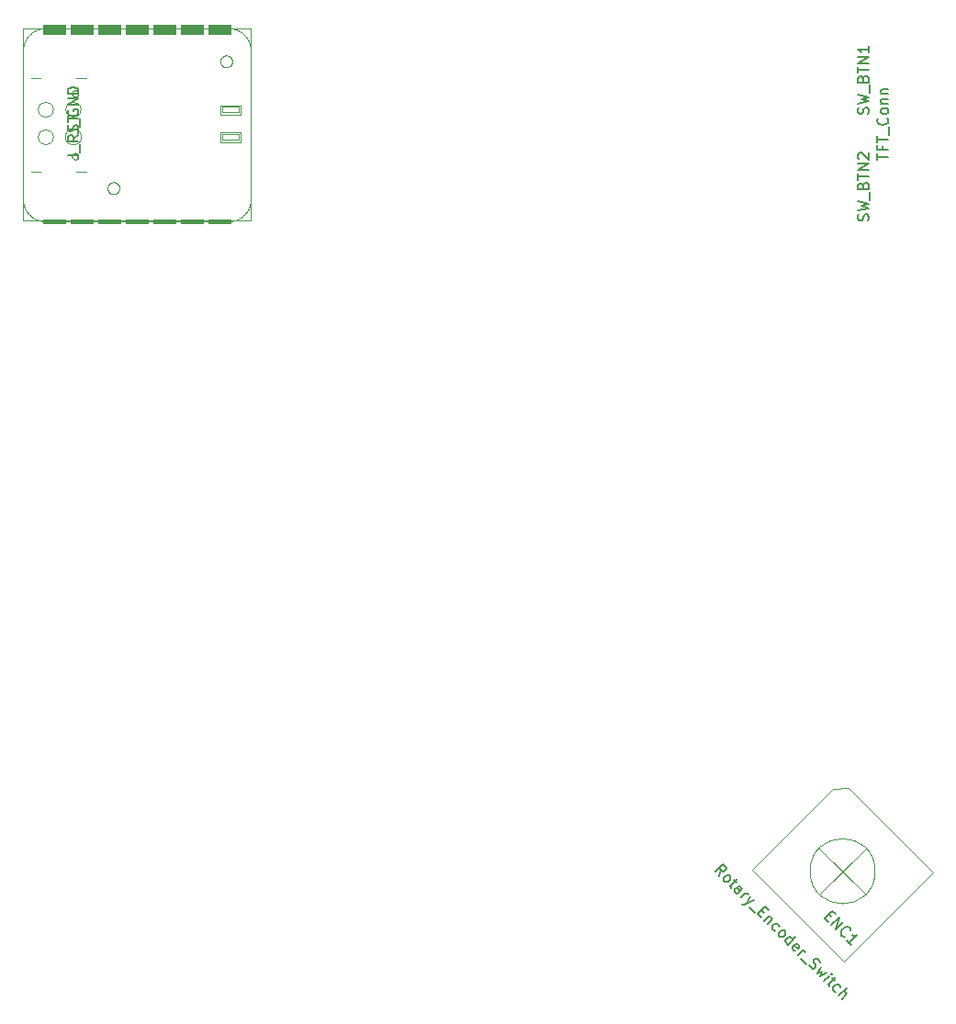
<source format=gbr>
%TF.GenerationSoftware,KiCad,Pcbnew,5.1.7-a382d34a8~88~ubuntu20.04.1*%
%TF.CreationDate,2021-05-04T18:18:29+02:00*%
%TF.ProjectId,WiFiDuck32,57694669-4475-4636-9b33-322e6b696361,2*%
%TF.SameCoordinates,Original*%
%TF.FileFunction,Other,Fab,Top*%
%FSLAX46Y46*%
G04 Gerber Fmt 4.6, Leading zero omitted, Abs format (unit mm)*
G04 Created by KiCad (PCBNEW 5.1.7-a382d34a8~88~ubuntu20.04.1) date 2021-05-04 18:18:29*
%MOMM*%
%LPD*%
G01*
G04 APERTURE LIST*
%ADD10C,0.120000*%
%ADD11C,0.025400*%
%ADD12C,0.150000*%
G04 APERTURE END LIST*
D10*
%TO.C,ENC1*%
X100436114Y-102447647D02*
X104678754Y-106690288D01*
X104678754Y-102447647D02*
X100436114Y-106690288D01*
X101638195Y-97002925D02*
X103123119Y-96932215D01*
X94213574Y-104427546D02*
X101638195Y-97002925D01*
X102698855Y-112912828D02*
X94213574Y-104427546D01*
X110901294Y-104710389D02*
X102698855Y-112912828D01*
X103123119Y-96932215D02*
X110901294Y-104710389D01*
X105557434Y-104568968D02*
G75*
G03*
X105557434Y-104568968I-3000000J0D01*
G01*
D11*
%TO.C,U1*%
X38483481Y-27104785D02*
X36487804Y-27104785D01*
X38483481Y-27099960D02*
X36487804Y-27099960D01*
X36487804Y-27100213D02*
X38483481Y-27100213D01*
X38483481Y-27100468D02*
X36487804Y-27100468D01*
X36487804Y-27100721D02*
X38483481Y-27100721D01*
X38483481Y-27109357D02*
X36487804Y-27109357D01*
X36487804Y-27101992D02*
X38483481Y-27101992D01*
X36487804Y-27110120D02*
X38483481Y-27110120D01*
X38483481Y-27100721D02*
X36487804Y-27100721D01*
X36487804Y-27102500D02*
X38483481Y-27102500D01*
X36487804Y-27100976D02*
X38483481Y-27100976D01*
X36487804Y-27105040D02*
X38483481Y-27105040D01*
X38483481Y-27101229D02*
X36487804Y-27101229D01*
X36487804Y-27103008D02*
X38483481Y-27103008D01*
X38483481Y-27104277D02*
X36487804Y-27104277D01*
X36487804Y-27105548D02*
X38483481Y-27105548D01*
X36487804Y-27106056D02*
X38483481Y-27106056D01*
X36487804Y-27106564D02*
X38483481Y-27106564D01*
X36487804Y-27107580D02*
X38483481Y-27107580D01*
X38483481Y-27109865D02*
X36487804Y-27109865D01*
X36487804Y-27109104D02*
X38483481Y-27109104D01*
X38483481Y-27111389D02*
X36487804Y-27111389D01*
X38483481Y-27105293D02*
X36487804Y-27105293D01*
X38483481Y-27107325D02*
X36487804Y-27107325D01*
X38483481Y-27108341D02*
X36487804Y-27108341D01*
X38483481Y-27101737D02*
X36487804Y-27101737D01*
X38483481Y-27106817D02*
X36487804Y-27106817D01*
X36487804Y-27107072D02*
X38483481Y-27107072D01*
X38483481Y-27102245D02*
X36487804Y-27102245D01*
X38483481Y-27102753D02*
X36487804Y-27102753D01*
X38483481Y-27103261D02*
X36487804Y-27103261D01*
X36487804Y-27111136D02*
X38483481Y-27111136D01*
X38483481Y-27103769D02*
X36487804Y-27103769D01*
X38483481Y-27108849D02*
X36487804Y-27108849D01*
X36487804Y-27103516D02*
X38483481Y-27103516D01*
X36487804Y-27111644D02*
X38483481Y-27111644D01*
X38483481Y-27106309D02*
X36487804Y-27106309D01*
X36487804Y-27108596D02*
X38483481Y-27108596D01*
X36487804Y-27109612D02*
X38483481Y-27109612D01*
X38483481Y-27110373D02*
X36487804Y-27110373D01*
X38483481Y-27110881D02*
X36487804Y-27110881D01*
X36487804Y-27099197D02*
X38483481Y-27099197D01*
X36487804Y-27101484D02*
X38483481Y-27101484D01*
X36487804Y-27099705D02*
X38483481Y-27099705D01*
X36487804Y-27110628D02*
X38483481Y-27110628D01*
X36487804Y-27108088D02*
X38483481Y-27108088D01*
X38483481Y-27107833D02*
X36487804Y-27107833D01*
X38483481Y-27099452D02*
X36487804Y-27099452D01*
X36487804Y-27104024D02*
X38483481Y-27104024D01*
X36487804Y-27104532D02*
X38483481Y-27104532D01*
X38483481Y-27105801D02*
X36487804Y-27105801D01*
X36487804Y-27121041D02*
X38483481Y-27121041D01*
X38483481Y-27126376D02*
X36487804Y-27126376D01*
X38483481Y-27116724D02*
X36487804Y-27116724D01*
X38483481Y-27118248D02*
X36487804Y-27118248D01*
X36487804Y-27122565D02*
X38483481Y-27122565D01*
X36487804Y-27118501D02*
X38483481Y-27118501D01*
X38483481Y-27123328D02*
X36487804Y-27123328D01*
X38483481Y-27119772D02*
X36487804Y-27119772D01*
X38483481Y-27127392D02*
X36487804Y-27127392D01*
X38483481Y-27122820D02*
X36487804Y-27122820D01*
X36487804Y-27116469D02*
X38483481Y-27116469D01*
X36487804Y-27116977D02*
X38483481Y-27116977D01*
X36487804Y-27117485D02*
X38483481Y-27117485D01*
X38483481Y-27120280D02*
X36487804Y-27120280D01*
X36487804Y-27123073D02*
X38483481Y-27123073D01*
X38483481Y-27124852D02*
X36487804Y-27124852D01*
X38483481Y-27125360D02*
X36487804Y-27125360D01*
X38483481Y-27126884D02*
X36487804Y-27126884D01*
X38483481Y-27118756D02*
X36487804Y-27118756D01*
X36487804Y-27120533D02*
X38483481Y-27120533D01*
X36487804Y-27123581D02*
X38483481Y-27123581D01*
X36487804Y-27127137D02*
X38483481Y-27127137D01*
X38483481Y-27121804D02*
X36487804Y-27121804D01*
X38483481Y-27112913D02*
X36487804Y-27112913D01*
X38483481Y-27117232D02*
X36487804Y-27117232D01*
X38483481Y-27121296D02*
X36487804Y-27121296D01*
X36487804Y-27125105D02*
X38483481Y-27125105D01*
X36487804Y-27117993D02*
X38483481Y-27117993D01*
X38483481Y-27112405D02*
X36487804Y-27112405D01*
X36487804Y-27124597D02*
X38483481Y-27124597D01*
X38483481Y-27111897D02*
X36487804Y-27111897D01*
X36487804Y-27112152D02*
X38483481Y-27112152D01*
X36487804Y-27121549D02*
X38483481Y-27121549D01*
X38483481Y-27117740D02*
X36487804Y-27117740D01*
X36487804Y-27112660D02*
X38483481Y-27112660D01*
X38483481Y-27119264D02*
X36487804Y-27119264D01*
X36487804Y-27126629D02*
X38483481Y-27126629D01*
X38483481Y-27124344D02*
X36487804Y-27124344D01*
X38483481Y-27113929D02*
X36487804Y-27113929D01*
X36487804Y-27126121D02*
X38483481Y-27126121D01*
X38483481Y-27122312D02*
X36487804Y-27122312D01*
X36487804Y-27124089D02*
X38483481Y-27124089D01*
X36487804Y-27113168D02*
X38483481Y-27113168D01*
X38483481Y-27113421D02*
X36487804Y-27113421D01*
X36487804Y-27113676D02*
X38483481Y-27113676D01*
X36487804Y-27119009D02*
X38483481Y-27119009D01*
X36487804Y-27114184D02*
X38483481Y-27114184D01*
X38483481Y-27120788D02*
X36487804Y-27120788D01*
X36487804Y-27120025D02*
X38483481Y-27120025D01*
X38483481Y-27123836D02*
X36487804Y-27123836D01*
X38483481Y-27114437D02*
X36487804Y-27114437D01*
X36487804Y-27115200D02*
X38483481Y-27115200D01*
X36487804Y-27125613D02*
X38483481Y-27125613D01*
X38483481Y-27114945D02*
X36487804Y-27114945D01*
X38483481Y-27125868D02*
X36487804Y-27125868D01*
X36487804Y-27127645D02*
X38483481Y-27127645D01*
X36487804Y-27114692D02*
X38483481Y-27114692D01*
X38483481Y-27115453D02*
X36487804Y-27115453D01*
X36487804Y-27115708D02*
X38483481Y-27115708D01*
X36487804Y-27122057D02*
X38483481Y-27122057D01*
X38483481Y-27115961D02*
X36487804Y-27115961D01*
X36487804Y-27116216D02*
X38483481Y-27116216D01*
X38483481Y-27116469D02*
X36487804Y-27116469D01*
X36487804Y-27119517D02*
X38483481Y-27119517D01*
X36487804Y-27143140D02*
X38483481Y-27143140D01*
X38483481Y-27141869D02*
X36487804Y-27141869D01*
X38483481Y-27135265D02*
X36487804Y-27135265D01*
X38483481Y-27137805D02*
X36487804Y-27137805D01*
X36487804Y-27141616D02*
X38483481Y-27141616D01*
X36487804Y-27132980D02*
X38483481Y-27132980D01*
X36487804Y-27131201D02*
X38483481Y-27131201D01*
X36487804Y-27131709D02*
X38483481Y-27131709D01*
X38483481Y-27142885D02*
X36487804Y-27142885D01*
X38483481Y-27127900D02*
X36487804Y-27127900D01*
X36487804Y-27128153D02*
X38483481Y-27128153D01*
X38483481Y-27128408D02*
X36487804Y-27128408D01*
X36487804Y-27128661D02*
X38483481Y-27128661D01*
X38483481Y-27128916D02*
X36487804Y-27128916D01*
X36487804Y-27129169D02*
X38483481Y-27129169D01*
X36487804Y-27130185D02*
X38483481Y-27130185D01*
X38483481Y-27135773D02*
X36487804Y-27135773D01*
X38483481Y-27140345D02*
X36487804Y-27140345D01*
X38483481Y-27138821D02*
X36487804Y-27138821D01*
X36487804Y-27143648D02*
X38483481Y-27143648D01*
X36487804Y-27137044D02*
X38483481Y-27137044D01*
X36487804Y-27140600D02*
X38483481Y-27140600D01*
X36487804Y-27135520D02*
X38483481Y-27135520D01*
X36487804Y-27129677D02*
X38483481Y-27129677D01*
X38483481Y-27129424D02*
X36487804Y-27129424D01*
X38483481Y-27129932D02*
X36487804Y-27129932D01*
X36487804Y-27136028D02*
X38483481Y-27136028D01*
X38483481Y-27143393D02*
X36487804Y-27143393D01*
X38483481Y-27130440D02*
X36487804Y-27130440D01*
X36487804Y-27140092D02*
X38483481Y-27140092D01*
X38483481Y-27133233D02*
X36487804Y-27133233D01*
X36487804Y-27130693D02*
X38483481Y-27130693D01*
X38483481Y-27130948D02*
X36487804Y-27130948D01*
X36487804Y-27138568D02*
X38483481Y-27138568D01*
X38483481Y-27131456D02*
X36487804Y-27131456D01*
X38483481Y-27132472D02*
X36487804Y-27132472D01*
X36487804Y-27134504D02*
X38483481Y-27134504D01*
X38483481Y-27136789D02*
X36487804Y-27136789D01*
X36487804Y-27135012D02*
X38483481Y-27135012D01*
X38483481Y-27137297D02*
X36487804Y-27137297D01*
X38483481Y-27136281D02*
X36487804Y-27136281D01*
X38483481Y-27142377D02*
X36487804Y-27142377D01*
X38483481Y-27139837D02*
X36487804Y-27139837D01*
X38483481Y-27140853D02*
X36487804Y-27140853D01*
X36487804Y-27142124D02*
X38483481Y-27142124D01*
X38483481Y-27141361D02*
X36487804Y-27141361D01*
X38483481Y-27139329D02*
X36487804Y-27139329D01*
X38483481Y-27138313D02*
X36487804Y-27138313D01*
X36487804Y-27137552D02*
X38483481Y-27137552D01*
X36487804Y-27141108D02*
X38483481Y-27141108D01*
X36487804Y-27133488D02*
X38483481Y-27133488D01*
X38483481Y-27131964D02*
X36487804Y-27131964D01*
X36487804Y-27132217D02*
X38483481Y-27132217D01*
X38483481Y-27132725D02*
X36487804Y-27132725D01*
X36487804Y-27139584D02*
X38483481Y-27139584D01*
X38483481Y-27133741D02*
X36487804Y-27133741D01*
X36487804Y-27136536D02*
X38483481Y-27136536D01*
X38483481Y-27134249D02*
X36487804Y-27134249D01*
X36487804Y-27142632D02*
X38483481Y-27142632D01*
X38483481Y-27134757D02*
X36487804Y-27134757D01*
X36487804Y-27139076D02*
X38483481Y-27139076D01*
X36487804Y-27132472D02*
X38483481Y-27132472D01*
X36487804Y-27133996D02*
X38483481Y-27133996D01*
X36487804Y-27138060D02*
X38483481Y-27138060D01*
X38483481Y-27152284D02*
X36487804Y-27152284D01*
X36487804Y-27152537D02*
X38483481Y-27152537D01*
X36487804Y-27148981D02*
X38483481Y-27148981D01*
X38483481Y-27151268D02*
X36487804Y-27151268D01*
X38483481Y-27153808D02*
X36487804Y-27153808D01*
X38483481Y-27154824D02*
X36487804Y-27154824D01*
X36487804Y-27155077D02*
X38483481Y-27155077D01*
X38483481Y-27155332D02*
X36487804Y-27155332D01*
X38483481Y-27157364D02*
X36487804Y-27157364D01*
X36487804Y-27158633D02*
X38483481Y-27158633D01*
X36487804Y-27159649D02*
X38483481Y-27159649D01*
X38483481Y-27149236D02*
X36487804Y-27149236D01*
X38483481Y-27159396D02*
X36487804Y-27159396D01*
X38483481Y-27143901D02*
X36487804Y-27143901D01*
X36487804Y-27151013D02*
X38483481Y-27151013D01*
X36487804Y-27154061D02*
X38483481Y-27154061D01*
X38483481Y-27154316D02*
X36487804Y-27154316D01*
X38483481Y-27153300D02*
X36487804Y-27153300D01*
X36487804Y-27144156D02*
X38483481Y-27144156D01*
X38483481Y-27144409D02*
X36487804Y-27144409D01*
X36487804Y-27144664D02*
X38483481Y-27144664D01*
X36487804Y-27153553D02*
X38483481Y-27153553D01*
X38483481Y-27144917D02*
X36487804Y-27144917D01*
X38483481Y-27148220D02*
X36487804Y-27148220D01*
X36487804Y-27159141D02*
X38483481Y-27159141D01*
X36487804Y-27147204D02*
X38483481Y-27147204D01*
X38483481Y-27156856D02*
X36487804Y-27156856D01*
X36487804Y-27152029D02*
X38483481Y-27152029D01*
X36487804Y-27145172D02*
X38483481Y-27145172D01*
X38483481Y-27146949D02*
X36487804Y-27146949D01*
X38483481Y-27158888D02*
X36487804Y-27158888D01*
X38483481Y-27145425D02*
X36487804Y-27145425D01*
X36487804Y-27157109D02*
X38483481Y-27157109D01*
X36487804Y-27146188D02*
X38483481Y-27146188D01*
X38483481Y-27146441D02*
X36487804Y-27146441D01*
X38483481Y-27148728D02*
X36487804Y-27148728D01*
X36487804Y-27158125D02*
X38483481Y-27158125D01*
X36487804Y-27157617D02*
X38483481Y-27157617D01*
X36487804Y-27148220D02*
X38483481Y-27148220D01*
X36487804Y-27147712D02*
X38483481Y-27147712D01*
X38483481Y-27147965D02*
X36487804Y-27147965D01*
X36487804Y-27153045D02*
X38483481Y-27153045D01*
X38483481Y-27157872D02*
X36487804Y-27157872D01*
X38483481Y-27156348D02*
X36487804Y-27156348D01*
X38483481Y-27152792D02*
X36487804Y-27152792D01*
X38483481Y-27150252D02*
X36487804Y-27150252D01*
X36487804Y-27148473D02*
X38483481Y-27148473D01*
X36487804Y-27149489D02*
X38483481Y-27149489D01*
X36487804Y-27155585D02*
X38483481Y-27155585D01*
X36487804Y-27156601D02*
X38483481Y-27156601D01*
X36487804Y-27156093D02*
X38483481Y-27156093D01*
X36487804Y-27150505D02*
X38483481Y-27150505D01*
X36487804Y-27145680D02*
X38483481Y-27145680D01*
X38483481Y-27145933D02*
X36487804Y-27145933D01*
X36487804Y-27146696D02*
X38483481Y-27146696D01*
X38483481Y-27155840D02*
X36487804Y-27155840D01*
X38483481Y-27150760D02*
X36487804Y-27150760D01*
X38483481Y-27158380D02*
X36487804Y-27158380D01*
X36487804Y-27149997D02*
X38483481Y-27149997D01*
X38483481Y-27151776D02*
X36487804Y-27151776D01*
X36487804Y-27154569D02*
X38483481Y-27154569D01*
X38483481Y-27147457D02*
X36487804Y-27147457D01*
X36487804Y-27151521D02*
X38483481Y-27151521D01*
X38483481Y-27149744D02*
X36487804Y-27149744D01*
X36487804Y-27171080D02*
X38483481Y-27171080D01*
X38483481Y-27171841D02*
X36487804Y-27171841D01*
X38483481Y-27164221D02*
X36487804Y-27164221D01*
X38483481Y-27159904D02*
X36487804Y-27159904D01*
X38483481Y-27161428D02*
X36487804Y-27161428D01*
X38483481Y-27161936D02*
X36487804Y-27161936D01*
X38483481Y-27163460D02*
X36487804Y-27163460D01*
X36487804Y-27166000D02*
X38483481Y-27166000D01*
X38483481Y-27166253D02*
X36487804Y-27166253D01*
X38483481Y-27174381D02*
X36487804Y-27174381D01*
X36487804Y-27168032D02*
X38483481Y-27168032D01*
X36487804Y-27174128D02*
X38483481Y-27174128D01*
X38483481Y-27172349D02*
X36487804Y-27172349D01*
X36487804Y-27164221D02*
X38483481Y-27164221D01*
X36487804Y-27174636D02*
X38483481Y-27174636D01*
X36487804Y-27165492D02*
X38483481Y-27165492D01*
X38483481Y-27175397D02*
X36487804Y-27175397D01*
X38483481Y-27174889D02*
X36487804Y-27174889D01*
X36487804Y-27160157D02*
X38483481Y-27160157D01*
X36487804Y-27172604D02*
X38483481Y-27172604D01*
X36487804Y-27173620D02*
X38483481Y-27173620D01*
X38483481Y-27160920D02*
X36487804Y-27160920D01*
X38483481Y-27160412D02*
X36487804Y-27160412D01*
X38483481Y-27163968D02*
X36487804Y-27163968D01*
X36487804Y-27164476D02*
X38483481Y-27164476D01*
X38483481Y-27164729D02*
X36487804Y-27164729D01*
X36487804Y-27175144D02*
X38483481Y-27175144D01*
X36487804Y-27164984D02*
X38483481Y-27164984D01*
X36487804Y-27168540D02*
X38483481Y-27168540D01*
X36487804Y-27170064D02*
X38483481Y-27170064D01*
X38483481Y-27167269D02*
X36487804Y-27167269D01*
X38483481Y-27169301D02*
X36487804Y-27169301D01*
X36487804Y-27160665D02*
X38483481Y-27160665D01*
X36487804Y-27161173D02*
X38483481Y-27161173D01*
X36487804Y-27162697D02*
X38483481Y-27162697D01*
X36487804Y-27169048D02*
X38483481Y-27169048D01*
X36487804Y-27163713D02*
X38483481Y-27163713D01*
X38483481Y-27168285D02*
X36487804Y-27168285D01*
X36487804Y-27161681D02*
X38483481Y-27161681D01*
X36487804Y-27162189D02*
X38483481Y-27162189D01*
X38483481Y-27162444D02*
X36487804Y-27162444D01*
X38483481Y-27165745D02*
X36487804Y-27165745D01*
X38483481Y-27162952D02*
X36487804Y-27162952D01*
X36487804Y-27167524D02*
X38483481Y-27167524D01*
X38483481Y-27169809D02*
X36487804Y-27169809D01*
X38483481Y-27173873D02*
X36487804Y-27173873D01*
X38483481Y-27170317D02*
X36487804Y-27170317D01*
X36487804Y-27163205D02*
X38483481Y-27163205D01*
X38483481Y-27165237D02*
X36487804Y-27165237D01*
X36487804Y-27166508D02*
X38483481Y-27166508D01*
X36487804Y-27169556D02*
X38483481Y-27169556D01*
X38483481Y-27166761D02*
X36487804Y-27166761D01*
X36487804Y-27167016D02*
X38483481Y-27167016D01*
X36487804Y-27173112D02*
X38483481Y-27173112D01*
X38483481Y-27173365D02*
X36487804Y-27173365D01*
X38483481Y-27167777D02*
X36487804Y-27167777D01*
X38483481Y-27168793D02*
X36487804Y-27168793D01*
X38483481Y-27171333D02*
X36487804Y-27171333D01*
X36487804Y-27172096D02*
X38483481Y-27172096D01*
X38483481Y-27172857D02*
X36487804Y-27172857D01*
X36487804Y-27171588D02*
X38483481Y-27171588D01*
X36487804Y-27170572D02*
X38483481Y-27170572D01*
X36487804Y-27175652D02*
X38483481Y-27175652D01*
X38483481Y-27170825D02*
X36487804Y-27170825D01*
X38483481Y-27176921D02*
X36487804Y-27176921D01*
X36487804Y-27177176D02*
X38483481Y-27177176D01*
X36487804Y-27186065D02*
X38483481Y-27186065D01*
X36487804Y-27189113D02*
X38483481Y-27189113D01*
X36487804Y-27190129D02*
X38483481Y-27190129D01*
X38483481Y-27182256D02*
X36487804Y-27182256D01*
X38483481Y-27187844D02*
X36487804Y-27187844D01*
X36487804Y-27188605D02*
X38483481Y-27188605D01*
X38483481Y-27177429D02*
X36487804Y-27177429D01*
X38483481Y-27177937D02*
X36487804Y-27177937D01*
X36487804Y-27177684D02*
X38483481Y-27177684D01*
X36487804Y-27178192D02*
X38483481Y-27178192D01*
X36487804Y-27178700D02*
X38483481Y-27178700D01*
X38483481Y-27178953D02*
X36487804Y-27178953D01*
X36487804Y-27184033D02*
X38483481Y-27184033D01*
X38483481Y-27191400D02*
X36487804Y-27191400D01*
X36487804Y-27179208D02*
X38483481Y-27179208D01*
X38483481Y-27179461D02*
X36487804Y-27179461D01*
X38483481Y-27182764D02*
X36487804Y-27182764D01*
X36487804Y-27183017D02*
X38483481Y-27183017D01*
X36487804Y-27184541D02*
X38483481Y-27184541D01*
X38483481Y-27190892D02*
X36487804Y-27190892D01*
X38483481Y-27190384D02*
X36487804Y-27190384D01*
X38483481Y-27179969D02*
X36487804Y-27179969D01*
X36487804Y-27180477D02*
X38483481Y-27180477D01*
X36487804Y-27187081D02*
X38483481Y-27187081D01*
X36487804Y-27179969D02*
X38483481Y-27179969D01*
X36487804Y-27182509D02*
X38483481Y-27182509D01*
X38483481Y-27184796D02*
X36487804Y-27184796D01*
X36487804Y-27181493D02*
X38483481Y-27181493D01*
X38483481Y-27183272D02*
X36487804Y-27183272D01*
X38483481Y-27188352D02*
X36487804Y-27188352D01*
X36487804Y-27183525D02*
X38483481Y-27183525D01*
X38483481Y-27185304D02*
X36487804Y-27185304D01*
X38483481Y-27184288D02*
X36487804Y-27184288D01*
X36487804Y-27188097D02*
X38483481Y-27188097D01*
X36487804Y-27185049D02*
X38483481Y-27185049D01*
X38483481Y-27188860D02*
X36487804Y-27188860D01*
X38483481Y-27183780D02*
X36487804Y-27183780D01*
X38483481Y-27186320D02*
X36487804Y-27186320D01*
X38483481Y-27189368D02*
X36487804Y-27189368D01*
X38483481Y-27186828D02*
X36487804Y-27186828D01*
X36487804Y-27187589D02*
X38483481Y-27187589D01*
X36487804Y-27191145D02*
X38483481Y-27191145D01*
X38483481Y-27189876D02*
X36487804Y-27189876D01*
X36487804Y-27191653D02*
X38483481Y-27191653D01*
X38483481Y-27180224D02*
X36487804Y-27180224D01*
X36487804Y-27186573D02*
X38483481Y-27186573D01*
X36487804Y-27189621D02*
X38483481Y-27189621D01*
X38483481Y-27181748D02*
X36487804Y-27181748D01*
X38483481Y-27180732D02*
X36487804Y-27180732D01*
X38483481Y-27175905D02*
X36487804Y-27175905D01*
X36487804Y-27176160D02*
X38483481Y-27176160D01*
X38483481Y-27176413D02*
X36487804Y-27176413D01*
X38483481Y-27178445D02*
X36487804Y-27178445D01*
X38483481Y-27181240D02*
X36487804Y-27181240D01*
X38483481Y-27185812D02*
X36487804Y-27185812D01*
X36487804Y-27176668D02*
X38483481Y-27176668D01*
X36487804Y-27180985D02*
X38483481Y-27180985D01*
X36487804Y-27190637D02*
X38483481Y-27190637D01*
X36487804Y-27182001D02*
X38483481Y-27182001D01*
X38483481Y-27187336D02*
X36487804Y-27187336D01*
X36487804Y-27185557D02*
X38483481Y-27185557D01*
X36487804Y-27179716D02*
X38483481Y-27179716D01*
X36487804Y-27193177D02*
X38483481Y-27193177D01*
X38483481Y-27193432D02*
X36487804Y-27193432D01*
X36487804Y-27193685D02*
X38483481Y-27193685D01*
X36487804Y-27196988D02*
X38483481Y-27196988D01*
X38483481Y-27194448D02*
X36487804Y-27194448D01*
X38483481Y-27195464D02*
X36487804Y-27195464D01*
X36487804Y-27195717D02*
X38483481Y-27195717D01*
X38483481Y-27198257D02*
X36487804Y-27198257D01*
X38483481Y-27195972D02*
X36487804Y-27195972D01*
X38483481Y-27196225D02*
X36487804Y-27196225D01*
X36487804Y-27200544D02*
X38483481Y-27200544D01*
X38483481Y-27202321D02*
X36487804Y-27202321D01*
X38483481Y-27204861D02*
X36487804Y-27204861D01*
X36487804Y-27196480D02*
X38483481Y-27196480D01*
X38483481Y-27197749D02*
X36487804Y-27197749D01*
X36487804Y-27203084D02*
X38483481Y-27203084D01*
X36487804Y-27199528D02*
X38483481Y-27199528D01*
X38483481Y-27207401D02*
X36487804Y-27207401D01*
X38483481Y-27196733D02*
X36487804Y-27196733D01*
X36487804Y-27197496D02*
X38483481Y-27197496D01*
X36487804Y-27205624D02*
X38483481Y-27205624D01*
X36487804Y-27207656D02*
X38483481Y-27207656D01*
X36487804Y-27198004D02*
X38483481Y-27198004D01*
X38483481Y-27198765D02*
X36487804Y-27198765D01*
X36487804Y-27199020D02*
X38483481Y-27199020D01*
X38483481Y-27199273D02*
X36487804Y-27199273D01*
X38483481Y-27199781D02*
X36487804Y-27199781D01*
X36487804Y-27201052D02*
X38483481Y-27201052D01*
X38483481Y-27203337D02*
X36487804Y-27203337D01*
X36487804Y-27207148D02*
X38483481Y-27207148D01*
X36487804Y-27202576D02*
X38483481Y-27202576D01*
X36487804Y-27202068D02*
X38483481Y-27202068D01*
X38483481Y-27205877D02*
X36487804Y-27205877D01*
X38483481Y-27203845D02*
X36487804Y-27203845D01*
X36487804Y-27205116D02*
X38483481Y-27205116D01*
X36487804Y-27206640D02*
X38483481Y-27206640D01*
X36487804Y-27204100D02*
X38483481Y-27204100D01*
X38483481Y-27205369D02*
X36487804Y-27205369D01*
X36487804Y-27206132D02*
X38483481Y-27206132D01*
X38483481Y-27193940D02*
X36487804Y-27193940D01*
X36487804Y-27195209D02*
X38483481Y-27195209D01*
X38483481Y-27201813D02*
X36487804Y-27201813D01*
X38483481Y-27197241D02*
X36487804Y-27197241D01*
X38483481Y-27206385D02*
X36487804Y-27206385D01*
X36487804Y-27201560D02*
X38483481Y-27201560D01*
X38483481Y-27200797D02*
X36487804Y-27200797D01*
X38483481Y-27204353D02*
X36487804Y-27204353D01*
X36487804Y-27200036D02*
X38483481Y-27200036D01*
X36487804Y-27194701D02*
X38483481Y-27194701D01*
X38483481Y-27202829D02*
X36487804Y-27202829D01*
X36487804Y-27194193D02*
X38483481Y-27194193D01*
X36487804Y-27195972D02*
X38483481Y-27195972D01*
X38483481Y-27201305D02*
X36487804Y-27201305D01*
X36487804Y-27203592D02*
X38483481Y-27203592D01*
X38483481Y-27194956D02*
X36487804Y-27194956D01*
X36487804Y-27204608D02*
X38483481Y-27204608D01*
X36487804Y-27198512D02*
X38483481Y-27198512D01*
X38483481Y-27200289D02*
X36487804Y-27200289D01*
X38483481Y-27192924D02*
X36487804Y-27192924D01*
X38483481Y-27206893D02*
X36487804Y-27206893D01*
X38483481Y-27191908D02*
X36487804Y-27191908D01*
X36487804Y-27192161D02*
X38483481Y-27192161D01*
X38483481Y-27192416D02*
X36487804Y-27192416D01*
X36487804Y-27192669D02*
X38483481Y-27192669D01*
X36487804Y-27216545D02*
X38483481Y-27216545D01*
X38483481Y-27216800D02*
X36487804Y-27216800D01*
X36487804Y-27209180D02*
X38483481Y-27209180D01*
X38483481Y-27211720D02*
X36487804Y-27211720D01*
X36487804Y-27223657D02*
X38483481Y-27223657D01*
X38483481Y-27209433D02*
X36487804Y-27209433D01*
X38483481Y-27209941D02*
X36487804Y-27209941D01*
X36487804Y-27210196D02*
X38483481Y-27210196D01*
X36487804Y-27212481D02*
X38483481Y-27212481D01*
X36487804Y-27214005D02*
X38483481Y-27214005D01*
X36487804Y-27220609D02*
X38483481Y-27220609D01*
X38483481Y-27213244D02*
X36487804Y-27213244D01*
X36487804Y-27215529D02*
X38483481Y-27215529D01*
X36487804Y-27220101D02*
X38483481Y-27220101D01*
X36487804Y-27221117D02*
X38483481Y-27221117D01*
X36487804Y-27223149D02*
X38483481Y-27223149D01*
X38483481Y-27218324D02*
X36487804Y-27218324D01*
X38483481Y-27210449D02*
X36487804Y-27210449D01*
X36487804Y-27217053D02*
X38483481Y-27217053D01*
X36487804Y-27212989D02*
X38483481Y-27212989D01*
X38483481Y-27220356D02*
X36487804Y-27220356D01*
X36487804Y-27213497D02*
X38483481Y-27213497D01*
X38483481Y-27214768D02*
X36487804Y-27214768D01*
X38483481Y-27215276D02*
X36487804Y-27215276D01*
X36487804Y-27218069D02*
X38483481Y-27218069D01*
X38483481Y-27215784D02*
X36487804Y-27215784D01*
X38483481Y-27222896D02*
X36487804Y-27222896D01*
X38483481Y-27218832D02*
X36487804Y-27218832D01*
X38483481Y-27219340D02*
X36487804Y-27219340D01*
X38483481Y-27221372D02*
X36487804Y-27221372D01*
X38483481Y-27217308D02*
X36487804Y-27217308D01*
X36487804Y-27219085D02*
X38483481Y-27219085D01*
X36487804Y-27217561D02*
X38483481Y-27217561D01*
X38483481Y-27222388D02*
X36487804Y-27222388D01*
X38483481Y-27219848D02*
X36487804Y-27219848D01*
X36487804Y-27221625D02*
X38483481Y-27221625D01*
X38483481Y-27223404D02*
X36487804Y-27223404D01*
X38483481Y-27217816D02*
X36487804Y-27217816D01*
X36487804Y-27218577D02*
X38483481Y-27218577D01*
X38483481Y-27207909D02*
X36487804Y-27207909D01*
X38483481Y-27208925D02*
X36487804Y-27208925D01*
X38483481Y-27211465D02*
X36487804Y-27211465D01*
X36487804Y-27210704D02*
X38483481Y-27210704D01*
X36487804Y-27211212D02*
X38483481Y-27211212D01*
X38483481Y-27214260D02*
X36487804Y-27214260D01*
X38483481Y-27220864D02*
X36487804Y-27220864D01*
X36487804Y-27222133D02*
X38483481Y-27222133D01*
X36487804Y-27214513D02*
X38483481Y-27214513D01*
X38483481Y-27212736D02*
X36487804Y-27212736D01*
X36487804Y-27208164D02*
X38483481Y-27208164D01*
X38483481Y-27212228D02*
X36487804Y-27212228D01*
X36487804Y-27208672D02*
X38483481Y-27208672D01*
X36487804Y-27216037D02*
X38483481Y-27216037D01*
X36487804Y-27211973D02*
X38483481Y-27211973D01*
X38483481Y-27213752D02*
X36487804Y-27213752D01*
X36487804Y-27215021D02*
X38483481Y-27215021D01*
X36487804Y-27209688D02*
X38483481Y-27209688D01*
X36487804Y-27219593D02*
X38483481Y-27219593D01*
X36487804Y-27211720D02*
X38483481Y-27211720D01*
X36487804Y-27222641D02*
X38483481Y-27222641D01*
X38483481Y-27208417D02*
X36487804Y-27208417D01*
X38483481Y-27210957D02*
X36487804Y-27210957D01*
X38483481Y-27216292D02*
X36487804Y-27216292D01*
X38483481Y-27221880D02*
X36487804Y-27221880D01*
X38483481Y-27233309D02*
X36487804Y-27233309D01*
X38483481Y-27233817D02*
X36487804Y-27233817D01*
X38483481Y-27237881D02*
X36487804Y-27237881D01*
X36487804Y-27239152D02*
X38483481Y-27239152D01*
X38483481Y-27236357D02*
X36487804Y-27236357D01*
X36487804Y-27236612D02*
X38483481Y-27236612D01*
X38483481Y-27239405D02*
X36487804Y-27239405D01*
X36487804Y-27233056D02*
X38483481Y-27233056D01*
X38483481Y-27227721D02*
X36487804Y-27227721D01*
X38483481Y-27237373D02*
X36487804Y-27237373D01*
X38483481Y-27230769D02*
X36487804Y-27230769D01*
X36487804Y-27238136D02*
X38483481Y-27238136D01*
X36487804Y-27237120D02*
X38483481Y-27237120D01*
X38483481Y-27229245D02*
X36487804Y-27229245D01*
X38483481Y-27229753D02*
X36487804Y-27229753D01*
X36487804Y-27237628D02*
X38483481Y-27237628D01*
X36487804Y-27231024D02*
X38483481Y-27231024D01*
X38483481Y-27223912D02*
X36487804Y-27223912D01*
X36487804Y-27225181D02*
X38483481Y-27225181D01*
X36487804Y-27230516D02*
X38483481Y-27230516D01*
X36487804Y-27232548D02*
X38483481Y-27232548D01*
X38483481Y-27234833D02*
X36487804Y-27234833D01*
X36487804Y-27235596D02*
X38483481Y-27235596D01*
X36487804Y-27224165D02*
X38483481Y-27224165D01*
X38483481Y-27224420D02*
X36487804Y-27224420D01*
X38483481Y-27225436D02*
X36487804Y-27225436D01*
X36487804Y-27228484D02*
X38483481Y-27228484D01*
X38483481Y-27230261D02*
X36487804Y-27230261D01*
X36487804Y-27225689D02*
X38483481Y-27225689D01*
X36487804Y-27226197D02*
X38483481Y-27226197D01*
X36487804Y-27227721D02*
X38483481Y-27227721D01*
X38483481Y-27231785D02*
X36487804Y-27231785D01*
X38483481Y-27235341D02*
X36487804Y-27235341D01*
X38483481Y-27238897D02*
X36487804Y-27238897D01*
X36487804Y-27224673D02*
X38483481Y-27224673D01*
X38483481Y-27225944D02*
X36487804Y-27225944D01*
X38483481Y-27226452D02*
X36487804Y-27226452D01*
X38483481Y-27232293D02*
X36487804Y-27232293D01*
X38483481Y-27238389D02*
X36487804Y-27238389D01*
X38483481Y-27232801D02*
X36487804Y-27232801D01*
X38483481Y-27228229D02*
X36487804Y-27228229D01*
X38483481Y-27231277D02*
X36487804Y-27231277D01*
X36487804Y-27228992D02*
X38483481Y-27228992D01*
X36487804Y-27239660D02*
X38483481Y-27239660D01*
X36487804Y-27234580D02*
X38483481Y-27234580D01*
X36487804Y-27236104D02*
X38483481Y-27236104D01*
X36487804Y-27235088D02*
X38483481Y-27235088D01*
X36487804Y-27238644D02*
X38483481Y-27238644D01*
X36487804Y-27232040D02*
X38483481Y-27232040D01*
X36487804Y-27234072D02*
X38483481Y-27234072D01*
X38483481Y-27234325D02*
X36487804Y-27234325D01*
X38483481Y-27236865D02*
X36487804Y-27236865D01*
X36487804Y-27233564D02*
X38483481Y-27233564D01*
X38483481Y-27224928D02*
X36487804Y-27224928D01*
X36487804Y-27226705D02*
X38483481Y-27226705D01*
X36487804Y-27227213D02*
X38483481Y-27227213D01*
X36487804Y-27227976D02*
X38483481Y-27227976D01*
X38483481Y-27228737D02*
X36487804Y-27228737D01*
X36487804Y-27229500D02*
X38483481Y-27229500D01*
X38483481Y-27235849D02*
X36487804Y-27235849D01*
X38483481Y-27226960D02*
X36487804Y-27226960D01*
X38483481Y-27227468D02*
X36487804Y-27227468D01*
X36487804Y-27230008D02*
X38483481Y-27230008D01*
X36487804Y-27231532D02*
X38483481Y-27231532D01*
X38483481Y-27248804D02*
X36487804Y-27248804D01*
X36487804Y-27249057D02*
X38483481Y-27249057D01*
X36487804Y-27252105D02*
X38483481Y-27252105D01*
X38483481Y-27249312D02*
X36487804Y-27249312D01*
X38483481Y-27251344D02*
X36487804Y-27251344D01*
X36487804Y-27241692D02*
X38483481Y-27241692D01*
X38483481Y-27242961D02*
X36487804Y-27242961D01*
X36487804Y-27243216D02*
X38483481Y-27243216D01*
X36487804Y-27244993D02*
X38483481Y-27244993D01*
X36487804Y-27251597D02*
X38483481Y-27251597D01*
X36487804Y-27243977D02*
X38483481Y-27243977D01*
X38483481Y-27246264D02*
X36487804Y-27246264D01*
X36487804Y-27251089D02*
X38483481Y-27251089D01*
X36487804Y-27246517D02*
X38483481Y-27246517D01*
X38483481Y-27249820D02*
X36487804Y-27249820D01*
X38483481Y-27251852D02*
X36487804Y-27251852D01*
X36487804Y-27255153D02*
X38483481Y-27255153D01*
X36487804Y-27252613D02*
X38483481Y-27252613D01*
X38483481Y-27242453D02*
X36487804Y-27242453D01*
X36487804Y-27247025D02*
X38483481Y-27247025D01*
X36487804Y-27250073D02*
X38483481Y-27250073D01*
X38483481Y-27252360D02*
X36487804Y-27252360D01*
X38483481Y-27240421D02*
X36487804Y-27240421D01*
X38483481Y-27240929D02*
X36487804Y-27240929D01*
X38483481Y-27253884D02*
X36487804Y-27253884D01*
X38483481Y-27247280D02*
X36487804Y-27247280D01*
X36487804Y-27250581D02*
X38483481Y-27250581D01*
X36487804Y-27254137D02*
X38483481Y-27254137D01*
X38483481Y-27241437D02*
X36487804Y-27241437D01*
X38483481Y-27244232D02*
X36487804Y-27244232D01*
X36487804Y-27246009D02*
X38483481Y-27246009D01*
X38483481Y-27243469D02*
X36487804Y-27243469D01*
X36487804Y-27247533D02*
X38483481Y-27247533D01*
X36487804Y-27245501D02*
X38483481Y-27245501D01*
X36487804Y-27241184D02*
X38483481Y-27241184D01*
X36487804Y-27242200D02*
X38483481Y-27242200D01*
X36487804Y-27249565D02*
X38483481Y-27249565D01*
X38483481Y-27246772D02*
X36487804Y-27246772D01*
X36487804Y-27242708D02*
X38483481Y-27242708D01*
X38483481Y-27243724D02*
X36487804Y-27243724D01*
X36487804Y-27244485D02*
X38483481Y-27244485D01*
X38483481Y-27244740D02*
X36487804Y-27244740D01*
X38483481Y-27253376D02*
X36487804Y-27253376D01*
X38483481Y-27247788D02*
X36487804Y-27247788D01*
X38483481Y-27245756D02*
X36487804Y-27245756D01*
X36487804Y-27248041D02*
X38483481Y-27248041D01*
X36487804Y-27254645D02*
X38483481Y-27254645D01*
X38483481Y-27250328D02*
X36487804Y-27250328D01*
X38483481Y-27250836D02*
X36487804Y-27250836D01*
X36487804Y-27253629D02*
X38483481Y-27253629D01*
X36487804Y-27255661D02*
X38483481Y-27255661D01*
X38483481Y-27252868D02*
X36487804Y-27252868D01*
X36487804Y-27240676D02*
X38483481Y-27240676D01*
X38483481Y-27241945D02*
X36487804Y-27241945D01*
X36487804Y-27243469D02*
X38483481Y-27243469D01*
X38483481Y-27245248D02*
X36487804Y-27245248D01*
X36487804Y-27248549D02*
X38483481Y-27248549D01*
X36487804Y-27253121D02*
X38483481Y-27253121D01*
X38483481Y-27254392D02*
X36487804Y-27254392D01*
X38483481Y-27239913D02*
X36487804Y-27239913D01*
X38483481Y-27255408D02*
X36487804Y-27255408D01*
X38483481Y-27254900D02*
X36487804Y-27254900D01*
X36487804Y-27240168D02*
X38483481Y-27240168D01*
X38483481Y-27248296D02*
X36487804Y-27248296D01*
X36487804Y-27263536D02*
X38483481Y-27263536D01*
X36487804Y-27260996D02*
X38483481Y-27260996D01*
X38483481Y-27261249D02*
X36487804Y-27261249D01*
X36487804Y-27270648D02*
X38483481Y-27270648D01*
X36487804Y-27270140D02*
X38483481Y-27270140D01*
X36487804Y-27267600D02*
X38483481Y-27267600D01*
X36487804Y-27259217D02*
X38483481Y-27259217D01*
X38483481Y-27265313D02*
X36487804Y-27265313D01*
X38483481Y-27256424D02*
X36487804Y-27256424D01*
X38483481Y-27261757D02*
X36487804Y-27261757D01*
X38483481Y-27269377D02*
X36487804Y-27269377D01*
X36487804Y-27259472D02*
X38483481Y-27259472D01*
X36487804Y-27268108D02*
X38483481Y-27268108D01*
X36487804Y-27261504D02*
X38483481Y-27261504D01*
X38483481Y-27263281D02*
X36487804Y-27263281D01*
X36487804Y-27262012D02*
X38483481Y-27262012D01*
X36487804Y-27263028D02*
X38483481Y-27263028D01*
X36487804Y-27257693D02*
X38483481Y-27257693D01*
X38483481Y-27266837D02*
X36487804Y-27266837D01*
X36487804Y-27256677D02*
X38483481Y-27256677D01*
X38483481Y-27262773D02*
X36487804Y-27262773D01*
X38483481Y-27259725D02*
X36487804Y-27259725D01*
X38483481Y-27268869D02*
X36487804Y-27268869D01*
X38483481Y-27256932D02*
X36487804Y-27256932D01*
X38483481Y-27257440D02*
X36487804Y-27257440D01*
X38483481Y-27258456D02*
X36487804Y-27258456D01*
X36487804Y-27266584D02*
X38483481Y-27266584D01*
X38483481Y-27260741D02*
X36487804Y-27260741D01*
X36487804Y-27269632D02*
X38483481Y-27269632D01*
X38483481Y-27264805D02*
X36487804Y-27264805D01*
X38483481Y-27263789D02*
X36487804Y-27263789D01*
X36487804Y-27265060D02*
X38483481Y-27265060D01*
X38483481Y-27257948D02*
X36487804Y-27257948D01*
X36487804Y-27260488D02*
X38483481Y-27260488D01*
X36487804Y-27262520D02*
X38483481Y-27262520D01*
X36487804Y-27267092D02*
X38483481Y-27267092D01*
X36487804Y-27268616D02*
X38483481Y-27268616D01*
X36487804Y-27269124D02*
X38483481Y-27269124D01*
X36487804Y-27264044D02*
X38483481Y-27264044D01*
X36487804Y-27258201D02*
X38483481Y-27258201D01*
X36487804Y-27258709D02*
X38483481Y-27258709D01*
X38483481Y-27264297D02*
X36487804Y-27264297D01*
X38483481Y-27259472D02*
X36487804Y-27259472D01*
X36487804Y-27259980D02*
X38483481Y-27259980D01*
X38483481Y-27258964D02*
X36487804Y-27258964D01*
X38483481Y-27270393D02*
X36487804Y-27270393D01*
X38483481Y-27260233D02*
X36487804Y-27260233D01*
X36487804Y-27271156D02*
X38483481Y-27271156D01*
X38483481Y-27262265D02*
X36487804Y-27262265D01*
X38483481Y-27266329D02*
X36487804Y-27266329D01*
X36487804Y-27264552D02*
X38483481Y-27264552D01*
X38483481Y-27267853D02*
X36487804Y-27267853D01*
X36487804Y-27265568D02*
X38483481Y-27265568D01*
X36487804Y-27266076D02*
X38483481Y-27266076D01*
X38483481Y-27269885D02*
X36487804Y-27269885D01*
X38483481Y-27270901D02*
X36487804Y-27270901D01*
X38483481Y-27271409D02*
X36487804Y-27271409D01*
X36487804Y-27271664D02*
X38483481Y-27271664D01*
X38483481Y-27265821D02*
X36487804Y-27265821D01*
X38483481Y-27267345D02*
X36487804Y-27267345D01*
X38483481Y-27268361D02*
X36487804Y-27268361D01*
X38483481Y-27255916D02*
X36487804Y-27255916D01*
X36487804Y-27256169D02*
X38483481Y-27256169D01*
X36487804Y-27257185D02*
X38483481Y-27257185D01*
X36487804Y-27275981D02*
X38483481Y-27275981D01*
X36487804Y-27287157D02*
X38483481Y-27287157D01*
X38483481Y-27283856D02*
X36487804Y-27283856D01*
X36487804Y-27284617D02*
X38483481Y-27284617D01*
X36487804Y-27286649D02*
X38483481Y-27286649D01*
X36487804Y-27278521D02*
X38483481Y-27278521D01*
X38483481Y-27281316D02*
X36487804Y-27281316D01*
X38483481Y-27279792D02*
X36487804Y-27279792D01*
X38483481Y-27281824D02*
X36487804Y-27281824D01*
X38483481Y-27285888D02*
X36487804Y-27285888D01*
X36487804Y-27282585D02*
X38483481Y-27282585D01*
X38483481Y-27282840D02*
X36487804Y-27282840D01*
X38483481Y-27278268D02*
X36487804Y-27278268D01*
X36487804Y-27279029D02*
X38483481Y-27279029D01*
X38483481Y-27273949D02*
X36487804Y-27273949D01*
X36487804Y-27275220D02*
X38483481Y-27275220D01*
X36487804Y-27282077D02*
X38483481Y-27282077D01*
X36487804Y-27275473D02*
X38483481Y-27275473D01*
X38483481Y-27277760D02*
X36487804Y-27277760D01*
X38483481Y-27279284D02*
X36487804Y-27279284D01*
X38483481Y-27282332D02*
X36487804Y-27282332D01*
X36487804Y-27276489D02*
X38483481Y-27276489D01*
X38483481Y-27271917D02*
X36487804Y-27271917D01*
X38483481Y-27276236D02*
X36487804Y-27276236D01*
X36487804Y-27279537D02*
X38483481Y-27279537D01*
X36487804Y-27286141D02*
X38483481Y-27286141D01*
X38483481Y-27284364D02*
X36487804Y-27284364D01*
X36487804Y-27281569D02*
X38483481Y-27281569D01*
X36487804Y-27272680D02*
X38483481Y-27272680D01*
X36487804Y-27280045D02*
X38483481Y-27280045D01*
X36487804Y-27283093D02*
X38483481Y-27283093D01*
X36487804Y-27272172D02*
X38483481Y-27272172D01*
X38483481Y-27272425D02*
X36487804Y-27272425D01*
X36487804Y-27285125D02*
X38483481Y-27285125D01*
X38483481Y-27287412D02*
X36487804Y-27287412D01*
X38483481Y-27272933D02*
X36487804Y-27272933D01*
X36487804Y-27273188D02*
X38483481Y-27273188D01*
X38483481Y-27273441D02*
X36487804Y-27273441D01*
X38483481Y-27283348D02*
X36487804Y-27283348D01*
X36487804Y-27273696D02*
X38483481Y-27273696D01*
X38483481Y-27274457D02*
X36487804Y-27274457D01*
X38483481Y-27285380D02*
X36487804Y-27285380D01*
X36487804Y-27274712D02*
X38483481Y-27274712D01*
X36487804Y-27281061D02*
X38483481Y-27281061D01*
X38483481Y-27278776D02*
X36487804Y-27278776D01*
X38483481Y-27286396D02*
X36487804Y-27286396D01*
X36487804Y-27276997D02*
X38483481Y-27276997D01*
X36487804Y-27284109D02*
X38483481Y-27284109D01*
X38483481Y-27274965D02*
X36487804Y-27274965D01*
X38483481Y-27276744D02*
X36487804Y-27276744D01*
X38483481Y-27280300D02*
X36487804Y-27280300D01*
X38483481Y-27280808D02*
X36487804Y-27280808D01*
X38483481Y-27284872D02*
X36487804Y-27284872D01*
X36487804Y-27277505D02*
X38483481Y-27277505D01*
X36487804Y-27278013D02*
X38483481Y-27278013D01*
X36487804Y-27283601D02*
X38483481Y-27283601D01*
X36487804Y-27285633D02*
X38483481Y-27285633D01*
X38483481Y-27286904D02*
X36487804Y-27286904D01*
X36487804Y-27287665D02*
X38483481Y-27287665D01*
X36487804Y-27280553D02*
X38483481Y-27280553D01*
X36487804Y-27274204D02*
X38483481Y-27274204D01*
X38483481Y-27275220D02*
X36487804Y-27275220D01*
X38483481Y-27275728D02*
X36487804Y-27275728D01*
X38483481Y-27277252D02*
X36487804Y-27277252D01*
X38483481Y-27291221D02*
X36487804Y-27291221D01*
X36487804Y-27291476D02*
X38483481Y-27291476D01*
X38483481Y-27293253D02*
X36487804Y-27293253D01*
X38483481Y-27296809D02*
X36487804Y-27296809D01*
X36487804Y-27294524D02*
X38483481Y-27294524D01*
X36487804Y-27299096D02*
X38483481Y-27299096D01*
X38483481Y-27297825D02*
X36487804Y-27297825D01*
X36487804Y-27298588D02*
X38483481Y-27298588D01*
X38483481Y-27298841D02*
X36487804Y-27298841D01*
X38483481Y-27295285D02*
X36487804Y-27295285D01*
X38483481Y-27299857D02*
X36487804Y-27299857D01*
X36487804Y-27297064D02*
X38483481Y-27297064D01*
X36487804Y-27299604D02*
X38483481Y-27299604D01*
X36487804Y-27288681D02*
X38483481Y-27288681D01*
X38483481Y-27288936D02*
X36487804Y-27288936D01*
X36487804Y-27289189D02*
X38483481Y-27289189D01*
X36487804Y-27296048D02*
X38483481Y-27296048D01*
X36487804Y-27296556D02*
X38483481Y-27296556D01*
X38483481Y-27290460D02*
X36487804Y-27290460D01*
X38483481Y-27290968D02*
X36487804Y-27290968D01*
X36487804Y-27295540D02*
X38483481Y-27295540D01*
X36487804Y-27300112D02*
X38483481Y-27300112D01*
X36487804Y-27290713D02*
X38483481Y-27290713D01*
X36487804Y-27292492D02*
X38483481Y-27292492D01*
X38483481Y-27292237D02*
X36487804Y-27292237D01*
X36487804Y-27291984D02*
X38483481Y-27291984D01*
X38483481Y-27289444D02*
X36487804Y-27289444D01*
X36487804Y-27289697D02*
X38483481Y-27289697D01*
X38483481Y-27289952D02*
X36487804Y-27289952D01*
X36487804Y-27290205D02*
X38483481Y-27290205D01*
X36487804Y-27291221D02*
X38483481Y-27291221D01*
X38483481Y-27291729D02*
X36487804Y-27291729D01*
X36487804Y-27293508D02*
X38483481Y-27293508D01*
X38483481Y-27299349D02*
X36487804Y-27299349D01*
X38483481Y-27293761D02*
X36487804Y-27293761D01*
X38483481Y-27294269D02*
X36487804Y-27294269D01*
X36487804Y-27294016D02*
X38483481Y-27294016D01*
X38483481Y-27296301D02*
X36487804Y-27296301D01*
X38483481Y-27297317D02*
X36487804Y-27297317D01*
X38483481Y-27298333D02*
X36487804Y-27298333D01*
X36487804Y-27295032D02*
X38483481Y-27295032D01*
X38483481Y-27292745D02*
X36487804Y-27292745D01*
X38483481Y-27294777D02*
X36487804Y-27294777D01*
X36487804Y-27297572D02*
X38483481Y-27297572D01*
X38483481Y-27295793D02*
X36487804Y-27295793D01*
X38483481Y-27300365D02*
X36487804Y-27300365D01*
X38483481Y-27287920D02*
X36487804Y-27287920D01*
X36487804Y-27293000D02*
X38483481Y-27293000D01*
X36487804Y-27288173D02*
X38483481Y-27288173D01*
X36487804Y-27298080D02*
X38483481Y-27298080D01*
X38483481Y-27288428D02*
X36487804Y-27288428D01*
X36487804Y-27302144D02*
X38483481Y-27302144D01*
X36487804Y-27314081D02*
X38483481Y-27314081D01*
X36487804Y-27303160D02*
X38483481Y-27303160D01*
X38483481Y-27303413D02*
X36487804Y-27303413D01*
X38483481Y-27305953D02*
X36487804Y-27305953D01*
X36487804Y-27304684D02*
X38483481Y-27304684D01*
X36487804Y-27306969D02*
X38483481Y-27306969D01*
X36487804Y-27305700D02*
X38483481Y-27305700D01*
X38483481Y-27306969D02*
X36487804Y-27306969D01*
X36487804Y-27310525D02*
X38483481Y-27310525D01*
X36487804Y-27311541D02*
X38483481Y-27311541D01*
X38483481Y-27307224D02*
X36487804Y-27307224D01*
X36487804Y-27314589D02*
X38483481Y-27314589D01*
X36487804Y-27306208D02*
X38483481Y-27306208D01*
X38483481Y-27301381D02*
X36487804Y-27301381D01*
X36487804Y-27301636D02*
X38483481Y-27301636D01*
X36487804Y-27307477D02*
X38483481Y-27307477D01*
X38483481Y-27315860D02*
X36487804Y-27315860D01*
X38483481Y-27301889D02*
X36487804Y-27301889D01*
X38483481Y-27308748D02*
X36487804Y-27308748D01*
X36487804Y-27309001D02*
X38483481Y-27309001D01*
X36487804Y-27309509D02*
X38483481Y-27309509D01*
X36487804Y-27310017D02*
X38483481Y-27310017D01*
X38483481Y-27302397D02*
X36487804Y-27302397D01*
X38483481Y-27307732D02*
X36487804Y-27307732D01*
X38483481Y-27312304D02*
X36487804Y-27312304D01*
X36487804Y-27312049D02*
X38483481Y-27312049D01*
X38483481Y-27312812D02*
X36487804Y-27312812D01*
X36487804Y-27302652D02*
X38483481Y-27302652D01*
X38483481Y-27303921D02*
X36487804Y-27303921D01*
X38483481Y-27311796D02*
X36487804Y-27311796D01*
X38483481Y-27302905D02*
X36487804Y-27302905D01*
X36487804Y-27303668D02*
X38483481Y-27303668D01*
X36487804Y-27307985D02*
X38483481Y-27307985D01*
X38483481Y-27313320D02*
X36487804Y-27313320D01*
X36487804Y-27315097D02*
X38483481Y-27315097D01*
X36487804Y-27304176D02*
X38483481Y-27304176D01*
X36487804Y-27316113D02*
X38483481Y-27316113D01*
X38483481Y-27304937D02*
X36487804Y-27304937D01*
X38483481Y-27305445D02*
X36487804Y-27305445D01*
X38483481Y-27308240D02*
X36487804Y-27308240D01*
X38483481Y-27310272D02*
X36487804Y-27310272D01*
X36487804Y-27315605D02*
X38483481Y-27315605D01*
X38483481Y-27309256D02*
X36487804Y-27309256D01*
X38483481Y-27309764D02*
X36487804Y-27309764D01*
X38483481Y-27316368D02*
X36487804Y-27316368D01*
X36487804Y-27311033D02*
X38483481Y-27311033D01*
X38483481Y-27306461D02*
X36487804Y-27306461D01*
X36487804Y-27313573D02*
X38483481Y-27313573D01*
X36487804Y-27313065D02*
X38483481Y-27313065D01*
X38483481Y-27314336D02*
X36487804Y-27314336D01*
X38483481Y-27314844D02*
X36487804Y-27314844D01*
X36487804Y-27308493D02*
X38483481Y-27308493D01*
X36487804Y-27305192D02*
X38483481Y-27305192D01*
X36487804Y-27306716D02*
X38483481Y-27306716D01*
X38483481Y-27313828D02*
X36487804Y-27313828D01*
X38483481Y-27304429D02*
X36487804Y-27304429D01*
X38483481Y-27311288D02*
X36487804Y-27311288D01*
X36487804Y-27312557D02*
X38483481Y-27312557D01*
X36487804Y-27300620D02*
X38483481Y-27300620D01*
X38483481Y-27310780D02*
X36487804Y-27310780D01*
X38483481Y-27315352D02*
X36487804Y-27315352D01*
X38483481Y-27300873D02*
X36487804Y-27300873D01*
X36487804Y-27301128D02*
X38483481Y-27301128D01*
X36487804Y-27325004D02*
X38483481Y-27325004D01*
X36487804Y-27322209D02*
X38483481Y-27322209D01*
X36487804Y-27322717D02*
X38483481Y-27322717D01*
X36487804Y-27324496D02*
X38483481Y-27324496D01*
X38483481Y-27330337D02*
X36487804Y-27330337D01*
X38483481Y-27319416D02*
X36487804Y-27319416D01*
X38483481Y-27321448D02*
X36487804Y-27321448D01*
X36487804Y-27332116D02*
X38483481Y-27332116D01*
X38483481Y-27325765D02*
X36487804Y-27325765D01*
X36487804Y-27316621D02*
X38483481Y-27316621D01*
X36487804Y-27317129D02*
X38483481Y-27317129D01*
X38483481Y-27317892D02*
X36487804Y-27317892D01*
X38483481Y-27317384D02*
X36487804Y-27317384D01*
X36487804Y-27317637D02*
X38483481Y-27317637D01*
X38483481Y-27331861D02*
X36487804Y-27331861D01*
X38483481Y-27318400D02*
X36487804Y-27318400D01*
X36487804Y-27329576D02*
X38483481Y-27329576D01*
X36487804Y-27318653D02*
X38483481Y-27318653D01*
X38483481Y-27318908D02*
X36487804Y-27318908D01*
X38483481Y-27320432D02*
X36487804Y-27320432D01*
X36487804Y-27323480D02*
X38483481Y-27323480D01*
X38483481Y-27326781D02*
X36487804Y-27326781D01*
X36487804Y-27330592D02*
X38483481Y-27330592D01*
X38483481Y-27320940D02*
X36487804Y-27320940D01*
X36487804Y-27325512D02*
X38483481Y-27325512D01*
X38483481Y-27332369D02*
X36487804Y-27332369D01*
X38483481Y-27325257D02*
X36487804Y-27325257D01*
X36487804Y-27331100D02*
X38483481Y-27331100D01*
X38483481Y-27319924D02*
X36487804Y-27319924D01*
X38483481Y-27324749D02*
X36487804Y-27324749D01*
X36487804Y-27319669D02*
X38483481Y-27319669D01*
X36487804Y-27323988D02*
X38483481Y-27323988D01*
X36487804Y-27326528D02*
X38483481Y-27326528D01*
X38483481Y-27327797D02*
X36487804Y-27327797D01*
X36487804Y-27320685D02*
X38483481Y-27320685D01*
X36487804Y-27322972D02*
X38483481Y-27322972D01*
X38483481Y-27324241D02*
X36487804Y-27324241D01*
X38483481Y-27321956D02*
X36487804Y-27321956D01*
X38483481Y-27322464D02*
X36487804Y-27322464D01*
X38483481Y-27322972D02*
X36487804Y-27322972D01*
X38483481Y-27323225D02*
X36487804Y-27323225D01*
X36487804Y-27326020D02*
X38483481Y-27326020D01*
X38483481Y-27326273D02*
X36487804Y-27326273D01*
X38483481Y-27328813D02*
X36487804Y-27328813D01*
X36487804Y-27327036D02*
X38483481Y-27327036D01*
X36487804Y-27330084D02*
X38483481Y-27330084D01*
X36487804Y-27329068D02*
X38483481Y-27329068D01*
X36487804Y-27327544D02*
X38483481Y-27327544D01*
X38483481Y-27323733D02*
X36487804Y-27323733D01*
X36487804Y-27328560D02*
X38483481Y-27328560D01*
X38483481Y-27327289D02*
X36487804Y-27327289D01*
X36487804Y-27331608D02*
X38483481Y-27331608D01*
X38483481Y-27331353D02*
X36487804Y-27331353D01*
X36487804Y-27321701D02*
X38483481Y-27321701D01*
X38483481Y-27329321D02*
X36487804Y-27329321D01*
X38483481Y-27328305D02*
X36487804Y-27328305D01*
X36487804Y-27328052D02*
X38483481Y-27328052D01*
X38483481Y-27330845D02*
X36487804Y-27330845D01*
X38483481Y-27329829D02*
X36487804Y-27329829D01*
X36487804Y-27320177D02*
X38483481Y-27320177D01*
X38483481Y-27316876D02*
X36487804Y-27316876D01*
X36487804Y-27318145D02*
X38483481Y-27318145D01*
X36487804Y-27319161D02*
X38483481Y-27319161D01*
X36487804Y-27321193D02*
X38483481Y-27321193D01*
X38483481Y-27337449D02*
X36487804Y-27337449D01*
X38483481Y-27333893D02*
X36487804Y-27333893D01*
X38483481Y-27340752D02*
X36487804Y-27340752D01*
X36487804Y-27341005D02*
X38483481Y-27341005D01*
X36487804Y-27334148D02*
X38483481Y-27334148D01*
X36487804Y-27335672D02*
X38483481Y-27335672D01*
X38483481Y-27341768D02*
X36487804Y-27341768D01*
X36487804Y-27343037D02*
X38483481Y-27343037D01*
X38483481Y-27344308D02*
X36487804Y-27344308D01*
X38483481Y-27344816D02*
X36487804Y-27344816D01*
X38483481Y-27338465D02*
X36487804Y-27338465D01*
X38483481Y-27339736D02*
X36487804Y-27339736D01*
X36487804Y-27342021D02*
X38483481Y-27342021D01*
X36487804Y-27338212D02*
X38483481Y-27338212D01*
X36487804Y-27334656D02*
X38483481Y-27334656D01*
X36487804Y-27335164D02*
X38483481Y-27335164D01*
X38483481Y-27335417D02*
X36487804Y-27335417D01*
X38483481Y-27346848D02*
X36487804Y-27346848D01*
X38483481Y-27335925D02*
X36487804Y-27335925D01*
X36487804Y-27336180D02*
X38483481Y-27336180D01*
X36487804Y-27345577D02*
X38483481Y-27345577D01*
X36487804Y-27345069D02*
X38483481Y-27345069D01*
X38483481Y-27347356D02*
X36487804Y-27347356D01*
X38483481Y-27336433D02*
X36487804Y-27336433D01*
X36487804Y-27342529D02*
X38483481Y-27342529D01*
X38483481Y-27339228D02*
X36487804Y-27339228D01*
X38483481Y-27347864D02*
X36487804Y-27347864D01*
X36487804Y-27337196D02*
X38483481Y-27337196D01*
X36487804Y-27344053D02*
X38483481Y-27344053D01*
X36487804Y-27337704D02*
X38483481Y-27337704D01*
X38483481Y-27343800D02*
X36487804Y-27343800D01*
X38483481Y-27341260D02*
X36487804Y-27341260D01*
X36487804Y-27348117D02*
X38483481Y-27348117D01*
X38483481Y-27338720D02*
X36487804Y-27338720D01*
X36487804Y-27347101D02*
X38483481Y-27347101D01*
X38483481Y-27348372D02*
X36487804Y-27348372D01*
X38483481Y-27342784D02*
X36487804Y-27342784D01*
X38483481Y-27345324D02*
X36487804Y-27345324D01*
X36487804Y-27336688D02*
X38483481Y-27336688D01*
X38483481Y-27345832D02*
X36487804Y-27345832D01*
X38483481Y-27336941D02*
X36487804Y-27336941D01*
X36487804Y-27339989D02*
X38483481Y-27339989D01*
X36487804Y-27346593D02*
X38483481Y-27346593D01*
X36487804Y-27340497D02*
X38483481Y-27340497D01*
X36487804Y-27347609D02*
X38483481Y-27347609D01*
X38483481Y-27334401D02*
X36487804Y-27334401D01*
X38483481Y-27337957D02*
X36487804Y-27337957D01*
X36487804Y-27338720D02*
X38483481Y-27338720D01*
X36487804Y-27338973D02*
X38483481Y-27338973D01*
X38483481Y-27340244D02*
X36487804Y-27340244D01*
X36487804Y-27346085D02*
X38483481Y-27346085D01*
X36487804Y-27339481D02*
X38483481Y-27339481D01*
X38483481Y-27342276D02*
X36487804Y-27342276D01*
X36487804Y-27332624D02*
X38483481Y-27332624D01*
X38483481Y-27343292D02*
X36487804Y-27343292D01*
X36487804Y-27344561D02*
X38483481Y-27344561D01*
X36487804Y-27333132D02*
X38483481Y-27333132D01*
X38483481Y-27334909D02*
X36487804Y-27334909D01*
X36487804Y-27343545D02*
X38483481Y-27343545D01*
X36487804Y-27341513D02*
X38483481Y-27341513D01*
X38483481Y-27332877D02*
X36487804Y-27332877D01*
X38483481Y-27346340D02*
X36487804Y-27346340D01*
X38483481Y-27333385D02*
X36487804Y-27333385D01*
X36487804Y-27333640D02*
X38483481Y-27333640D01*
X36487804Y-27351673D02*
X38483481Y-27351673D01*
X38483481Y-27358277D02*
X36487804Y-27358277D01*
X38483481Y-27349896D02*
X36487804Y-27349896D01*
X38483481Y-27351420D02*
X36487804Y-27351420D01*
X38483481Y-27362849D02*
X36487804Y-27362849D01*
X38483481Y-27351928D02*
X36487804Y-27351928D01*
X38483481Y-27352436D02*
X36487804Y-27352436D01*
X36487804Y-27353705D02*
X38483481Y-27353705D01*
X38483481Y-27358785D02*
X36487804Y-27358785D01*
X36487804Y-27363104D02*
X38483481Y-27363104D01*
X38483481Y-27363865D02*
X36487804Y-27363865D01*
X38483481Y-27354721D02*
X36487804Y-27354721D01*
X38483481Y-27357769D02*
X36487804Y-27357769D01*
X38483481Y-27359293D02*
X36487804Y-27359293D01*
X36487804Y-27361072D02*
X38483481Y-27361072D01*
X36487804Y-27354213D02*
X38483481Y-27354213D01*
X36487804Y-27354721D02*
X38483481Y-27354721D01*
X36487804Y-27360056D02*
X38483481Y-27360056D01*
X36487804Y-27356500D02*
X38483481Y-27356500D01*
X36487804Y-27359548D02*
X38483481Y-27359548D01*
X36487804Y-27357008D02*
X38483481Y-27357008D01*
X38483481Y-27361325D02*
X36487804Y-27361325D01*
X36487804Y-27362596D02*
X38483481Y-27362596D01*
X38483481Y-27360309D02*
X36487804Y-27360309D01*
X36487804Y-27353197D02*
X38483481Y-27353197D01*
X38483481Y-27364373D02*
X36487804Y-27364373D01*
X36487804Y-27362088D02*
X38483481Y-27362088D01*
X36487804Y-27350149D02*
X38483481Y-27350149D01*
X38483481Y-27350404D02*
X36487804Y-27350404D01*
X36487804Y-27350657D02*
X38483481Y-27350657D01*
X38483481Y-27352944D02*
X36487804Y-27352944D01*
X38483481Y-27353452D02*
X36487804Y-27353452D01*
X38483481Y-27362341D02*
X36487804Y-27362341D01*
X38483481Y-27350912D02*
X36487804Y-27350912D01*
X36487804Y-27351165D02*
X38483481Y-27351165D01*
X38483481Y-27353960D02*
X36487804Y-27353960D01*
X36487804Y-27357516D02*
X38483481Y-27357516D01*
X36487804Y-27355484D02*
X38483481Y-27355484D01*
X38483481Y-27354468D02*
X36487804Y-27354468D01*
X36487804Y-27354976D02*
X38483481Y-27354976D01*
X36487804Y-27355992D02*
X38483481Y-27355992D01*
X38483481Y-27356245D02*
X36487804Y-27356245D01*
X38483481Y-27359801D02*
X36487804Y-27359801D01*
X36487804Y-27359040D02*
X38483481Y-27359040D01*
X38483481Y-27361833D02*
X36487804Y-27361833D01*
X36487804Y-27364120D02*
X38483481Y-27364120D01*
X38483481Y-27356753D02*
X36487804Y-27356753D01*
X38483481Y-27357261D02*
X36487804Y-27357261D01*
X36487804Y-27358024D02*
X38483481Y-27358024D01*
X36487804Y-27358532D02*
X38483481Y-27358532D01*
X38483481Y-27360817D02*
X36487804Y-27360817D01*
X36487804Y-27363612D02*
X38483481Y-27363612D01*
X36487804Y-27361580D02*
X38483481Y-27361580D01*
X36487804Y-27352689D02*
X38483481Y-27352689D01*
X38483481Y-27355737D02*
X36487804Y-27355737D01*
X38483481Y-27363357D02*
X36487804Y-27363357D01*
X36487804Y-27348625D02*
X38483481Y-27348625D01*
X36487804Y-27360564D02*
X38483481Y-27360564D01*
X38483481Y-27348880D02*
X36487804Y-27348880D01*
X36487804Y-27352181D02*
X38483481Y-27352181D01*
X36487804Y-27349133D02*
X38483481Y-27349133D01*
X38483481Y-27349388D02*
X36487804Y-27349388D01*
X36487804Y-27349641D02*
X38483481Y-27349641D01*
X38483481Y-27355229D02*
X36487804Y-27355229D01*
X36487804Y-27366152D02*
X38483481Y-27366152D01*
X36487804Y-27370469D02*
X38483481Y-27370469D01*
X33947804Y-27372501D02*
X35943481Y-27372501D01*
X33947804Y-27366660D02*
X35943481Y-27366660D01*
X36487804Y-27373009D02*
X38483481Y-27373009D01*
X38483481Y-27366405D02*
X36487804Y-27366405D01*
X38483481Y-27372248D02*
X36487804Y-27372248D01*
X36487804Y-27368692D02*
X38483481Y-27368692D01*
X38483481Y-27367421D02*
X36487804Y-27367421D01*
X36487804Y-27367676D02*
X38483481Y-27367676D01*
X35943481Y-27371740D02*
X33947804Y-27371740D01*
X38483481Y-27369961D02*
X36487804Y-27369961D01*
X36487804Y-27370216D02*
X38483481Y-27370216D01*
X33947804Y-27370977D02*
X35943481Y-27370977D01*
X38483481Y-27370724D02*
X36487804Y-27370724D01*
X36487804Y-27371485D02*
X38483481Y-27371485D01*
X33947804Y-27373009D02*
X35943481Y-27373009D01*
X35943481Y-27367421D02*
X33947804Y-27367421D01*
X36487804Y-27369708D02*
X38483481Y-27369708D01*
X36487804Y-27370977D02*
X38483481Y-27370977D01*
X38483481Y-27373264D02*
X36487804Y-27373264D01*
X35943481Y-27373264D02*
X33947804Y-27373264D01*
X33947804Y-27370469D02*
X35943481Y-27370469D01*
X33947804Y-27368184D02*
X35943481Y-27368184D01*
X35943481Y-27370469D02*
X33947804Y-27370469D01*
X33947804Y-27368692D02*
X35943481Y-27368692D01*
X33947804Y-27367168D02*
X35943481Y-27367168D01*
X36487804Y-27372501D02*
X38483481Y-27372501D01*
X38483481Y-27367929D02*
X36487804Y-27367929D01*
X38483481Y-27368945D02*
X36487804Y-27368945D01*
X38483481Y-27369453D02*
X36487804Y-27369453D01*
X35943481Y-27368437D02*
X33947804Y-27368437D01*
X35943481Y-27372248D02*
X33947804Y-27372248D01*
X35943481Y-27369453D02*
X33947804Y-27369453D01*
X33947804Y-27371485D02*
X35943481Y-27371485D01*
X33947804Y-27370216D02*
X35943481Y-27370216D01*
X33947804Y-27371993D02*
X35943481Y-27371993D01*
X38483481Y-27365389D02*
X36487804Y-27365389D01*
X36487804Y-27369200D02*
X38483481Y-27369200D01*
X36487804Y-27366660D02*
X38483481Y-27366660D01*
X36487804Y-27367168D02*
X38483481Y-27367168D01*
X35943481Y-27371232D02*
X33947804Y-27371232D01*
X33947804Y-27367676D02*
X35943481Y-27367676D01*
X36487804Y-27371993D02*
X38483481Y-27371993D01*
X36487804Y-27368184D02*
X38483481Y-27368184D01*
X33947804Y-27369200D02*
X35943481Y-27369200D01*
X35943481Y-27370724D02*
X33947804Y-27370724D01*
X38483481Y-27370469D02*
X36487804Y-27370469D01*
X35943481Y-27369961D02*
X33947804Y-27369961D01*
X33947804Y-27369708D02*
X35943481Y-27369708D01*
X38483481Y-27371740D02*
X36487804Y-27371740D01*
X38483481Y-27372756D02*
X36487804Y-27372756D01*
X35943481Y-27372756D02*
X33947804Y-27372756D01*
X35943481Y-27366913D02*
X33947804Y-27366913D01*
X38483481Y-27371232D02*
X36487804Y-27371232D01*
X35943481Y-27368945D02*
X33947804Y-27368945D01*
X36487804Y-27364628D02*
X38483481Y-27364628D01*
X35943481Y-27367929D02*
X33947804Y-27367929D01*
X38483481Y-27366913D02*
X36487804Y-27366913D01*
X38483481Y-27364881D02*
X36487804Y-27364881D01*
X38483481Y-27365897D02*
X36487804Y-27365897D01*
X36487804Y-27365136D02*
X38483481Y-27365136D01*
X36487804Y-27365644D02*
X38483481Y-27365644D01*
X38483481Y-27368437D02*
X36487804Y-27368437D01*
X35943481Y-27355737D02*
X33947804Y-27355737D01*
X35943481Y-27351928D02*
X33947804Y-27351928D01*
X33947804Y-27357516D02*
X35943481Y-27357516D01*
X35943481Y-27351420D02*
X33947804Y-27351420D01*
X35943481Y-27356245D02*
X33947804Y-27356245D01*
X33947804Y-27365644D02*
X35943481Y-27365644D01*
X35943481Y-27358785D02*
X33947804Y-27358785D01*
X35943481Y-27365389D02*
X33947804Y-27365389D01*
X33947804Y-27365136D02*
X35943481Y-27365136D01*
X33947804Y-27363104D02*
X35943481Y-27363104D01*
X35943481Y-27364881D02*
X33947804Y-27364881D01*
X33947804Y-27364628D02*
X35943481Y-27364628D01*
X33947804Y-27364120D02*
X35943481Y-27364120D01*
X33947804Y-27357008D02*
X35943481Y-27357008D01*
X33947804Y-27362088D02*
X35943481Y-27362088D01*
X35943481Y-27359801D02*
X33947804Y-27359801D01*
X35943481Y-27352944D02*
X33947804Y-27352944D01*
X35943481Y-27363865D02*
X33947804Y-27363865D01*
X33947804Y-27350657D02*
X35943481Y-27350657D01*
X33947804Y-27363612D02*
X35943481Y-27363612D01*
X35943481Y-27363357D02*
X33947804Y-27363357D01*
X35943481Y-27362849D02*
X33947804Y-27362849D01*
X35943481Y-27357769D02*
X33947804Y-27357769D01*
X33947804Y-27361580D02*
X35943481Y-27361580D01*
X33947804Y-27362596D02*
X35943481Y-27362596D01*
X35943481Y-27362341D02*
X33947804Y-27362341D01*
X33947804Y-27359040D02*
X35943481Y-27359040D01*
X35943481Y-27355229D02*
X33947804Y-27355229D01*
X33947804Y-27353705D02*
X35943481Y-27353705D01*
X33947804Y-27352689D02*
X35943481Y-27352689D01*
X35943481Y-27353960D02*
X33947804Y-27353960D01*
X35943481Y-27361325D02*
X33947804Y-27361325D01*
X33947804Y-27361072D02*
X35943481Y-27361072D01*
X35943481Y-27360817D02*
X33947804Y-27360817D01*
X33947804Y-27351165D02*
X35943481Y-27351165D01*
X33947804Y-27354721D02*
X35943481Y-27354721D01*
X33947804Y-27360564D02*
X35943481Y-27360564D01*
X35943481Y-27360309D02*
X33947804Y-27360309D01*
X35943481Y-27353452D02*
X33947804Y-27353452D01*
X35943481Y-27359293D02*
X33947804Y-27359293D01*
X33947804Y-27358532D02*
X35943481Y-27358532D01*
X35943481Y-27357261D02*
X33947804Y-27357261D01*
X33947804Y-27354213D02*
X35943481Y-27354213D01*
X33947804Y-27353197D02*
X35943481Y-27353197D01*
X35943481Y-27358277D02*
X33947804Y-27358277D01*
X33947804Y-27352181D02*
X35943481Y-27352181D01*
X33947804Y-27354976D02*
X35943481Y-27354976D01*
X35943481Y-27356753D02*
X33947804Y-27356753D01*
X33947804Y-27355992D02*
X35943481Y-27355992D01*
X35943481Y-27354721D02*
X33947804Y-27354721D01*
X33947804Y-27351673D02*
X35943481Y-27351673D01*
X33947804Y-27355484D02*
X35943481Y-27355484D01*
X35943481Y-27354468D02*
X33947804Y-27354468D01*
X35943481Y-27350912D02*
X33947804Y-27350912D01*
X33947804Y-27356500D02*
X35943481Y-27356500D01*
X35943481Y-27366405D02*
X33947804Y-27366405D01*
X35943481Y-27361833D02*
X33947804Y-27361833D01*
X35943481Y-27352436D02*
X33947804Y-27352436D01*
X33947804Y-27359548D02*
X35943481Y-27359548D01*
X35943481Y-27364373D02*
X33947804Y-27364373D01*
X33947804Y-27366152D02*
X35943481Y-27366152D01*
X33947804Y-27360056D02*
X35943481Y-27360056D01*
X33947804Y-27358024D02*
X35943481Y-27358024D01*
X35943481Y-27365897D02*
X33947804Y-27365897D01*
X35943481Y-27338465D02*
X33947804Y-27338465D01*
X35943481Y-27347356D02*
X33947804Y-27347356D01*
X35943481Y-27349388D02*
X33947804Y-27349388D01*
X35943481Y-27347864D02*
X33947804Y-27347864D01*
X33947804Y-27338720D02*
X35943481Y-27338720D01*
X33947804Y-27349133D02*
X35943481Y-27349133D01*
X35943481Y-27348880D02*
X33947804Y-27348880D01*
X35943481Y-27342276D02*
X33947804Y-27342276D01*
X33947804Y-27342021D02*
X35943481Y-27342021D01*
X35943481Y-27337449D02*
X33947804Y-27337449D01*
X33947804Y-27348625D02*
X35943481Y-27348625D01*
X33947804Y-27338973D02*
X35943481Y-27338973D01*
X33947804Y-27335164D02*
X35943481Y-27335164D01*
X33947804Y-27347609D02*
X35943481Y-27347609D01*
X33947804Y-27346593D02*
X35943481Y-27346593D01*
X35943481Y-27339736D02*
X33947804Y-27339736D01*
X35943481Y-27334909D02*
X33947804Y-27334909D01*
X33947804Y-27338212D02*
X35943481Y-27338212D01*
X35943481Y-27346340D02*
X33947804Y-27346340D01*
X33947804Y-27344561D02*
X35943481Y-27344561D01*
X33947804Y-27336180D02*
X35943481Y-27336180D01*
X33947804Y-27339481D02*
X35943481Y-27339481D01*
X33947804Y-27345577D02*
X35943481Y-27345577D01*
X35943481Y-27344308D02*
X33947804Y-27344308D01*
X35943481Y-27337957D02*
X33947804Y-27337957D01*
X33947804Y-27343037D02*
X35943481Y-27343037D01*
X33947804Y-27341005D02*
X35943481Y-27341005D01*
X33947804Y-27337196D02*
X35943481Y-27337196D01*
X35943481Y-27340752D02*
X33947804Y-27340752D01*
X35943481Y-27345832D02*
X33947804Y-27345832D01*
X33947804Y-27343545D02*
X35943481Y-27343545D01*
X35943481Y-27341260D02*
X33947804Y-27341260D01*
X35943481Y-27342784D02*
X33947804Y-27342784D01*
X33947804Y-27344053D02*
X35943481Y-27344053D01*
X35943481Y-27344816D02*
X33947804Y-27344816D01*
X35943481Y-27340244D02*
X33947804Y-27340244D01*
X35943481Y-27336433D02*
X33947804Y-27336433D01*
X35943481Y-27341768D02*
X33947804Y-27341768D01*
X35943481Y-27345324D02*
X33947804Y-27345324D01*
X35943481Y-27335925D02*
X33947804Y-27335925D01*
X35943481Y-27350404D02*
X33947804Y-27350404D01*
X33947804Y-27350149D02*
X35943481Y-27350149D01*
X33947804Y-27345069D02*
X35943481Y-27345069D01*
X35943481Y-27343292D02*
X33947804Y-27343292D01*
X33947804Y-27340497D02*
X35943481Y-27340497D01*
X33947804Y-27334656D02*
X35943481Y-27334656D01*
X35943481Y-27346848D02*
X33947804Y-27346848D01*
X33947804Y-27337704D02*
X35943481Y-27337704D01*
X33947804Y-27347101D02*
X35943481Y-27347101D01*
X33947804Y-27336688D02*
X35943481Y-27336688D01*
X33947804Y-27335672D02*
X35943481Y-27335672D01*
X35943481Y-27348372D02*
X33947804Y-27348372D01*
X35943481Y-27335417D02*
X33947804Y-27335417D01*
X35943481Y-27338720D02*
X33947804Y-27338720D01*
X33947804Y-27341513D02*
X35943481Y-27341513D01*
X35943481Y-27339228D02*
X33947804Y-27339228D01*
X33947804Y-27342529D02*
X35943481Y-27342529D01*
X33947804Y-27339989D02*
X35943481Y-27339989D01*
X35943481Y-27336941D02*
X33947804Y-27336941D01*
X35943481Y-27349896D02*
X33947804Y-27349896D01*
X33947804Y-27346085D02*
X35943481Y-27346085D01*
X33947804Y-27349641D02*
X35943481Y-27349641D01*
X35943481Y-27343800D02*
X33947804Y-27343800D01*
X33947804Y-27348117D02*
X35943481Y-27348117D01*
X35943481Y-27333893D02*
X33947804Y-27333893D01*
X33947804Y-27333640D02*
X35943481Y-27333640D01*
X35943481Y-27325765D02*
X33947804Y-27325765D01*
X35943481Y-27333385D02*
X33947804Y-27333385D01*
X33947804Y-27333132D02*
X35943481Y-27333132D01*
X33947804Y-27332624D02*
X35943481Y-27332624D01*
X33947804Y-27322972D02*
X35943481Y-27322972D01*
X35943481Y-27332369D02*
X33947804Y-27332369D01*
X33947804Y-27332116D02*
X35943481Y-27332116D01*
X33947804Y-27320685D02*
X35943481Y-27320685D01*
X33947804Y-27328052D02*
X35943481Y-27328052D01*
X33947804Y-27331100D02*
X35943481Y-27331100D01*
X35943481Y-27325257D02*
X33947804Y-27325257D01*
X33947804Y-27324496D02*
X35943481Y-27324496D01*
X33947804Y-27320177D02*
X35943481Y-27320177D01*
X33947804Y-27329068D02*
X35943481Y-27329068D01*
X33947804Y-27328560D02*
X35943481Y-27328560D01*
X33947804Y-27330592D02*
X35943481Y-27330592D01*
X35943481Y-27322464D02*
X33947804Y-27322464D01*
X35943481Y-27330337D02*
X33947804Y-27330337D01*
X33947804Y-27329576D02*
X35943481Y-27329576D01*
X33947804Y-27327544D02*
X35943481Y-27327544D01*
X35943481Y-27327289D02*
X33947804Y-27327289D01*
X35943481Y-27328813D02*
X33947804Y-27328813D01*
X35943481Y-27324241D02*
X33947804Y-27324241D01*
X33947804Y-27323988D02*
X35943481Y-27323988D01*
X35943481Y-27323733D02*
X33947804Y-27323733D01*
X35943481Y-27319924D02*
X33947804Y-27319924D01*
X35943481Y-27319416D02*
X33947804Y-27319416D01*
X35943481Y-27323225D02*
X33947804Y-27323225D01*
X33947804Y-27318653D02*
X35943481Y-27318653D01*
X35943481Y-27318908D02*
X33947804Y-27318908D01*
X33947804Y-27326528D02*
X35943481Y-27326528D01*
X33947804Y-27331608D02*
X35943481Y-27331608D01*
X35943481Y-27328305D02*
X33947804Y-27328305D01*
X35943481Y-27320432D02*
X33947804Y-27320432D01*
X35943481Y-27327797D02*
X33947804Y-27327797D01*
X33947804Y-27321193D02*
X35943481Y-27321193D01*
X33947804Y-27319161D02*
X35943481Y-27319161D01*
X33947804Y-27330084D02*
X35943481Y-27330084D01*
X35943481Y-27329829D02*
X33947804Y-27329829D01*
X33947804Y-27327036D02*
X35943481Y-27327036D01*
X35943481Y-27326781D02*
X33947804Y-27326781D01*
X33947804Y-27326020D02*
X35943481Y-27326020D01*
X35943481Y-27324749D02*
X33947804Y-27324749D01*
X35943481Y-27322972D02*
X33947804Y-27322972D01*
X35943481Y-27321956D02*
X33947804Y-27321956D01*
X35943481Y-27326273D02*
X33947804Y-27326273D01*
X35943481Y-27332877D02*
X33947804Y-27332877D01*
X35943481Y-27331353D02*
X33947804Y-27331353D01*
X33947804Y-27325004D02*
X35943481Y-27325004D01*
X35943481Y-27331861D02*
X33947804Y-27331861D01*
X35943481Y-27329321D02*
X33947804Y-27329321D01*
X33947804Y-27325512D02*
X35943481Y-27325512D01*
X33947804Y-27319669D02*
X35943481Y-27319669D01*
X33947804Y-27323480D02*
X35943481Y-27323480D01*
X35943481Y-27330845D02*
X33947804Y-27330845D01*
X33947804Y-27322717D02*
X35943481Y-27322717D01*
X33947804Y-27322209D02*
X35943481Y-27322209D01*
X33947804Y-27321701D02*
X35943481Y-27321701D01*
X35943481Y-27320940D02*
X33947804Y-27320940D01*
X35943481Y-27321448D02*
X33947804Y-27321448D01*
X35943481Y-27334401D02*
X33947804Y-27334401D01*
X33947804Y-27334148D02*
X35943481Y-27334148D01*
X35943481Y-27306461D02*
X33947804Y-27306461D01*
X33947804Y-27302652D02*
X35943481Y-27302652D01*
X35943481Y-27313828D02*
X33947804Y-27313828D01*
X33947804Y-27313065D02*
X35943481Y-27313065D01*
X35943481Y-27311288D02*
X33947804Y-27311288D01*
X35943481Y-27304429D02*
X33947804Y-27304429D01*
X33947804Y-27304176D02*
X35943481Y-27304176D01*
X35943481Y-27305953D02*
X33947804Y-27305953D01*
X33947804Y-27309509D02*
X35943481Y-27309509D01*
X35943481Y-27309256D02*
X33947804Y-27309256D01*
X33947804Y-27306208D02*
X35943481Y-27306208D01*
X35943481Y-27313320D02*
X33947804Y-27313320D01*
X35943481Y-27312812D02*
X33947804Y-27312812D01*
X33947804Y-27312557D02*
X35943481Y-27312557D01*
X33947804Y-27311541D02*
X35943481Y-27311541D01*
X35943481Y-27312304D02*
X33947804Y-27312304D01*
X35943481Y-27311796D02*
X33947804Y-27311796D01*
X33947804Y-27311033D02*
X35943481Y-27311033D01*
X33947804Y-27306969D02*
X35943481Y-27306969D01*
X35943481Y-27307732D02*
X33947804Y-27307732D01*
X35943481Y-27306969D02*
X33947804Y-27306969D01*
X33947804Y-27310017D02*
X35943481Y-27310017D01*
X33947804Y-27309001D02*
X35943481Y-27309001D01*
X33947804Y-27307477D02*
X35943481Y-27307477D01*
X33947804Y-27305700D02*
X35943481Y-27305700D01*
X35943481Y-27305445D02*
X33947804Y-27305445D01*
X33947804Y-27304684D02*
X35943481Y-27304684D01*
X35943481Y-27303921D02*
X33947804Y-27303921D01*
X33947804Y-27314589D02*
X35943481Y-27314589D01*
X33947804Y-27303160D02*
X35943481Y-27303160D01*
X33947804Y-27305192D02*
X35943481Y-27305192D01*
X35943481Y-27318400D02*
X33947804Y-27318400D01*
X33947804Y-27318145D02*
X35943481Y-27318145D01*
X35943481Y-27317892D02*
X33947804Y-27317892D01*
X33947804Y-27317637D02*
X35943481Y-27317637D01*
X33947804Y-27317129D02*
X35943481Y-27317129D01*
X33947804Y-27316113D02*
X35943481Y-27316113D01*
X33947804Y-27307985D02*
X35943481Y-27307985D01*
X35943481Y-27317384D02*
X33947804Y-27317384D01*
X35943481Y-27316876D02*
X33947804Y-27316876D01*
X35943481Y-27315860D02*
X33947804Y-27315860D01*
X33947804Y-27310525D02*
X35943481Y-27310525D01*
X35943481Y-27309764D02*
X33947804Y-27309764D01*
X35943481Y-27303413D02*
X33947804Y-27303413D01*
X35943481Y-27304937D02*
X33947804Y-27304937D01*
X35943481Y-27308240D02*
X33947804Y-27308240D01*
X33947804Y-27316621D02*
X35943481Y-27316621D01*
X35943481Y-27316368D02*
X33947804Y-27316368D01*
X33947804Y-27315605D02*
X35943481Y-27315605D01*
X33947804Y-27308493D02*
X35943481Y-27308493D01*
X33947804Y-27306716D02*
X35943481Y-27306716D01*
X35943481Y-27302905D02*
X33947804Y-27302905D01*
X33947804Y-27303668D02*
X35943481Y-27303668D01*
X35943481Y-27315352D02*
X33947804Y-27315352D01*
X33947804Y-27315097D02*
X35943481Y-27315097D01*
X35943481Y-27314844D02*
X33947804Y-27314844D01*
X33947804Y-27314081D02*
X35943481Y-27314081D01*
X35943481Y-27310780D02*
X33947804Y-27310780D01*
X35943481Y-27308748D02*
X33947804Y-27308748D01*
X33947804Y-27312049D02*
X35943481Y-27312049D01*
X35943481Y-27310272D02*
X33947804Y-27310272D01*
X35943481Y-27307224D02*
X33947804Y-27307224D01*
X35943481Y-27314336D02*
X33947804Y-27314336D01*
X33947804Y-27313573D02*
X35943481Y-27313573D01*
X35943481Y-27293761D02*
X33947804Y-27293761D01*
X33947804Y-27296048D02*
X35943481Y-27296048D01*
X33947804Y-27287665D02*
X35943481Y-27287665D01*
X33947804Y-27295540D02*
X35943481Y-27295540D01*
X33947804Y-27289697D02*
X35943481Y-27289697D01*
X33947804Y-27299604D02*
X35943481Y-27299604D01*
X35943481Y-27297317D02*
X33947804Y-27297317D01*
X33947804Y-27293508D02*
X35943481Y-27293508D01*
X33947804Y-27293000D02*
X35943481Y-27293000D01*
X35943481Y-27292237D02*
X33947804Y-27292237D01*
X35943481Y-27288428D02*
X33947804Y-27288428D01*
X35943481Y-27294777D02*
X33947804Y-27294777D01*
X33947804Y-27294016D02*
X35943481Y-27294016D01*
X35943481Y-27296301D02*
X33947804Y-27296301D01*
X33947804Y-27294524D02*
X35943481Y-27294524D01*
X35943481Y-27292745D02*
X33947804Y-27292745D01*
X33947804Y-27286649D02*
X35943481Y-27286649D01*
X33947804Y-27297572D02*
X35943481Y-27297572D01*
X33947804Y-27296556D02*
X35943481Y-27296556D01*
X33947804Y-27290713D02*
X35943481Y-27290713D01*
X35943481Y-27291221D02*
X33947804Y-27291221D01*
X33947804Y-27291221D02*
X35943481Y-27291221D01*
X35943481Y-27288936D02*
X33947804Y-27288936D01*
X35943481Y-27302397D02*
X33947804Y-27302397D01*
X35943481Y-27301889D02*
X33947804Y-27301889D01*
X33947804Y-27287157D02*
X35943481Y-27287157D01*
X35943481Y-27287920D02*
X33947804Y-27287920D01*
X33947804Y-27298080D02*
X35943481Y-27298080D01*
X35943481Y-27301381D02*
X33947804Y-27301381D01*
X35943481Y-27289444D02*
X33947804Y-27289444D01*
X35943481Y-27298841D02*
X33947804Y-27298841D01*
X33947804Y-27290205D02*
X35943481Y-27290205D01*
X33947804Y-27302144D02*
X35943481Y-27302144D01*
X35943481Y-27298333D02*
X33947804Y-27298333D01*
X33947804Y-27301636D02*
X35943481Y-27301636D01*
X35943481Y-27291729D02*
X33947804Y-27291729D01*
X33947804Y-27301128D02*
X35943481Y-27301128D01*
X35943481Y-27296809D02*
X33947804Y-27296809D01*
X35943481Y-27300873D02*
X33947804Y-27300873D01*
X33947804Y-27300620D02*
X35943481Y-27300620D01*
X35943481Y-27300365D02*
X33947804Y-27300365D01*
X33947804Y-27300112D02*
X35943481Y-27300112D01*
X33947804Y-27288681D02*
X35943481Y-27288681D01*
X35943481Y-27299857D02*
X33947804Y-27299857D01*
X35943481Y-27294269D02*
X33947804Y-27294269D01*
X35943481Y-27290968D02*
X33947804Y-27290968D01*
X33947804Y-27298588D02*
X35943481Y-27298588D01*
X33947804Y-27288173D02*
X35943481Y-27288173D01*
X33947804Y-27297064D02*
X35943481Y-27297064D01*
X35943481Y-27295793D02*
X33947804Y-27295793D01*
X35943481Y-27295285D02*
X33947804Y-27295285D01*
X35943481Y-27286904D02*
X33947804Y-27286904D01*
X33947804Y-27295032D02*
X35943481Y-27295032D01*
X33947804Y-27291476D02*
X35943481Y-27291476D01*
X35943481Y-27299349D02*
X33947804Y-27299349D01*
X33947804Y-27291984D02*
X35943481Y-27291984D01*
X35943481Y-27297825D02*
X33947804Y-27297825D01*
X35943481Y-27293253D02*
X33947804Y-27293253D01*
X33947804Y-27292492D02*
X35943481Y-27292492D01*
X35943481Y-27289952D02*
X33947804Y-27289952D01*
X35943481Y-27290460D02*
X33947804Y-27290460D01*
X33947804Y-27289189D02*
X35943481Y-27289189D01*
X35943481Y-27287412D02*
X33947804Y-27287412D01*
X33947804Y-27299096D02*
X35943481Y-27299096D01*
X35943481Y-27272933D02*
X33947804Y-27272933D01*
X33947804Y-27272172D02*
X35943481Y-27272172D01*
X33947804Y-27283093D02*
X35943481Y-27283093D01*
X35943481Y-27282840D02*
X33947804Y-27282840D01*
X35943481Y-27281824D02*
X33947804Y-27281824D01*
X35943481Y-27273949D02*
X33947804Y-27273949D01*
X35943481Y-27281316D02*
X33947804Y-27281316D01*
X33947804Y-27281061D02*
X35943481Y-27281061D01*
X35943481Y-27280808D02*
X33947804Y-27280808D01*
X33947804Y-27274204D02*
X35943481Y-27274204D01*
X33947804Y-27279029D02*
X35943481Y-27279029D01*
X33947804Y-27270648D02*
X35943481Y-27270648D01*
X33947804Y-27280553D02*
X35943481Y-27280553D01*
X33947804Y-27271156D02*
X35943481Y-27271156D01*
X33947804Y-27271664D02*
X35943481Y-27271664D01*
X33947804Y-27279537D02*
X35943481Y-27279537D01*
X33947804Y-27275220D02*
X35943481Y-27275220D01*
X33947804Y-27273696D02*
X35943481Y-27273696D01*
X35943481Y-27271917D02*
X33947804Y-27271917D01*
X35943481Y-27274457D02*
X33947804Y-27274457D01*
X33947804Y-27280045D02*
X35943481Y-27280045D01*
X35943481Y-27278776D02*
X33947804Y-27278776D01*
X35943481Y-27276236D02*
X33947804Y-27276236D01*
X33947804Y-27278013D02*
X35943481Y-27278013D01*
X33947804Y-27276997D02*
X35943481Y-27276997D01*
X35943481Y-27270901D02*
X33947804Y-27270901D01*
X33947804Y-27275981D02*
X35943481Y-27275981D01*
X35943481Y-27286396D02*
X33947804Y-27286396D01*
X33947804Y-27286141D02*
X35943481Y-27286141D01*
X35943481Y-27279284D02*
X33947804Y-27279284D01*
X33947804Y-27284109D02*
X35943481Y-27284109D01*
X35943481Y-27276744D02*
X33947804Y-27276744D01*
X35943481Y-27275728D02*
X33947804Y-27275728D01*
X33947804Y-27272680D02*
X35943481Y-27272680D01*
X35943481Y-27272425D02*
X33947804Y-27272425D01*
X33947804Y-27277505D02*
X35943481Y-27277505D01*
X33947804Y-27275473D02*
X35943481Y-27275473D01*
X35943481Y-27274965D02*
X33947804Y-27274965D01*
X35943481Y-27271409D02*
X33947804Y-27271409D01*
X35943481Y-27285888D02*
X33947804Y-27285888D01*
X33947804Y-27285633D02*
X35943481Y-27285633D01*
X35943481Y-27285380D02*
X33947804Y-27285380D01*
X33947804Y-27285125D02*
X35943481Y-27285125D01*
X35943481Y-27277252D02*
X33947804Y-27277252D01*
X35943481Y-27284872D02*
X33947804Y-27284872D01*
X35943481Y-27282332D02*
X33947804Y-27282332D01*
X35943481Y-27283856D02*
X33947804Y-27283856D01*
X35943481Y-27277760D02*
X33947804Y-27277760D01*
X33947804Y-27278521D02*
X35943481Y-27278521D01*
X35943481Y-27279792D02*
X33947804Y-27279792D01*
X33947804Y-27282585D02*
X35943481Y-27282585D01*
X35943481Y-27280300D02*
X33947804Y-27280300D01*
X33947804Y-27282077D02*
X35943481Y-27282077D01*
X33947804Y-27281569D02*
X35943481Y-27281569D01*
X35943481Y-27278268D02*
X33947804Y-27278268D01*
X35943481Y-27273441D02*
X33947804Y-27273441D01*
X35943481Y-27275220D02*
X33947804Y-27275220D01*
X33947804Y-27273188D02*
X35943481Y-27273188D01*
X33947804Y-27284617D02*
X35943481Y-27284617D01*
X35943481Y-27284364D02*
X33947804Y-27284364D01*
X33947804Y-27274712D02*
X35943481Y-27274712D01*
X33947804Y-27283601D02*
X35943481Y-27283601D01*
X33947804Y-27276489D02*
X35943481Y-27276489D01*
X35943481Y-27283348D02*
X33947804Y-27283348D01*
X33940945Y-44540869D02*
X35936624Y-44540869D01*
X35936624Y-44545696D02*
X33940945Y-44545696D01*
X35936624Y-44545188D02*
X33940945Y-44545188D01*
X35936624Y-44544172D02*
X33940945Y-44544172D01*
X35936624Y-44542648D02*
X33940945Y-44542648D01*
X33940945Y-44547220D02*
X35936624Y-44547220D01*
X33940945Y-44546965D02*
X35936624Y-44546965D01*
X35936624Y-44541124D02*
X33940945Y-44541124D01*
X35936624Y-44547220D02*
X33940945Y-44547220D01*
X33940945Y-44545949D02*
X35936624Y-44545949D01*
X33940945Y-44544425D02*
X35936624Y-44544425D01*
X33940945Y-44543409D02*
X35936624Y-44543409D01*
X33940945Y-44543917D02*
X35936624Y-44543917D01*
X35936624Y-44543156D02*
X33940945Y-44543156D01*
X33940945Y-44542393D02*
X35936624Y-44542393D01*
X35936624Y-44538584D02*
X33940945Y-44538584D01*
X33940945Y-44550268D02*
X35936624Y-44550268D01*
X35936624Y-44541632D02*
X33940945Y-44541632D01*
X35936624Y-44543664D02*
X33940945Y-44543664D01*
X35936624Y-44548997D02*
X33940945Y-44548997D01*
X33940945Y-44549760D02*
X35936624Y-44549760D01*
X33940945Y-44548744D02*
X35936624Y-44548744D01*
X35936624Y-44548489D02*
X33940945Y-44548489D01*
X33940945Y-44538329D02*
X35936624Y-44538329D01*
X33940945Y-44548236D02*
X35936624Y-44548236D01*
X35936624Y-44540108D02*
X33940945Y-44540108D01*
X33940945Y-44547728D02*
X35936624Y-44547728D01*
X35936624Y-44546712D02*
X33940945Y-44546712D01*
X33940945Y-44538837D02*
X35936624Y-44538837D01*
X35936624Y-44546204D02*
X33940945Y-44546204D01*
X33940945Y-44545441D02*
X35936624Y-44545441D01*
X33940945Y-44539345D02*
X35936624Y-44539345D01*
X35936624Y-44544680D02*
X33940945Y-44544680D01*
X35936624Y-44539600D02*
X33940945Y-44539600D01*
X33940945Y-44542901D02*
X35936624Y-44542901D01*
X33940945Y-44541885D02*
X35936624Y-44541885D01*
X35936624Y-44539092D02*
X33940945Y-44539092D01*
X33940945Y-44540361D02*
X35936624Y-44540361D01*
X35936624Y-44547473D02*
X33940945Y-44547473D01*
X33940945Y-44541377D02*
X35936624Y-44541377D01*
X33940945Y-44544933D02*
X35936624Y-44544933D01*
X35936624Y-44542140D02*
X33940945Y-44542140D01*
X35936624Y-44550521D02*
X33940945Y-44550521D01*
X33940945Y-44550776D02*
X35936624Y-44550776D01*
X35936624Y-44550013D02*
X33940945Y-44550013D01*
X35936624Y-44549505D02*
X33940945Y-44549505D01*
X33940945Y-44549252D02*
X35936624Y-44549252D01*
X35936624Y-44547981D02*
X33940945Y-44547981D01*
X35936624Y-44540616D02*
X33940945Y-44540616D01*
X33940945Y-44539853D02*
X35936624Y-44539853D01*
X33940945Y-44546457D02*
X35936624Y-44546457D01*
X35936624Y-44523089D02*
X33940945Y-44523089D01*
X33940945Y-44527916D02*
X35936624Y-44527916D01*
X35936624Y-44530201D02*
X33940945Y-44530201D01*
X35936624Y-44529693D02*
X33940945Y-44529693D01*
X33940945Y-44525884D02*
X35936624Y-44525884D01*
X33940945Y-44536805D02*
X35936624Y-44536805D01*
X35936624Y-44525121D02*
X33940945Y-44525121D01*
X35936624Y-44538076D02*
X33940945Y-44538076D01*
X33940945Y-44534265D02*
X35936624Y-44534265D01*
X35936624Y-44532488D02*
X33940945Y-44532488D01*
X33940945Y-44522328D02*
X35936624Y-44522328D01*
X33940945Y-44537821D02*
X35936624Y-44537821D01*
X35936624Y-44537568D02*
X33940945Y-44537568D01*
X33940945Y-44537313D02*
X35936624Y-44537313D01*
X35936624Y-44534012D02*
X33940945Y-44534012D01*
X35936624Y-44537060D02*
X33940945Y-44537060D01*
X35936624Y-44535028D02*
X33940945Y-44535028D01*
X33940945Y-44528424D02*
X35936624Y-44528424D01*
X33940945Y-44536297D02*
X35936624Y-44536297D01*
X35936624Y-44536044D02*
X33940945Y-44536044D01*
X35936624Y-44534520D02*
X33940945Y-44534520D01*
X35936624Y-44532996D02*
X33940945Y-44532996D01*
X33940945Y-44531472D02*
X35936624Y-44531472D01*
X35936624Y-44522581D02*
X33940945Y-44522581D01*
X35936624Y-44530709D02*
X33940945Y-44530709D01*
X35936624Y-44525629D02*
X33940945Y-44525629D01*
X33940945Y-44525376D02*
X35936624Y-44525376D01*
X33940945Y-44533249D02*
X35936624Y-44533249D01*
X35936624Y-44531472D02*
X33940945Y-44531472D01*
X33940945Y-44523852D02*
X35936624Y-44523852D01*
X35936624Y-44528677D02*
X33940945Y-44528677D01*
X35936624Y-44523597D02*
X33940945Y-44523597D01*
X35936624Y-44527661D02*
X33940945Y-44527661D01*
X35936624Y-44535536D02*
X33940945Y-44535536D01*
X33940945Y-44535281D02*
X35936624Y-44535281D01*
X33940945Y-44524360D02*
X35936624Y-44524360D01*
X35936624Y-44528169D02*
X33940945Y-44528169D01*
X33940945Y-44530964D02*
X35936624Y-44530964D01*
X33940945Y-44529948D02*
X35936624Y-44529948D01*
X33940945Y-44532741D02*
X35936624Y-44532741D01*
X35936624Y-44531980D02*
X33940945Y-44531980D01*
X35936624Y-44529185D02*
X33940945Y-44529185D01*
X35936624Y-44526645D02*
X33940945Y-44526645D01*
X33940945Y-44528932D02*
X35936624Y-44528932D01*
X35936624Y-44527153D02*
X33940945Y-44527153D01*
X33940945Y-44526900D02*
X35936624Y-44526900D01*
X33940945Y-44527408D02*
X35936624Y-44527408D01*
X33940945Y-44526392D02*
X35936624Y-44526392D01*
X33940945Y-44523344D02*
X35936624Y-44523344D01*
X33940945Y-44522836D02*
X35936624Y-44522836D01*
X35936624Y-44536552D02*
X33940945Y-44536552D01*
X33940945Y-44524868D02*
X35936624Y-44524868D01*
X33940945Y-44533757D02*
X35936624Y-44533757D01*
X33940945Y-44531725D02*
X35936624Y-44531725D01*
X33940945Y-44530456D02*
X35936624Y-44530456D01*
X33940945Y-44529440D02*
X35936624Y-44529440D01*
X35936624Y-44524105D02*
X33940945Y-44524105D01*
X33940945Y-44534773D02*
X35936624Y-44534773D01*
X35936624Y-44526137D02*
X33940945Y-44526137D01*
X33940945Y-44535789D02*
X35936624Y-44535789D01*
X35936624Y-44524613D02*
X33940945Y-44524613D01*
X35936624Y-44533504D02*
X33940945Y-44533504D01*
X33940945Y-44532233D02*
X35936624Y-44532233D01*
X35936624Y-44531217D02*
X33940945Y-44531217D01*
X35936624Y-44509628D02*
X33940945Y-44509628D01*
X35936624Y-44508612D02*
X33940945Y-44508612D01*
X33940945Y-44517756D02*
X35936624Y-44517756D01*
X35936624Y-44511152D02*
X33940945Y-44511152D01*
X35936624Y-44512168D02*
X33940945Y-44512168D01*
X35936624Y-44522073D02*
X33940945Y-44522073D01*
X33940945Y-44521820D02*
X35936624Y-44521820D01*
X33940945Y-44519788D02*
X35936624Y-44519788D01*
X35936624Y-44521057D02*
X33940945Y-44521057D01*
X33940945Y-44520296D02*
X35936624Y-44520296D01*
X33940945Y-44510389D02*
X35936624Y-44510389D01*
X35936624Y-44513184D02*
X33940945Y-44513184D01*
X33940945Y-44514961D02*
X35936624Y-44514961D01*
X35936624Y-44519025D02*
X33940945Y-44519025D01*
X35936624Y-44510136D02*
X33940945Y-44510136D01*
X35936624Y-44521565D02*
X33940945Y-44521565D01*
X35936624Y-44515469D02*
X33940945Y-44515469D01*
X35936624Y-44507596D02*
X33940945Y-44507596D01*
X33940945Y-44514453D02*
X35936624Y-44514453D01*
X33940945Y-44507341D02*
X35936624Y-44507341D01*
X33940945Y-44518264D02*
X35936624Y-44518264D01*
X35936624Y-44513692D02*
X33940945Y-44513692D01*
X35936624Y-44511660D02*
X33940945Y-44511660D01*
X33940945Y-44511405D02*
X35936624Y-44511405D01*
X33940945Y-44506833D02*
X35936624Y-44506833D01*
X33940945Y-44511913D02*
X35936624Y-44511913D01*
X35936624Y-44516485D02*
X33940945Y-44516485D01*
X35936624Y-44515216D02*
X33940945Y-44515216D01*
X35936624Y-44514200D02*
X33940945Y-44514200D01*
X33940945Y-44509373D02*
X35936624Y-44509373D01*
X33940945Y-44521312D02*
X35936624Y-44521312D01*
X35936624Y-44514708D02*
X33940945Y-44514708D01*
X33940945Y-44512929D02*
X35936624Y-44512929D01*
X33940945Y-44506325D02*
X35936624Y-44506325D01*
X33940945Y-44513437D02*
X35936624Y-44513437D01*
X33940945Y-44520804D02*
X35936624Y-44520804D01*
X35936624Y-44520041D02*
X33940945Y-44520041D01*
X33940945Y-44516740D02*
X35936624Y-44516740D01*
X33940945Y-44515469D02*
X35936624Y-44515469D01*
X33940945Y-44508865D02*
X35936624Y-44508865D01*
X35936624Y-44506580D02*
X33940945Y-44506580D01*
X33940945Y-44510897D02*
X35936624Y-44510897D01*
X33940945Y-44508357D02*
X35936624Y-44508357D01*
X35936624Y-44512676D02*
X33940945Y-44512676D01*
X33940945Y-44516232D02*
X35936624Y-44516232D01*
X35936624Y-44520549D02*
X33940945Y-44520549D01*
X33940945Y-44518772D02*
X35936624Y-44518772D01*
X35936624Y-44519533D02*
X33940945Y-44519533D01*
X35936624Y-44517501D02*
X33940945Y-44517501D01*
X35936624Y-44516993D02*
X33940945Y-44516993D01*
X33940945Y-44519280D02*
X35936624Y-44519280D01*
X35936624Y-44510644D02*
X33940945Y-44510644D01*
X33940945Y-44515724D02*
X35936624Y-44515724D01*
X33940945Y-44509881D02*
X35936624Y-44509881D01*
X35936624Y-44518009D02*
X33940945Y-44518009D01*
X33940945Y-44513945D02*
X35936624Y-44513945D01*
X35936624Y-44508104D02*
X33940945Y-44508104D01*
X33940945Y-44512421D02*
X35936624Y-44512421D01*
X33940945Y-44507849D02*
X35936624Y-44507849D01*
X35936624Y-44515977D02*
X33940945Y-44515977D01*
X35936624Y-44509120D02*
X33940945Y-44509120D01*
X35936624Y-44518517D02*
X33940945Y-44518517D01*
X35936624Y-44507088D02*
X33940945Y-44507088D01*
X33940945Y-44517248D02*
X35936624Y-44517248D01*
X33940945Y-44493372D02*
X35936624Y-44493372D01*
X35936624Y-44506072D02*
X33940945Y-44506072D01*
X33940945Y-44505309D02*
X35936624Y-44505309D01*
X35936624Y-44504548D02*
X33940945Y-44504548D01*
X35936624Y-44499976D02*
X33940945Y-44499976D01*
X33940945Y-44496928D02*
X35936624Y-44496928D01*
X35936624Y-44497181D02*
X33940945Y-44497181D01*
X35936624Y-44498197D02*
X33940945Y-44498197D01*
X35936624Y-44503532D02*
X33940945Y-44503532D01*
X35936624Y-44502516D02*
X33940945Y-44502516D01*
X33940945Y-44498452D02*
X35936624Y-44498452D01*
X33940945Y-44493880D02*
X35936624Y-44493880D01*
X33940945Y-44490324D02*
X35936624Y-44490324D01*
X33940945Y-44490832D02*
X35936624Y-44490832D01*
X35936624Y-44500484D02*
X33940945Y-44500484D01*
X33940945Y-44497436D02*
X35936624Y-44497436D01*
X33940945Y-44491848D02*
X35936624Y-44491848D01*
X33940945Y-44492864D02*
X35936624Y-44492864D01*
X35936624Y-44505056D02*
X33940945Y-44505056D01*
X33940945Y-44504801D02*
X35936624Y-44504801D01*
X33940945Y-44502261D02*
X35936624Y-44502261D01*
X35936624Y-44496673D02*
X33940945Y-44496673D01*
X35936624Y-44502008D02*
X33940945Y-44502008D01*
X35936624Y-44494641D02*
X33940945Y-44494641D01*
X33940945Y-44501245D02*
X35936624Y-44501245D01*
X33940945Y-44500229D02*
X35936624Y-44500229D01*
X33940945Y-44498960D02*
X35936624Y-44498960D01*
X33940945Y-44492356D02*
X35936624Y-44492356D01*
X35936624Y-44492101D02*
X33940945Y-44492101D01*
X35936624Y-44492609D02*
X33940945Y-44492609D01*
X35936624Y-44497689D02*
X33940945Y-44497689D01*
X33940945Y-44495912D02*
X35936624Y-44495912D01*
X35936624Y-44495149D02*
X33940945Y-44495149D01*
X33940945Y-44504293D02*
X35936624Y-44504293D01*
X33940945Y-44503277D02*
X35936624Y-44503277D01*
X33940945Y-44499468D02*
X35936624Y-44499468D01*
X35936624Y-44490577D02*
X33940945Y-44490577D01*
X33940945Y-44501753D02*
X35936624Y-44501753D01*
X35936624Y-44493625D02*
X33940945Y-44493625D01*
X35936624Y-44501500D02*
X33940945Y-44501500D01*
X35936624Y-44499213D02*
X33940945Y-44499213D01*
X33940945Y-44497944D02*
X35936624Y-44497944D01*
X33940945Y-44491340D02*
X35936624Y-44491340D01*
X33940945Y-44494388D02*
X35936624Y-44494388D01*
X35936624Y-44493117D02*
X33940945Y-44493117D01*
X35936624Y-44496165D02*
X33940945Y-44496165D01*
X35936624Y-44494133D02*
X33940945Y-44494133D01*
X35936624Y-44495657D02*
X33940945Y-44495657D01*
X33940945Y-44494896D02*
X35936624Y-44494896D01*
X33940945Y-44495404D02*
X35936624Y-44495404D01*
X33940945Y-44505817D02*
X35936624Y-44505817D01*
X33940945Y-44503785D02*
X35936624Y-44503785D01*
X35936624Y-44505564D02*
X33940945Y-44505564D01*
X35936624Y-44504040D02*
X33940945Y-44504040D01*
X35936624Y-44500992D02*
X33940945Y-44500992D01*
X33940945Y-44496420D02*
X35936624Y-44496420D01*
X35936624Y-44491085D02*
X33940945Y-44491085D01*
X35936624Y-44503024D02*
X33940945Y-44503024D01*
X35936624Y-44491593D02*
X33940945Y-44491593D01*
X33940945Y-44502769D02*
X35936624Y-44502769D01*
X33940945Y-44500737D02*
X35936624Y-44500737D01*
X35936624Y-44498705D02*
X33940945Y-44498705D01*
X33940945Y-44499721D02*
X35936624Y-44499721D01*
X35936624Y-44499721D02*
X33940945Y-44499721D01*
X33940945Y-44479401D02*
X35936624Y-44479401D01*
X33940945Y-44486768D02*
X35936624Y-44486768D01*
X33940945Y-44487276D02*
X35936624Y-44487276D01*
X35936624Y-44486513D02*
X33940945Y-44486513D01*
X33940945Y-44482957D02*
X35936624Y-44482957D01*
X36480945Y-44479656D02*
X38476624Y-44479656D01*
X33940945Y-44485244D02*
X35936624Y-44485244D01*
X36480945Y-44478640D02*
X38476624Y-44478640D01*
X33940945Y-44485752D02*
X35936624Y-44485752D01*
X35936624Y-44485497D02*
X33940945Y-44485497D01*
X35936624Y-44484989D02*
X33940945Y-44484989D01*
X33940945Y-44479909D02*
X35936624Y-44479909D01*
X33940945Y-44478385D02*
X35936624Y-44478385D01*
X35936624Y-44483212D02*
X33940945Y-44483212D01*
X36480945Y-44477624D02*
X38476624Y-44477624D01*
X36480945Y-44480672D02*
X38476624Y-44480672D01*
X33940945Y-44480925D02*
X35936624Y-44480925D01*
X33940945Y-44477877D02*
X35936624Y-44477877D01*
X35936624Y-44484481D02*
X33940945Y-44484481D01*
X33940945Y-44481941D02*
X35936624Y-44481941D01*
X35936624Y-44481688D02*
X33940945Y-44481688D01*
X33940945Y-44481433D02*
X35936624Y-44481433D01*
X35936624Y-44477624D02*
X33940945Y-44477624D01*
X36480945Y-44479148D02*
X38476624Y-44479148D01*
X38476624Y-44480417D02*
X36480945Y-44480417D01*
X35936624Y-44481180D02*
X33940945Y-44481180D01*
X33940945Y-44478893D02*
X35936624Y-44478893D01*
X35936624Y-44480672D02*
X33940945Y-44480672D01*
X35936624Y-44487021D02*
X33940945Y-44487021D01*
X36480945Y-44478132D02*
X38476624Y-44478132D01*
X38476624Y-44478385D02*
X36480945Y-44478385D01*
X33940945Y-44483465D02*
X35936624Y-44483465D01*
X35936624Y-44482704D02*
X33940945Y-44482704D01*
X33940945Y-44482449D02*
X35936624Y-44482449D01*
X35936624Y-44478640D02*
X33940945Y-44478640D01*
X35936624Y-44482196D02*
X33940945Y-44482196D01*
X36480945Y-44480164D02*
X38476624Y-44480164D01*
X38476624Y-44478893D02*
X36480945Y-44478893D01*
X38476624Y-44479909D02*
X36480945Y-44479909D01*
X35936624Y-44486005D02*
X33940945Y-44486005D01*
X35936624Y-44480164D02*
X33940945Y-44480164D01*
X35936624Y-44478132D02*
X33940945Y-44478132D01*
X33940945Y-44483720D02*
X35936624Y-44483720D01*
X33940945Y-44484228D02*
X35936624Y-44484228D01*
X35936624Y-44483720D02*
X33940945Y-44483720D01*
X33940945Y-44484736D02*
X35936624Y-44484736D01*
X35936624Y-44490069D02*
X33940945Y-44490069D01*
X35936624Y-44479148D02*
X33940945Y-44479148D01*
X33940945Y-44487784D02*
X35936624Y-44487784D01*
X33940945Y-44489816D02*
X35936624Y-44489816D01*
X33940945Y-44486260D02*
X35936624Y-44486260D01*
X38476624Y-44479401D02*
X36480945Y-44479401D01*
X35936624Y-44489561D02*
X33940945Y-44489561D01*
X33940945Y-44489308D02*
X35936624Y-44489308D01*
X35936624Y-44489053D02*
X33940945Y-44489053D01*
X33940945Y-44480417D02*
X35936624Y-44480417D01*
X35936624Y-44479656D02*
X33940945Y-44479656D01*
X33940945Y-44488800D02*
X35936624Y-44488800D01*
X35936624Y-44483973D02*
X33940945Y-44483973D01*
X38476624Y-44477877D02*
X36480945Y-44477877D01*
X35936624Y-44488545D02*
X33940945Y-44488545D01*
X33940945Y-44488292D02*
X35936624Y-44488292D01*
X35936624Y-44488037D02*
X33940945Y-44488037D01*
X35936624Y-44487529D02*
X33940945Y-44487529D01*
X36480945Y-44495149D02*
X38476624Y-44495149D01*
X38476624Y-44482957D02*
X36480945Y-44482957D01*
X36480945Y-44482704D02*
X38476624Y-44482704D01*
X36480945Y-44489053D02*
X38476624Y-44489053D01*
X38476624Y-44485244D02*
X36480945Y-44485244D01*
X38476624Y-44495404D02*
X36480945Y-44495404D01*
X36480945Y-44483212D02*
X38476624Y-44483212D01*
X36480945Y-44484989D02*
X38476624Y-44484989D01*
X36480945Y-44485497D02*
X38476624Y-44485497D01*
X36480945Y-44492101D02*
X38476624Y-44492101D01*
X36480945Y-44487021D02*
X38476624Y-44487021D01*
X38476624Y-44486768D02*
X36480945Y-44486768D01*
X36480945Y-44494641D02*
X38476624Y-44494641D01*
X36480945Y-44483720D02*
X38476624Y-44483720D01*
X36480945Y-44490577D02*
X38476624Y-44490577D01*
X38476624Y-44488800D02*
X36480945Y-44488800D01*
X38476624Y-44493372D02*
X36480945Y-44493372D01*
X38476624Y-44495912D02*
X36480945Y-44495912D01*
X38476624Y-44487276D02*
X36480945Y-44487276D01*
X38476624Y-44489816D02*
X36480945Y-44489816D01*
X36480945Y-44491593D02*
X38476624Y-44491593D01*
X36480945Y-44496673D02*
X38476624Y-44496673D01*
X36480945Y-44491085D02*
X38476624Y-44491085D01*
X36480945Y-44493117D02*
X38476624Y-44493117D01*
X36480945Y-44488545D02*
X38476624Y-44488545D01*
X38476624Y-44483720D02*
X36480945Y-44483720D01*
X36480945Y-44486005D02*
X38476624Y-44486005D01*
X36480945Y-44484481D02*
X38476624Y-44484481D01*
X38476624Y-44494388D02*
X36480945Y-44494388D01*
X36480945Y-44489561D02*
X38476624Y-44489561D01*
X38476624Y-44484228D02*
X36480945Y-44484228D01*
X36480945Y-44494133D02*
X38476624Y-44494133D01*
X36480945Y-44490069D02*
X38476624Y-44490069D01*
X38476624Y-44490832D02*
X36480945Y-44490832D01*
X38476624Y-44485752D02*
X36480945Y-44485752D01*
X36480945Y-44495657D02*
X38476624Y-44495657D01*
X38476624Y-44488292D02*
X36480945Y-44488292D01*
X36480945Y-44488037D02*
X38476624Y-44488037D01*
X38476624Y-44494896D02*
X36480945Y-44494896D01*
X36480945Y-44486513D02*
X38476624Y-44486513D01*
X38476624Y-44487784D02*
X36480945Y-44487784D01*
X36480945Y-44496165D02*
X38476624Y-44496165D01*
X38476624Y-44483465D02*
X36480945Y-44483465D01*
X36480945Y-44483973D02*
X38476624Y-44483973D01*
X36480945Y-44487529D02*
X38476624Y-44487529D01*
X38476624Y-44493880D02*
X36480945Y-44493880D01*
X38476624Y-44491848D02*
X36480945Y-44491848D01*
X38476624Y-44491340D02*
X36480945Y-44491340D01*
X38476624Y-44492356D02*
X36480945Y-44492356D01*
X38476624Y-44492864D02*
X36480945Y-44492864D01*
X38476624Y-44496420D02*
X36480945Y-44496420D01*
X36480945Y-44493625D02*
X38476624Y-44493625D01*
X38476624Y-44480925D02*
X36480945Y-44480925D01*
X36480945Y-44481180D02*
X38476624Y-44481180D01*
X38476624Y-44481433D02*
X36480945Y-44481433D01*
X38476624Y-44486260D02*
X36480945Y-44486260D01*
X38476624Y-44490324D02*
X36480945Y-44490324D01*
X36480945Y-44481688D02*
X38476624Y-44481688D01*
X38476624Y-44481941D02*
X36480945Y-44481941D01*
X36480945Y-44482196D02*
X38476624Y-44482196D01*
X38476624Y-44482449D02*
X36480945Y-44482449D01*
X38476624Y-44484736D02*
X36480945Y-44484736D01*
X38476624Y-44489308D02*
X36480945Y-44489308D01*
X36480945Y-44492609D02*
X38476624Y-44492609D01*
X36480945Y-44505564D02*
X38476624Y-44505564D01*
X38476624Y-44505817D02*
X36480945Y-44505817D01*
X36480945Y-44508104D02*
X38476624Y-44508104D01*
X36480945Y-44510644D02*
X38476624Y-44510644D01*
X38476624Y-44510389D02*
X36480945Y-44510389D01*
X36480945Y-44510136D02*
X38476624Y-44510136D01*
X36480945Y-44505056D02*
X38476624Y-44505056D01*
X38476624Y-44502769D02*
X36480945Y-44502769D01*
X38476624Y-44508357D02*
X36480945Y-44508357D01*
X38476624Y-44500229D02*
X36480945Y-44500229D01*
X38476624Y-44502261D02*
X36480945Y-44502261D01*
X38476624Y-44507849D02*
X36480945Y-44507849D01*
X36480945Y-44498197D02*
X38476624Y-44498197D01*
X36480945Y-44507596D02*
X38476624Y-44507596D01*
X38476624Y-44498960D02*
X36480945Y-44498960D01*
X38476624Y-44503277D02*
X36480945Y-44503277D01*
X36480945Y-44504040D02*
X38476624Y-44504040D01*
X38476624Y-44506833D02*
X36480945Y-44506833D01*
X38476624Y-44507341D02*
X36480945Y-44507341D01*
X38476624Y-44509373D02*
X36480945Y-44509373D01*
X38476624Y-44509881D02*
X36480945Y-44509881D01*
X38476624Y-44511913D02*
X36480945Y-44511913D01*
X36480945Y-44512676D02*
X38476624Y-44512676D01*
X38476624Y-44504801D02*
X36480945Y-44504801D01*
X36480945Y-44499976D02*
X38476624Y-44499976D01*
X36480945Y-44506072D02*
X38476624Y-44506072D01*
X38476624Y-44506325D02*
X36480945Y-44506325D01*
X36480945Y-44507088D02*
X38476624Y-44507088D01*
X36480945Y-44509628D02*
X38476624Y-44509628D01*
X38476624Y-44511405D02*
X36480945Y-44511405D01*
X36480945Y-44504548D02*
X38476624Y-44504548D01*
X36480945Y-44509120D02*
X38476624Y-44509120D01*
X36480945Y-44511660D02*
X38476624Y-44511660D01*
X38476624Y-44500737D02*
X36480945Y-44500737D01*
X36480945Y-44502008D02*
X38476624Y-44502008D01*
X38476624Y-44498452D02*
X36480945Y-44498452D01*
X36480945Y-44499213D02*
X38476624Y-44499213D01*
X36480945Y-44500992D02*
X38476624Y-44500992D01*
X38476624Y-44510897D02*
X36480945Y-44510897D01*
X38476624Y-44499468D02*
X36480945Y-44499468D01*
X36480945Y-44508612D02*
X38476624Y-44508612D01*
X36480945Y-44512168D02*
X38476624Y-44512168D01*
X36480945Y-44500484D02*
X38476624Y-44500484D01*
X38476624Y-44501245D02*
X36480945Y-44501245D01*
X38476624Y-44504293D02*
X36480945Y-44504293D01*
X36480945Y-44503532D02*
X38476624Y-44503532D01*
X38476624Y-44503785D02*
X36480945Y-44503785D01*
X38476624Y-44508865D02*
X36480945Y-44508865D01*
X38476624Y-44512421D02*
X36480945Y-44512421D01*
X36480945Y-44502516D02*
X38476624Y-44502516D01*
X36480945Y-44503024D02*
X38476624Y-44503024D01*
X38476624Y-44505309D02*
X36480945Y-44505309D01*
X38476624Y-44496928D02*
X36480945Y-44496928D01*
X36480945Y-44497181D02*
X38476624Y-44497181D01*
X36480945Y-44499721D02*
X38476624Y-44499721D01*
X36480945Y-44506580D02*
X38476624Y-44506580D01*
X38476624Y-44499721D02*
X36480945Y-44499721D01*
X36480945Y-44498705D02*
X38476624Y-44498705D01*
X36480945Y-44501500D02*
X38476624Y-44501500D01*
X38476624Y-44497436D02*
X36480945Y-44497436D01*
X36480945Y-44497689D02*
X38476624Y-44497689D01*
X36480945Y-44511152D02*
X38476624Y-44511152D01*
X38476624Y-44497944D02*
X36480945Y-44497944D01*
X38476624Y-44501753D02*
X36480945Y-44501753D01*
X38476624Y-44526900D02*
X36480945Y-44526900D01*
X38476624Y-44513437D02*
X36480945Y-44513437D01*
X36480945Y-44513692D02*
X38476624Y-44513692D01*
X38476624Y-44516232D02*
X36480945Y-44516232D01*
X38476624Y-44513945D02*
X36480945Y-44513945D01*
X36480945Y-44514200D02*
X38476624Y-44514200D01*
X36480945Y-44518009D02*
X38476624Y-44518009D01*
X38476624Y-44521820D02*
X36480945Y-44521820D01*
X36480945Y-44519025D02*
X38476624Y-44519025D01*
X36480945Y-44526645D02*
X38476624Y-44526645D01*
X36480945Y-44514708D02*
X38476624Y-44514708D01*
X38476624Y-44518264D02*
X36480945Y-44518264D01*
X36480945Y-44519533D02*
X38476624Y-44519533D01*
X36480945Y-44523089D02*
X38476624Y-44523089D01*
X38476624Y-44523852D02*
X36480945Y-44523852D01*
X38476624Y-44515469D02*
X36480945Y-44515469D01*
X38476624Y-44520296D02*
X36480945Y-44520296D01*
X38476624Y-44517756D02*
X36480945Y-44517756D01*
X38476624Y-44514453D02*
X36480945Y-44514453D01*
X38476624Y-44514961D02*
X36480945Y-44514961D01*
X36480945Y-44521057D02*
X38476624Y-44521057D01*
X36480945Y-44515216D02*
X38476624Y-44515216D01*
X38476624Y-44515724D02*
X36480945Y-44515724D01*
X38476624Y-44524360D02*
X36480945Y-44524360D01*
X36480945Y-44524613D02*
X38476624Y-44524613D01*
X36480945Y-44515977D02*
X38476624Y-44515977D01*
X38476624Y-44527408D02*
X36480945Y-44527408D01*
X36480945Y-44516485D02*
X38476624Y-44516485D01*
X36480945Y-44517501D02*
X38476624Y-44517501D01*
X38476624Y-44520804D02*
X36480945Y-44520804D01*
X36480945Y-44521565D02*
X38476624Y-44521565D01*
X38476624Y-44521312D02*
X36480945Y-44521312D01*
X36480945Y-44524105D02*
X38476624Y-44524105D01*
X36480945Y-44528169D02*
X38476624Y-44528169D01*
X36480945Y-44525629D02*
X38476624Y-44525629D01*
X38476624Y-44519280D02*
X36480945Y-44519280D01*
X36480945Y-44527661D02*
X38476624Y-44527661D01*
X38476624Y-44525884D02*
X36480945Y-44525884D01*
X38476624Y-44528424D02*
X36480945Y-44528424D01*
X36480945Y-44518517D02*
X38476624Y-44518517D01*
X36480945Y-44525121D02*
X38476624Y-44525121D01*
X36480945Y-44528677D02*
X38476624Y-44528677D01*
X38476624Y-44527916D02*
X36480945Y-44527916D01*
X36480945Y-44527153D02*
X38476624Y-44527153D01*
X36480945Y-44516993D02*
X38476624Y-44516993D01*
X38476624Y-44524868D02*
X36480945Y-44524868D01*
X38476624Y-44517248D02*
X36480945Y-44517248D01*
X38476624Y-44522328D02*
X36480945Y-44522328D01*
X38476624Y-44525376D02*
X36480945Y-44525376D01*
X36480945Y-44522073D02*
X38476624Y-44522073D01*
X36480945Y-44526137D02*
X38476624Y-44526137D01*
X36480945Y-44522581D02*
X38476624Y-44522581D01*
X38476624Y-44519788D02*
X36480945Y-44519788D01*
X38476624Y-44523344D02*
X36480945Y-44523344D01*
X36480945Y-44515469D02*
X38476624Y-44515469D01*
X38476624Y-44518772D02*
X36480945Y-44518772D01*
X36480945Y-44523597D02*
X38476624Y-44523597D01*
X38476624Y-44522836D02*
X36480945Y-44522836D01*
X38476624Y-44526392D02*
X36480945Y-44526392D01*
X38476624Y-44512929D02*
X36480945Y-44512929D01*
X36480945Y-44513184D02*
X38476624Y-44513184D01*
X38476624Y-44516740D02*
X36480945Y-44516740D01*
X36480945Y-44520041D02*
X38476624Y-44520041D01*
X36480945Y-44520549D02*
X38476624Y-44520549D01*
X36480945Y-44538584D02*
X38476624Y-44538584D01*
X38476624Y-44529948D02*
X36480945Y-44529948D01*
X36480945Y-44530201D02*
X38476624Y-44530201D01*
X38476624Y-44530456D02*
X36480945Y-44530456D01*
X38476624Y-44535281D02*
X36480945Y-44535281D01*
X36480945Y-44530709D02*
X38476624Y-44530709D01*
X38476624Y-44530964D02*
X36480945Y-44530964D01*
X36480945Y-44531217D02*
X38476624Y-44531217D01*
X36480945Y-44535536D02*
X38476624Y-44535536D01*
X38476624Y-44531472D02*
X36480945Y-44531472D01*
X36480945Y-44532488D02*
X38476624Y-44532488D01*
X36480945Y-44535028D02*
X38476624Y-44535028D01*
X36480945Y-44538076D02*
X38476624Y-44538076D01*
X36480945Y-44531472D02*
X38476624Y-44531472D01*
X36480945Y-44543664D02*
X38476624Y-44543664D01*
X38476624Y-44536805D02*
X36480945Y-44536805D01*
X38476624Y-44537821D02*
X36480945Y-44537821D01*
X36480945Y-44540616D02*
X38476624Y-44540616D01*
X38476624Y-44531725D02*
X36480945Y-44531725D01*
X36480945Y-44544680D02*
X38476624Y-44544680D01*
X38476624Y-44532233D02*
X36480945Y-44532233D01*
X38476624Y-44532741D02*
X36480945Y-44532741D01*
X38476624Y-44541377D02*
X36480945Y-44541377D01*
X36480945Y-44544172D02*
X38476624Y-44544172D01*
X36480945Y-44533504D02*
X38476624Y-44533504D01*
X36480945Y-44532996D02*
X38476624Y-44532996D01*
X38476624Y-44533249D02*
X36480945Y-44533249D01*
X38476624Y-44533757D02*
X36480945Y-44533757D01*
X38476624Y-44534265D02*
X36480945Y-44534265D01*
X38476624Y-44540869D02*
X36480945Y-44540869D01*
X36480945Y-44534520D02*
X38476624Y-44534520D01*
X38476624Y-44544425D02*
X36480945Y-44544425D01*
X38476624Y-44541885D02*
X36480945Y-44541885D01*
X38476624Y-44543917D02*
X36480945Y-44543917D01*
X38476624Y-44538329D02*
X36480945Y-44538329D01*
X36480945Y-44539600D02*
X38476624Y-44539600D01*
X38476624Y-44539853D02*
X36480945Y-44539853D01*
X38476624Y-44542393D02*
X36480945Y-44542393D01*
X36480945Y-44543156D02*
X38476624Y-44543156D01*
X38476624Y-44534773D02*
X36480945Y-44534773D01*
X38476624Y-44535789D02*
X36480945Y-44535789D01*
X36480945Y-44536044D02*
X38476624Y-44536044D01*
X36480945Y-44536552D02*
X38476624Y-44536552D01*
X38476624Y-44538837D02*
X36480945Y-44538837D01*
X36480945Y-44541632D02*
X38476624Y-44541632D01*
X36480945Y-44537060D02*
X38476624Y-44537060D01*
X38476624Y-44528932D02*
X36480945Y-44528932D01*
X38476624Y-44529440D02*
X36480945Y-44529440D01*
X36480945Y-44541124D02*
X38476624Y-44541124D01*
X36480945Y-44539092D02*
X38476624Y-44539092D01*
X36480945Y-44542648D02*
X38476624Y-44542648D01*
X36480945Y-44529185D02*
X38476624Y-44529185D01*
X36480945Y-44534012D02*
X38476624Y-44534012D01*
X38476624Y-44536297D02*
X36480945Y-44536297D01*
X38476624Y-44537313D02*
X36480945Y-44537313D01*
X36480945Y-44540108D02*
X38476624Y-44540108D01*
X38476624Y-44543409D02*
X36480945Y-44543409D01*
X38476624Y-44539345D02*
X36480945Y-44539345D01*
X38476624Y-44542901D02*
X36480945Y-44542901D01*
X36480945Y-44537568D02*
X38476624Y-44537568D01*
X38476624Y-44540361D02*
X36480945Y-44540361D01*
X36480945Y-44531980D02*
X38476624Y-44531980D01*
X36480945Y-44529693D02*
X38476624Y-44529693D01*
X36480945Y-44542140D02*
X38476624Y-44542140D01*
X38476624Y-44552300D02*
X36480945Y-44552300D01*
X36480945Y-44560681D02*
X38476624Y-44560681D01*
X38476624Y-44551792D02*
X36480945Y-44551792D01*
X36480945Y-44555601D02*
X38476624Y-44555601D01*
X36480945Y-44560173D02*
X38476624Y-44560173D01*
X38476624Y-44552808D02*
X36480945Y-44552808D01*
X38476624Y-44555348D02*
X36480945Y-44555348D01*
X38476624Y-44560428D02*
X36480945Y-44560428D01*
X38476624Y-44556364D02*
X36480945Y-44556364D01*
X38476624Y-44557380D02*
X36480945Y-44557380D01*
X36480945Y-44558649D02*
X38476624Y-44558649D01*
X36480945Y-44559665D02*
X38476624Y-44559665D01*
X36480945Y-44558141D02*
X38476624Y-44558141D01*
X36480945Y-44559157D02*
X38476624Y-44559157D01*
X36480945Y-44550521D02*
X38476624Y-44550521D01*
X38476624Y-44555856D02*
X36480945Y-44555856D01*
X36480945Y-44548489D02*
X38476624Y-44548489D01*
X38476624Y-44549252D02*
X36480945Y-44549252D01*
X36480945Y-44549505D02*
X38476624Y-44549505D01*
X38476624Y-44550268D02*
X36480945Y-44550268D01*
X38476624Y-44551284D02*
X36480945Y-44551284D01*
X38476624Y-44554840D02*
X36480945Y-44554840D01*
X36480945Y-44557125D02*
X38476624Y-44557125D01*
X36480945Y-44557633D02*
X38476624Y-44557633D01*
X38476624Y-44558396D02*
X36480945Y-44558396D01*
X38476624Y-44559412D02*
X36480945Y-44559412D01*
X36480945Y-44551537D02*
X38476624Y-44551537D01*
X38476624Y-44553316D02*
X36480945Y-44553316D01*
X36480945Y-44556109D02*
X38476624Y-44556109D01*
X36480945Y-44552045D02*
X38476624Y-44552045D01*
X36480945Y-44553569D02*
X38476624Y-44553569D01*
X38476624Y-44553824D02*
X36480945Y-44553824D01*
X38476624Y-44554332D02*
X36480945Y-44554332D01*
X36480945Y-44554585D02*
X38476624Y-44554585D01*
X36480945Y-44555093D02*
X38476624Y-44555093D01*
X36480945Y-44556617D02*
X38476624Y-44556617D01*
X38476624Y-44557888D02*
X36480945Y-44557888D01*
X38476624Y-44558904D02*
X36480945Y-44558904D01*
X38476624Y-44559920D02*
X36480945Y-44559920D01*
X38476624Y-44544933D02*
X36480945Y-44544933D01*
X36480945Y-44546204D02*
X38476624Y-44546204D01*
X36480945Y-44547473D02*
X38476624Y-44547473D01*
X36480945Y-44554077D02*
X38476624Y-44554077D01*
X36480945Y-44553061D02*
X38476624Y-44553061D01*
X36480945Y-44550013D02*
X38476624Y-44550013D01*
X36480945Y-44545188D02*
X38476624Y-44545188D01*
X38476624Y-44545441D02*
X36480945Y-44545441D01*
X36480945Y-44545696D02*
X38476624Y-44545696D01*
X38476624Y-44545949D02*
X36480945Y-44545949D01*
X38476624Y-44556872D02*
X36480945Y-44556872D01*
X38476624Y-44546457D02*
X36480945Y-44546457D01*
X36480945Y-44546712D02*
X38476624Y-44546712D01*
X36480945Y-44548997D02*
X38476624Y-44548997D01*
X38476624Y-44550776D02*
X36480945Y-44550776D01*
X38476624Y-44546965D02*
X36480945Y-44546965D01*
X36480945Y-44547220D02*
X38476624Y-44547220D01*
X38476624Y-44547220D02*
X36480945Y-44547220D01*
X36480945Y-44552553D02*
X38476624Y-44552553D01*
X36480945Y-44547981D02*
X38476624Y-44547981D01*
X38476624Y-44547728D02*
X36480945Y-44547728D01*
X38476624Y-44548236D02*
X36480945Y-44548236D01*
X38476624Y-44548744D02*
X36480945Y-44548744D01*
X38476624Y-44549760D02*
X36480945Y-44549760D01*
X36480945Y-44551029D02*
X38476624Y-44551029D01*
X36480945Y-44574144D02*
X38476624Y-44574144D01*
X36480945Y-44570080D02*
X38476624Y-44570080D01*
X38476624Y-44561444D02*
X36480945Y-44561444D01*
X36480945Y-44569064D02*
X38476624Y-44569064D01*
X36480945Y-44572112D02*
X38476624Y-44572112D01*
X38476624Y-44574905D02*
X36480945Y-44574905D01*
X38476624Y-44567285D02*
X36480945Y-44567285D01*
X36480945Y-44574652D02*
X38476624Y-44574652D01*
X38476624Y-44563221D02*
X36480945Y-44563221D01*
X36480945Y-44568556D02*
X38476624Y-44568556D01*
X36480945Y-44572620D02*
X38476624Y-44572620D01*
X36480945Y-44564492D02*
X38476624Y-44564492D01*
X38476624Y-44575921D02*
X36480945Y-44575921D01*
X36480945Y-44573636D02*
X38476624Y-44573636D01*
X36480945Y-44562713D02*
X38476624Y-44562713D01*
X36480945Y-44563984D02*
X38476624Y-44563984D01*
X38476624Y-44561952D02*
X36480945Y-44561952D01*
X38476624Y-44568809D02*
X36480945Y-44568809D01*
X38476624Y-44562968D02*
X36480945Y-44562968D01*
X38476624Y-44565761D02*
X36480945Y-44565761D01*
X38476624Y-44567793D02*
X36480945Y-44567793D01*
X36480945Y-44575160D02*
X38476624Y-44575160D01*
X36480945Y-44576684D02*
X38476624Y-44576684D01*
X38476624Y-44574397D02*
X36480945Y-44574397D01*
X38476624Y-44570841D02*
X36480945Y-44570841D01*
X36480945Y-44561697D02*
X38476624Y-44561697D01*
X38476624Y-44564237D02*
X36480945Y-44564237D01*
X38476624Y-44571857D02*
X36480945Y-44571857D01*
X38476624Y-44571349D02*
X36480945Y-44571349D01*
X36480945Y-44563476D02*
X38476624Y-44563476D01*
X36480945Y-44573128D02*
X38476624Y-44573128D01*
X38476624Y-44564745D02*
X36480945Y-44564745D01*
X38476624Y-44566777D02*
X36480945Y-44566777D01*
X38476624Y-44569317D02*
X36480945Y-44569317D01*
X36480945Y-44571604D02*
X38476624Y-44571604D01*
X36480945Y-44565508D02*
X38476624Y-44565508D01*
X38476624Y-44572873D02*
X36480945Y-44572873D01*
X36480945Y-44570588D02*
X38476624Y-44570588D01*
X38476624Y-44573381D02*
X36480945Y-44573381D01*
X38476624Y-44569825D02*
X36480945Y-44569825D01*
X36480945Y-44562205D02*
X38476624Y-44562205D01*
X36480945Y-44575668D02*
X38476624Y-44575668D01*
X38476624Y-44562460D02*
X36480945Y-44562460D01*
X38476624Y-44563729D02*
X36480945Y-44563729D01*
X36480945Y-44566524D02*
X38476624Y-44566524D01*
X36480945Y-44565000D02*
X38476624Y-44565000D01*
X36480945Y-44568048D02*
X38476624Y-44568048D01*
X38476624Y-44565253D02*
X36480945Y-44565253D01*
X38476624Y-44570333D02*
X36480945Y-44570333D01*
X38476624Y-44576429D02*
X36480945Y-44576429D01*
X36480945Y-44567540D02*
X38476624Y-44567540D01*
X38476624Y-44572365D02*
X36480945Y-44572365D01*
X38476624Y-44573889D02*
X36480945Y-44573889D01*
X36480945Y-44566016D02*
X38476624Y-44566016D01*
X36480945Y-44571096D02*
X38476624Y-44571096D01*
X38476624Y-44575413D02*
X36480945Y-44575413D01*
X36480945Y-44576176D02*
X38476624Y-44576176D01*
X38476624Y-44560936D02*
X36480945Y-44560936D01*
X36480945Y-44561189D02*
X38476624Y-44561189D01*
X36480945Y-44567032D02*
X38476624Y-44567032D01*
X36480945Y-44569572D02*
X38476624Y-44569572D01*
X36480945Y-44563221D02*
X38476624Y-44563221D01*
X38476624Y-44566269D02*
X36480945Y-44566269D01*
X38476624Y-44568301D02*
X36480945Y-44568301D01*
X38476624Y-44588876D02*
X36480945Y-44588876D01*
X36480945Y-44585065D02*
X38476624Y-44585065D01*
X36480945Y-44577192D02*
X38476624Y-44577192D01*
X38476624Y-44588368D02*
X36480945Y-44588368D01*
X38476624Y-44578969D02*
X36480945Y-44578969D01*
X36480945Y-44589637D02*
X38476624Y-44589637D01*
X38476624Y-44577445D02*
X36480945Y-44577445D01*
X38476624Y-44584812D02*
X36480945Y-44584812D01*
X36480945Y-44577700D02*
X38476624Y-44577700D01*
X38476624Y-44589384D02*
X36480945Y-44589384D01*
X36480945Y-44580493D02*
X38476624Y-44580493D01*
X36480945Y-44581509D02*
X38476624Y-44581509D01*
X36480945Y-44582017D02*
X38476624Y-44582017D01*
X36480945Y-44585573D02*
X38476624Y-44585573D01*
X36480945Y-44586081D02*
X38476624Y-44586081D01*
X38476624Y-44586336D02*
X36480945Y-44586336D01*
X36480945Y-44591161D02*
X38476624Y-44591161D01*
X36480945Y-44583033D02*
X38476624Y-44583033D01*
X38476624Y-44577953D02*
X36480945Y-44577953D01*
X36480945Y-44583541D02*
X38476624Y-44583541D01*
X38476624Y-44585828D02*
X36480945Y-44585828D01*
X36480945Y-44587097D02*
X38476624Y-44587097D01*
X36480945Y-44592177D02*
X38476624Y-44592177D01*
X38476624Y-44590400D02*
X36480945Y-44590400D01*
X36480945Y-44584557D02*
X38476624Y-44584557D01*
X38476624Y-44586844D02*
X36480945Y-44586844D01*
X36480945Y-44578969D02*
X38476624Y-44578969D01*
X36480945Y-44579477D02*
X38476624Y-44579477D01*
X38476624Y-44587352D02*
X36480945Y-44587352D01*
X38476624Y-44592432D02*
X36480945Y-44592432D01*
X38476624Y-44578461D02*
X36480945Y-44578461D01*
X36480945Y-44579985D02*
X38476624Y-44579985D01*
X36480945Y-44586589D02*
X38476624Y-44586589D01*
X36480945Y-44590145D02*
X38476624Y-44590145D01*
X38476624Y-44580240D02*
X36480945Y-44580240D01*
X38476624Y-44582780D02*
X36480945Y-44582780D01*
X38476624Y-44587860D02*
X36480945Y-44587860D01*
X38476624Y-44579732D02*
X36480945Y-44579732D01*
X38476624Y-44584304D02*
X36480945Y-44584304D01*
X38476624Y-44583288D02*
X36480945Y-44583288D01*
X36480945Y-44587605D02*
X38476624Y-44587605D01*
X36480945Y-44592685D02*
X38476624Y-44592685D01*
X38476624Y-44581256D02*
X36480945Y-44581256D01*
X38476624Y-44580748D02*
X36480945Y-44580748D01*
X38476624Y-44582272D02*
X36480945Y-44582272D01*
X38476624Y-44591416D02*
X36480945Y-44591416D01*
X38476624Y-44576937D02*
X36480945Y-44576937D01*
X36480945Y-44578208D02*
X38476624Y-44578208D01*
X36480945Y-44588621D02*
X38476624Y-44588621D01*
X36480945Y-44584049D02*
X38476624Y-44584049D01*
X36480945Y-44578716D02*
X38476624Y-44578716D01*
X38476624Y-44579224D02*
X36480945Y-44579224D01*
X36480945Y-44581001D02*
X38476624Y-44581001D01*
X38476624Y-44583796D02*
X36480945Y-44583796D01*
X38476624Y-44585320D02*
X36480945Y-44585320D01*
X36480945Y-44588113D02*
X38476624Y-44588113D01*
X36480945Y-44591669D02*
X38476624Y-44591669D01*
X36480945Y-44582525D02*
X38476624Y-44582525D01*
X36480945Y-44590653D02*
X38476624Y-44590653D01*
X38476624Y-44589892D02*
X36480945Y-44589892D01*
X38476624Y-44591924D02*
X36480945Y-44591924D01*
X38476624Y-44590908D02*
X36480945Y-44590908D01*
X36480945Y-44589129D02*
X38476624Y-44589129D01*
X38476624Y-44581764D02*
X36480945Y-44581764D01*
X44100945Y-44777852D02*
X46096624Y-44777852D01*
X44100945Y-44777344D02*
X46096624Y-44777344D01*
X44100945Y-44780900D02*
X46096624Y-44780900D01*
X44100945Y-44776836D02*
X46096624Y-44776836D01*
X46096624Y-44783185D02*
X44100945Y-44783185D01*
X46096624Y-44780645D02*
X44100945Y-44780645D01*
X44100945Y-44784456D02*
X46096624Y-44784456D01*
X46096624Y-44782169D02*
X44100945Y-44782169D01*
X46096624Y-44783693D02*
X44100945Y-44783693D01*
X46096624Y-44781661D02*
X44100945Y-44781661D01*
X46096624Y-44778613D02*
X44100945Y-44778613D01*
X46096624Y-44776581D02*
X44100945Y-44776581D01*
X46096624Y-44779629D02*
X44100945Y-44779629D01*
X44100945Y-44786233D02*
X46096624Y-44786233D01*
X46096624Y-44785217D02*
X44100945Y-44785217D01*
X46096624Y-44779121D02*
X44100945Y-44779121D01*
X46096624Y-44777089D02*
X44100945Y-44777089D01*
X46096624Y-44785472D02*
X44100945Y-44785472D01*
X46096624Y-44784201D02*
X44100945Y-44784201D01*
X46096624Y-44781153D02*
X44100945Y-44781153D01*
X44100945Y-44783948D02*
X46096624Y-44783948D01*
X46096624Y-44782677D02*
X44100945Y-44782677D01*
X44100945Y-44779884D02*
X46096624Y-44779884D01*
X44100945Y-44785472D02*
X46096624Y-44785472D01*
X44100945Y-44778868D02*
X46096624Y-44778868D01*
X44100945Y-44781916D02*
X46096624Y-44781916D01*
X46096624Y-44784709D02*
X44100945Y-44784709D01*
X44100945Y-44784964D02*
X46096624Y-44784964D01*
X46096624Y-44775565D02*
X44100945Y-44775565D01*
X44100945Y-44782424D02*
X46096624Y-44782424D01*
X46096624Y-44788012D02*
X44100945Y-44788012D01*
X44100945Y-44782932D02*
X46096624Y-44782932D01*
X44100945Y-44783440D02*
X46096624Y-44783440D01*
X44100945Y-44787757D02*
X46096624Y-44787757D01*
X44100945Y-44785725D02*
X46096624Y-44785725D01*
X44100945Y-44775820D02*
X46096624Y-44775820D01*
X46096624Y-44787504D02*
X44100945Y-44787504D01*
X46096624Y-44786488D02*
X44100945Y-44786488D01*
X44100945Y-44781408D02*
X46096624Y-44781408D01*
X44100945Y-44780392D02*
X46096624Y-44780392D01*
X46096624Y-44778105D02*
X44100945Y-44778105D01*
X46096624Y-44777597D02*
X44100945Y-44777597D01*
X44100945Y-44776328D02*
X46096624Y-44776328D01*
X44100945Y-44779376D02*
X46096624Y-44779376D01*
X46096624Y-44780137D02*
X44100945Y-44780137D01*
X44100945Y-44787249D02*
X46096624Y-44787249D01*
X46096624Y-44786996D02*
X44100945Y-44786996D01*
X44100945Y-44786741D02*
X46096624Y-44786741D01*
X44100945Y-44778360D02*
X46096624Y-44778360D01*
X44100945Y-44775312D02*
X46096624Y-44775312D01*
X46096624Y-44785980D02*
X44100945Y-44785980D01*
X46096624Y-44776073D02*
X44100945Y-44776073D01*
X46096624Y-44766676D02*
X44100945Y-44766676D01*
X46096624Y-44763120D02*
X44100945Y-44763120D01*
X46096624Y-44762612D02*
X44100945Y-44762612D01*
X46096624Y-44775057D02*
X44100945Y-44775057D01*
X44100945Y-44774804D02*
X46096624Y-44774804D01*
X44100945Y-44762357D02*
X46096624Y-44762357D01*
X44100945Y-44766929D02*
X46096624Y-44766929D01*
X44100945Y-44774296D02*
X46096624Y-44774296D01*
X44100945Y-44773280D02*
X46096624Y-44773280D01*
X46096624Y-44768708D02*
X44100945Y-44768708D01*
X46096624Y-44767184D02*
X44100945Y-44767184D01*
X46096624Y-44772517D02*
X44100945Y-44772517D01*
X44100945Y-44766421D02*
X46096624Y-44766421D01*
X44100945Y-44770232D02*
X46096624Y-44770232D01*
X44100945Y-44759817D02*
X46096624Y-44759817D01*
X46096624Y-44760580D02*
X44100945Y-44760580D01*
X46096624Y-44762104D02*
X44100945Y-44762104D01*
X46096624Y-44773533D02*
X44100945Y-44773533D01*
X44100945Y-44772772D02*
X46096624Y-44772772D01*
X46096624Y-44767692D02*
X44100945Y-44767692D01*
X44100945Y-44771756D02*
X46096624Y-44771756D01*
X44100945Y-44768453D02*
X46096624Y-44768453D01*
X46096624Y-44766168D02*
X44100945Y-44766168D01*
X44100945Y-44769724D02*
X46096624Y-44769724D01*
X44100945Y-44769469D02*
X46096624Y-44769469D01*
X46096624Y-44759564D02*
X44100945Y-44759564D01*
X46096624Y-44765152D02*
X44100945Y-44765152D01*
X44100945Y-44760833D02*
X46096624Y-44760833D01*
X46096624Y-44761088D02*
X44100945Y-44761088D01*
X44100945Y-44761341D02*
X46096624Y-44761341D01*
X44100945Y-44770740D02*
X46096624Y-44770740D01*
X44100945Y-44765405D02*
X46096624Y-44765405D01*
X46096624Y-44774549D02*
X44100945Y-44774549D01*
X44100945Y-44768961D02*
X46096624Y-44768961D01*
X46096624Y-44774041D02*
X44100945Y-44774041D01*
X44100945Y-44773788D02*
X46096624Y-44773788D01*
X46096624Y-44773025D02*
X44100945Y-44773025D01*
X46096624Y-44769216D02*
X44100945Y-44769216D01*
X46096624Y-44771501D02*
X44100945Y-44771501D01*
X46096624Y-44770993D02*
X44100945Y-44770993D01*
X44100945Y-44764897D02*
X46096624Y-44764897D01*
X44100945Y-44760325D02*
X46096624Y-44760325D01*
X44100945Y-44759309D02*
X46096624Y-44759309D01*
X46096624Y-44768200D02*
X44100945Y-44768200D01*
X44100945Y-44771248D02*
X46096624Y-44771248D01*
X46096624Y-44764136D02*
X44100945Y-44764136D01*
X44100945Y-44767945D02*
X46096624Y-44767945D01*
X44100945Y-44765913D02*
X46096624Y-44765913D01*
X46096624Y-44763628D02*
X44100945Y-44763628D01*
X46096624Y-44764644D02*
X44100945Y-44764644D01*
X46096624Y-44769469D02*
X44100945Y-44769469D01*
X46096624Y-44765660D02*
X44100945Y-44765660D01*
X44100945Y-44762865D02*
X46096624Y-44762865D01*
X46096624Y-44760072D02*
X44100945Y-44760072D01*
X44100945Y-44761849D02*
X46096624Y-44761849D01*
X46096624Y-44761596D02*
X44100945Y-44761596D01*
X44100945Y-44772264D02*
X46096624Y-44772264D01*
X46096624Y-44770485D02*
X44100945Y-44770485D01*
X46096624Y-44772009D02*
X44100945Y-44772009D01*
X46096624Y-44769977D02*
X44100945Y-44769977D01*
X44100945Y-44767437D02*
X46096624Y-44767437D01*
X44100945Y-44764389D02*
X46096624Y-44764389D01*
X44100945Y-44763881D02*
X46096624Y-44763881D01*
X44100945Y-44763373D02*
X46096624Y-44763373D01*
X46096624Y-44758040D02*
X44100945Y-44758040D01*
X44100945Y-44757785D02*
X46096624Y-44757785D01*
X46096624Y-44744069D02*
X44100945Y-44744069D01*
X44100945Y-44752960D02*
X46096624Y-44752960D01*
X46096624Y-44744577D02*
X44100945Y-44744577D01*
X44100945Y-44744324D02*
X46096624Y-44744324D01*
X46096624Y-44756516D02*
X44100945Y-44756516D01*
X46096624Y-44752705D02*
X44100945Y-44752705D01*
X46096624Y-44748133D02*
X44100945Y-44748133D01*
X46096624Y-44754484D02*
X44100945Y-44754484D01*
X44100945Y-44743816D02*
X46096624Y-44743816D01*
X46096624Y-44757024D02*
X44100945Y-44757024D01*
X46096624Y-44752197D02*
X44100945Y-44752197D01*
X44100945Y-44743308D02*
X46096624Y-44743308D01*
X44100945Y-44751436D02*
X46096624Y-44751436D01*
X46096624Y-44750673D02*
X44100945Y-44750673D01*
X44100945Y-44756769D02*
X46096624Y-44756769D01*
X44100945Y-44748388D02*
X46096624Y-44748388D01*
X44100945Y-44749912D02*
X46096624Y-44749912D01*
X44100945Y-44749404D02*
X46096624Y-44749404D01*
X44100945Y-44754229D02*
X46096624Y-44754229D01*
X44100945Y-44744832D02*
X46096624Y-44744832D01*
X46096624Y-44753976D02*
X44100945Y-44753976D01*
X44100945Y-44755753D02*
X46096624Y-44755753D01*
X44100945Y-44752452D02*
X46096624Y-44752452D01*
X46096624Y-44751181D02*
X44100945Y-44751181D01*
X44100945Y-44745848D02*
X46096624Y-44745848D01*
X46096624Y-44750165D02*
X44100945Y-44750165D01*
X44100945Y-44756261D02*
X46096624Y-44756261D01*
X46096624Y-44746609D02*
X44100945Y-44746609D01*
X46096624Y-44753721D02*
X44100945Y-44753721D01*
X46096624Y-44753213D02*
X44100945Y-44753213D01*
X46096624Y-44743561D02*
X44100945Y-44743561D01*
X44100945Y-44754737D02*
X46096624Y-44754737D01*
X46096624Y-44756008D02*
X44100945Y-44756008D01*
X46096624Y-44746101D02*
X44100945Y-44746101D01*
X46096624Y-44754992D02*
X44100945Y-44754992D01*
X44100945Y-44746864D02*
X46096624Y-44746864D01*
X44100945Y-44750420D02*
X46096624Y-44750420D01*
X44100945Y-44748896D02*
X46096624Y-44748896D01*
X44100945Y-44746356D02*
X46096624Y-44746356D01*
X46096624Y-44748641D02*
X44100945Y-44748641D01*
X44100945Y-44751944D02*
X46096624Y-44751944D01*
X44100945Y-44747880D02*
X46096624Y-44747880D01*
X44100945Y-44747372D02*
X46096624Y-44747372D01*
X46096624Y-44745085D02*
X44100945Y-44745085D01*
X46096624Y-44757532D02*
X44100945Y-44757532D01*
X44100945Y-44757277D02*
X46096624Y-44757277D01*
X44100945Y-44753468D02*
X46096624Y-44753468D01*
X44100945Y-44755245D02*
X46096624Y-44755245D01*
X44100945Y-44753721D02*
X46096624Y-44753721D01*
X46096624Y-44751689D02*
X44100945Y-44751689D01*
X44100945Y-44745340D02*
X46096624Y-44745340D01*
X44100945Y-44750928D02*
X46096624Y-44750928D01*
X46096624Y-44747625D02*
X44100945Y-44747625D01*
X46096624Y-44759056D02*
X44100945Y-44759056D01*
X46096624Y-44755500D02*
X44100945Y-44755500D01*
X46096624Y-44749657D02*
X44100945Y-44749657D01*
X46096624Y-44745593D02*
X44100945Y-44745593D01*
X46096624Y-44749149D02*
X44100945Y-44749149D01*
X44100945Y-44758801D02*
X46096624Y-44758801D01*
X46096624Y-44758548D02*
X44100945Y-44758548D01*
X44100945Y-44758293D02*
X46096624Y-44758293D01*
X46096624Y-44747117D02*
X44100945Y-44747117D01*
X44100945Y-44728829D02*
X46096624Y-44728829D01*
X46096624Y-44737973D02*
X44100945Y-44737973D01*
X44100945Y-44734417D02*
X46096624Y-44734417D01*
X44100945Y-44729337D02*
X46096624Y-44729337D01*
X46096624Y-44734164D02*
X44100945Y-44734164D01*
X44100945Y-44727813D02*
X46096624Y-44727813D01*
X44100945Y-44731877D02*
X46096624Y-44731877D01*
X46096624Y-44736704D02*
X44100945Y-44736704D01*
X46096624Y-44743053D02*
X44100945Y-44743053D01*
X44100945Y-44742800D02*
X46096624Y-44742800D01*
X46096624Y-44742545D02*
X44100945Y-44742545D01*
X44100945Y-44742292D02*
X46096624Y-44742292D01*
X46096624Y-44735688D02*
X44100945Y-44735688D01*
X46096624Y-44728576D02*
X44100945Y-44728576D01*
X46096624Y-44739497D02*
X44100945Y-44739497D01*
X44100945Y-44732385D02*
X46096624Y-44732385D01*
X44100945Y-44740260D02*
X46096624Y-44740260D01*
X46096624Y-44741529D02*
X44100945Y-44741529D01*
X46096624Y-44741021D02*
X44100945Y-44741021D01*
X46096624Y-44740513D02*
X44100945Y-44740513D01*
X46096624Y-44737720D02*
X44100945Y-44737720D01*
X46096624Y-44734672D02*
X44100945Y-44734672D01*
X44100945Y-44728321D02*
X46096624Y-44728321D01*
X46096624Y-44731116D02*
X44100945Y-44731116D01*
X44100945Y-44727305D02*
X46096624Y-44727305D01*
X44100945Y-44738736D02*
X46096624Y-44738736D01*
X44100945Y-44730353D02*
X46096624Y-44730353D01*
X44100945Y-44732893D02*
X46096624Y-44732893D01*
X44100945Y-44737465D02*
X46096624Y-44737465D01*
X44100945Y-44736957D02*
X46096624Y-44736957D01*
X46096624Y-44735180D02*
X44100945Y-44735180D01*
X46096624Y-44729592D02*
X44100945Y-44729592D01*
X44100945Y-44733909D02*
X46096624Y-44733909D01*
X46096624Y-44742037D02*
X44100945Y-44742037D01*
X46096624Y-44729084D02*
X44100945Y-44729084D01*
X44100945Y-44741784D02*
X46096624Y-44741784D01*
X44100945Y-44741276D02*
X46096624Y-44741276D01*
X44100945Y-44740768D02*
X46096624Y-44740768D01*
X46096624Y-44740005D02*
X44100945Y-44740005D01*
X46096624Y-44728068D02*
X44100945Y-44728068D01*
X46096624Y-44732132D02*
X44100945Y-44732132D01*
X46096624Y-44738481D02*
X44100945Y-44738481D01*
X44100945Y-44729845D02*
X46096624Y-44729845D01*
X44100945Y-44735433D02*
X46096624Y-44735433D01*
X46096624Y-44738989D02*
X44100945Y-44738989D01*
X46096624Y-44730608D02*
X44100945Y-44730608D01*
X46096624Y-44731624D02*
X44100945Y-44731624D01*
X46096624Y-44733656D02*
X44100945Y-44733656D01*
X46096624Y-44733148D02*
X44100945Y-44733148D01*
X44100945Y-44736449D02*
X46096624Y-44736449D01*
X44100945Y-44737720D02*
X46096624Y-44737720D01*
X44100945Y-44734925D02*
X46096624Y-44734925D01*
X44100945Y-44730861D02*
X46096624Y-44730861D01*
X46096624Y-44732640D02*
X44100945Y-44732640D01*
X44100945Y-44733401D02*
X46096624Y-44733401D01*
X44100945Y-44739752D02*
X46096624Y-44739752D01*
X46096624Y-44727560D02*
X44100945Y-44727560D01*
X44100945Y-44735941D02*
X46096624Y-44735941D01*
X46096624Y-44730100D02*
X44100945Y-44730100D01*
X44100945Y-44738228D02*
X46096624Y-44738228D01*
X46096624Y-44737212D02*
X44100945Y-44737212D01*
X46096624Y-44736196D02*
X44100945Y-44736196D01*
X44100945Y-44739244D02*
X46096624Y-44739244D01*
X44100945Y-44731369D02*
X46096624Y-44731369D01*
X44100945Y-44723241D02*
X46096624Y-44723241D01*
X44100945Y-44722225D02*
X46096624Y-44722225D01*
X46096624Y-44720701D02*
X44100945Y-44720701D01*
X44100945Y-44712320D02*
X46096624Y-44712320D01*
X46096624Y-44719177D02*
X44100945Y-44719177D01*
X46096624Y-44711557D02*
X44100945Y-44711557D01*
X46096624Y-44717653D02*
X44100945Y-44717653D01*
X44100945Y-44714352D02*
X46096624Y-44714352D01*
X46096624Y-44714605D02*
X44100945Y-44714605D01*
X46096624Y-44716129D02*
X44100945Y-44716129D01*
X44100945Y-44717908D02*
X46096624Y-44717908D01*
X44100945Y-44716892D02*
X46096624Y-44716892D01*
X44100945Y-44714860D02*
X46096624Y-44714860D01*
X46096624Y-44712065D02*
X44100945Y-44712065D01*
X44100945Y-44716384D02*
X46096624Y-44716384D01*
X44100945Y-44713844D02*
X46096624Y-44713844D01*
X44100945Y-44720448D02*
X46096624Y-44720448D01*
X44100945Y-44718416D02*
X46096624Y-44718416D01*
X44100945Y-44713336D02*
X46096624Y-44713336D01*
X46096624Y-44717145D02*
X44100945Y-44717145D01*
X44100945Y-44715876D02*
X46096624Y-44715876D01*
X44100945Y-44712828D02*
X46096624Y-44712828D01*
X46096624Y-44721972D02*
X44100945Y-44721972D01*
X44100945Y-44721972D02*
X46096624Y-44721972D01*
X46096624Y-44715621D02*
X44100945Y-44715621D01*
X46096624Y-44721209D02*
X44100945Y-44721209D01*
X46096624Y-44714097D02*
X44100945Y-44714097D01*
X46096624Y-44719685D02*
X44100945Y-44719685D01*
X46096624Y-44718669D02*
X44100945Y-44718669D01*
X46096624Y-44712573D02*
X44100945Y-44712573D01*
X46096624Y-44718161D02*
X44100945Y-44718161D01*
X46096624Y-44713081D02*
X44100945Y-44713081D01*
X44100945Y-44717400D02*
X46096624Y-44717400D01*
X46096624Y-44715113D02*
X44100945Y-44715113D01*
X46096624Y-44721717D02*
X44100945Y-44721717D01*
X46096624Y-44726036D02*
X44100945Y-44726036D01*
X46096624Y-44722988D02*
X44100945Y-44722988D01*
X46096624Y-44722480D02*
X44100945Y-44722480D01*
X44100945Y-44720956D02*
X46096624Y-44720956D01*
X44100945Y-44718924D02*
X46096624Y-44718924D01*
X46096624Y-44713589D02*
X44100945Y-44713589D01*
X46096624Y-44727052D02*
X44100945Y-44727052D01*
X44100945Y-44715368D02*
X46096624Y-44715368D01*
X44100945Y-44726797D02*
X46096624Y-44726797D01*
X46096624Y-44724512D02*
X44100945Y-44724512D01*
X44100945Y-44722733D02*
X46096624Y-44722733D01*
X44100945Y-44725273D02*
X46096624Y-44725273D01*
X46096624Y-44726544D02*
X44100945Y-44726544D01*
X46096624Y-44724004D02*
X44100945Y-44724004D01*
X44100945Y-44711812D02*
X46096624Y-44711812D01*
X44100945Y-44726289D02*
X46096624Y-44726289D01*
X46096624Y-44720193D02*
X44100945Y-44720193D01*
X46096624Y-44725528D02*
X44100945Y-44725528D01*
X44100945Y-44719432D02*
X46096624Y-44719432D01*
X44100945Y-44725781D02*
X46096624Y-44725781D01*
X46096624Y-44725020D02*
X44100945Y-44725020D01*
X46096624Y-44723496D02*
X44100945Y-44723496D01*
X44100945Y-44719940D02*
X46096624Y-44719940D01*
X44100945Y-44724765D02*
X46096624Y-44724765D01*
X46096624Y-44716637D02*
X44100945Y-44716637D01*
X44100945Y-44724257D02*
X46096624Y-44724257D01*
X44100945Y-44723749D02*
X46096624Y-44723749D01*
X44100945Y-44711304D02*
X46096624Y-44711304D01*
X44100945Y-44721464D02*
X46096624Y-44721464D01*
X46096624Y-44698096D02*
X44100945Y-44698096D01*
X46096624Y-44704700D02*
X44100945Y-44704700D01*
X44100945Y-44699873D02*
X46096624Y-44699873D01*
X46096624Y-44699620D02*
X44100945Y-44699620D01*
X44100945Y-44700381D02*
X46096624Y-44700381D01*
X46096624Y-44709017D02*
X44100945Y-44709017D01*
X46096624Y-44708509D02*
X44100945Y-44708509D01*
X46096624Y-44708001D02*
X44100945Y-44708001D01*
X46096624Y-44706985D02*
X44100945Y-44706985D01*
X46096624Y-44697588D02*
X44100945Y-44697588D01*
X44100945Y-44706224D02*
X46096624Y-44706224D01*
X44100945Y-44704953D02*
X46096624Y-44704953D01*
X44100945Y-44702413D02*
X46096624Y-44702413D01*
X46096624Y-44700128D02*
X44100945Y-44700128D01*
X44100945Y-44696825D02*
X46096624Y-44696825D01*
X44100945Y-44697333D02*
X46096624Y-44697333D01*
X44100945Y-44703937D02*
X46096624Y-44703937D01*
X44100945Y-44698857D02*
X46096624Y-44698857D01*
X46096624Y-44696572D02*
X44100945Y-44696572D01*
X46096624Y-44695556D02*
X44100945Y-44695556D01*
X46096624Y-44705716D02*
X44100945Y-44705716D01*
X44100945Y-44696317D02*
X46096624Y-44696317D01*
X46096624Y-44707493D02*
X44100945Y-44707493D01*
X44100945Y-44695809D02*
X46096624Y-44695809D01*
X44100945Y-44708764D02*
X46096624Y-44708764D01*
X46096624Y-44702160D02*
X44100945Y-44702160D01*
X44100945Y-44700889D02*
X46096624Y-44700889D01*
X46096624Y-44698604D02*
X44100945Y-44698604D01*
X44100945Y-44705461D02*
X46096624Y-44705461D01*
X46096624Y-44704192D02*
X44100945Y-44704192D01*
X46096624Y-44699112D02*
X44100945Y-44699112D01*
X44100945Y-44697841D02*
X46096624Y-44697841D01*
X44100945Y-44701397D02*
X46096624Y-44701397D01*
X46096624Y-44711049D02*
X44100945Y-44711049D01*
X44100945Y-44710796D02*
X46096624Y-44710796D01*
X44100945Y-44701905D02*
X46096624Y-44701905D01*
X46096624Y-44710541D02*
X44100945Y-44710541D01*
X44100945Y-44710288D02*
X46096624Y-44710288D01*
X44100945Y-44709780D02*
X46096624Y-44709780D01*
X44100945Y-44708256D02*
X46096624Y-44708256D01*
X46096624Y-44705969D02*
X44100945Y-44705969D01*
X46096624Y-44701144D02*
X44100945Y-44701144D01*
X44100945Y-44698349D02*
X46096624Y-44698349D01*
X44100945Y-44705969D02*
X46096624Y-44705969D01*
X46096624Y-44710033D02*
X44100945Y-44710033D01*
X46096624Y-44703176D02*
X44100945Y-44703176D01*
X44100945Y-44702921D02*
X46096624Y-44702921D01*
X46096624Y-44709525D02*
X44100945Y-44709525D01*
X44100945Y-44709272D02*
X46096624Y-44709272D01*
X44100945Y-44707240D02*
X46096624Y-44707240D01*
X44100945Y-44695301D02*
X46096624Y-44695301D01*
X44100945Y-44704445D02*
X46096624Y-44704445D01*
X46096624Y-44702668D02*
X44100945Y-44702668D01*
X44100945Y-44699365D02*
X46096624Y-44699365D01*
X46096624Y-44700636D02*
X44100945Y-44700636D01*
X44100945Y-44707748D02*
X46096624Y-44707748D01*
X44100945Y-44706732D02*
X46096624Y-44706732D01*
X46096624Y-44706477D02*
X44100945Y-44706477D01*
X46096624Y-44701652D02*
X44100945Y-44701652D01*
X46096624Y-44697080D02*
X44100945Y-44697080D01*
X46096624Y-44696064D02*
X44100945Y-44696064D01*
X46096624Y-44705208D02*
X44100945Y-44705208D01*
X44100945Y-44703429D02*
X46096624Y-44703429D01*
X46096624Y-44703684D02*
X44100945Y-44703684D01*
X33396624Y-44744324D02*
X31400945Y-44744324D01*
X33396624Y-44752452D02*
X31400945Y-44752452D01*
X31400945Y-44752197D02*
X33396624Y-44752197D01*
X33396624Y-44751944D02*
X31400945Y-44751944D01*
X33396624Y-44743816D02*
X31400945Y-44743816D01*
X33396624Y-44742292D02*
X31400945Y-44742292D01*
X31400945Y-44751689D02*
X33396624Y-44751689D01*
X33396624Y-44748896D02*
X31400945Y-44748896D01*
X31400945Y-44749149D02*
X33396624Y-44749149D01*
X31400945Y-44744577D02*
X33396624Y-44744577D01*
X31400945Y-44749657D02*
X33396624Y-44749657D01*
X31400945Y-44743561D02*
X33396624Y-44743561D01*
X31400945Y-44742037D02*
X33396624Y-44742037D01*
X33396624Y-44751436D02*
X31400945Y-44751436D01*
X31400945Y-44751181D02*
X33396624Y-44751181D01*
X33396624Y-44745848D02*
X31400945Y-44745848D01*
X31400945Y-44748133D02*
X33396624Y-44748133D01*
X31400945Y-44750165D02*
X33396624Y-44750165D01*
X31400945Y-44746101D02*
X33396624Y-44746101D01*
X33396624Y-44749912D02*
X31400945Y-44749912D01*
X31400945Y-44747625D02*
X33396624Y-44747625D01*
X33396624Y-44746864D02*
X31400945Y-44746864D01*
X33396624Y-44746356D02*
X31400945Y-44746356D01*
X33396624Y-44743308D02*
X31400945Y-44743308D01*
X33396624Y-44741276D02*
X31400945Y-44741276D01*
X31400945Y-44748641D02*
X33396624Y-44748641D01*
X31400945Y-44747117D02*
X33396624Y-44747117D01*
X33396624Y-44744832D02*
X31400945Y-44744832D01*
X33396624Y-44750928D02*
X31400945Y-44750928D01*
X33396624Y-44750420D02*
X31400945Y-44750420D01*
X31400945Y-44746609D02*
X33396624Y-44746609D01*
X31400945Y-44740005D02*
X33396624Y-44740005D01*
X33396624Y-44742800D02*
X31400945Y-44742800D01*
X33396624Y-44747372D02*
X31400945Y-44747372D01*
X31400945Y-44745085D02*
X33396624Y-44745085D01*
X31400945Y-44740513D02*
X33396624Y-44740513D01*
X31400945Y-44741529D02*
X33396624Y-44741529D01*
X31400945Y-44750673D02*
X33396624Y-44750673D01*
X33396624Y-44747880D02*
X31400945Y-44747880D01*
X31400945Y-44744069D02*
X33396624Y-44744069D01*
X31400945Y-44745593D02*
X33396624Y-44745593D01*
X33396624Y-44749404D02*
X31400945Y-44749404D01*
X33396624Y-44748388D02*
X31400945Y-44748388D01*
X31400945Y-44741021D02*
X33396624Y-44741021D01*
X33396624Y-44745340D02*
X31400945Y-44745340D01*
X31400945Y-44742545D02*
X33396624Y-44742545D01*
X33396624Y-44741784D02*
X31400945Y-44741784D01*
X33396624Y-44740768D02*
X31400945Y-44740768D01*
X31400945Y-44743053D02*
X33396624Y-44743053D01*
X33396624Y-44740260D02*
X31400945Y-44740260D01*
X31400945Y-44752705D02*
X33396624Y-44752705D01*
X31400945Y-44738481D02*
X33396624Y-44738481D01*
X33396624Y-44731877D02*
X31400945Y-44731877D01*
X33396624Y-44738228D02*
X31400945Y-44738228D01*
X31400945Y-44737973D02*
X33396624Y-44737973D01*
X33396624Y-44737720D02*
X31400945Y-44737720D01*
X31400945Y-44737720D02*
X33396624Y-44737720D01*
X31400945Y-44734164D02*
X33396624Y-44734164D01*
X33396624Y-44726289D02*
X31400945Y-44726289D01*
X33396624Y-44737465D02*
X31400945Y-44737465D01*
X31400945Y-44728068D02*
X33396624Y-44728068D01*
X33396624Y-44725781D02*
X31400945Y-44725781D01*
X33396624Y-44724765D02*
X31400945Y-44724765D01*
X33396624Y-44724257D02*
X31400945Y-44724257D01*
X33396624Y-44736449D02*
X31400945Y-44736449D01*
X33396624Y-44735941D02*
X31400945Y-44735941D01*
X33396624Y-44731369D02*
X31400945Y-44731369D01*
X33396624Y-44734417D02*
X31400945Y-44734417D01*
X31400945Y-44735180D02*
X33396624Y-44735180D01*
X33396624Y-44734925D02*
X31400945Y-44734925D01*
X31400945Y-44725020D02*
X33396624Y-44725020D01*
X33396624Y-44733909D02*
X31400945Y-44733909D01*
X31400945Y-44733148D02*
X33396624Y-44733148D01*
X31400945Y-44732640D02*
X33396624Y-44732640D01*
X33396624Y-44727305D02*
X31400945Y-44727305D01*
X31400945Y-44730608D02*
X33396624Y-44730608D01*
X33396624Y-44732385D02*
X31400945Y-44732385D01*
X33396624Y-44730861D02*
X31400945Y-44730861D01*
X31400945Y-44725528D02*
X33396624Y-44725528D01*
X31400945Y-44729592D02*
X33396624Y-44729592D01*
X31400945Y-44732132D02*
X33396624Y-44732132D01*
X33396624Y-44730353D02*
X31400945Y-44730353D01*
X31400945Y-44727052D02*
X33396624Y-44727052D01*
X33396624Y-44729337D02*
X31400945Y-44729337D01*
X31400945Y-44728576D02*
X33396624Y-44728576D01*
X31400945Y-44731624D02*
X33396624Y-44731624D01*
X33396624Y-44736957D02*
X31400945Y-44736957D01*
X31400945Y-44736704D02*
X33396624Y-44736704D01*
X31400945Y-44736196D02*
X33396624Y-44736196D01*
X31400945Y-44726036D02*
X33396624Y-44726036D01*
X31400945Y-44724512D02*
X33396624Y-44724512D01*
X33396624Y-44732893D02*
X31400945Y-44732893D01*
X33396624Y-44728321D02*
X31400945Y-44728321D01*
X31400945Y-44735688D02*
X33396624Y-44735688D01*
X31400945Y-44730100D02*
X33396624Y-44730100D01*
X31400945Y-44729084D02*
X33396624Y-44729084D01*
X33396624Y-44728829D02*
X31400945Y-44728829D01*
X33396624Y-44726797D02*
X31400945Y-44726797D01*
X31400945Y-44724004D02*
X33396624Y-44724004D01*
X31400945Y-44733656D02*
X33396624Y-44733656D01*
X33396624Y-44739752D02*
X31400945Y-44739752D01*
X31400945Y-44737212D02*
X33396624Y-44737212D01*
X33396624Y-44735433D02*
X31400945Y-44735433D01*
X31400945Y-44731116D02*
X33396624Y-44731116D01*
X31400945Y-44726544D02*
X33396624Y-44726544D01*
X33396624Y-44733401D02*
X31400945Y-44733401D01*
X33396624Y-44729845D02*
X31400945Y-44729845D01*
X33396624Y-44725273D02*
X31400945Y-44725273D01*
X31400945Y-44727560D02*
X33396624Y-44727560D01*
X31400945Y-44739497D02*
X33396624Y-44739497D01*
X33396624Y-44739244D02*
X31400945Y-44739244D01*
X31400945Y-44738989D02*
X33396624Y-44738989D01*
X31400945Y-44734672D02*
X33396624Y-44734672D01*
X33396624Y-44727813D02*
X31400945Y-44727813D01*
X33396624Y-44738736D02*
X31400945Y-44738736D01*
X31400945Y-44722988D02*
X33396624Y-44722988D01*
X33396624Y-44722733D02*
X31400945Y-44722733D01*
X33396624Y-44722225D02*
X31400945Y-44722225D01*
X31400945Y-44714605D02*
X33396624Y-44714605D01*
X33396624Y-44709272D02*
X31400945Y-44709272D01*
X31400945Y-44711049D02*
X33396624Y-44711049D01*
X33396624Y-44721972D02*
X31400945Y-44721972D01*
X31400945Y-44712065D02*
X33396624Y-44712065D01*
X33396624Y-44719432D02*
X31400945Y-44719432D01*
X31400945Y-44708509D02*
X33396624Y-44708509D01*
X31400945Y-44721717D02*
X33396624Y-44721717D01*
X33396624Y-44715876D02*
X31400945Y-44715876D01*
X33396624Y-44721464D02*
X31400945Y-44721464D01*
X31400945Y-44721209D02*
X33396624Y-44721209D01*
X33396624Y-44720956D02*
X31400945Y-44720956D01*
X31400945Y-44720701D02*
X33396624Y-44720701D01*
X33396624Y-44720448D02*
X31400945Y-44720448D01*
X33396624Y-44714860D02*
X31400945Y-44714860D01*
X31400945Y-44709525D02*
X33396624Y-44709525D01*
X33396624Y-44719940D02*
X31400945Y-44719940D01*
X33396624Y-44718924D02*
X31400945Y-44718924D01*
X31400945Y-44715113D02*
X33396624Y-44715113D01*
X31400945Y-44713081D02*
X33396624Y-44713081D01*
X31400945Y-44710033D02*
X33396624Y-44710033D01*
X33396624Y-44711812D02*
X31400945Y-44711812D01*
X31400945Y-44718669D02*
X33396624Y-44718669D01*
X33396624Y-44712828D02*
X31400945Y-44712828D01*
X33396624Y-44716892D02*
X31400945Y-44716892D01*
X33396624Y-44713336D02*
X31400945Y-44713336D01*
X31400945Y-44716129D02*
X33396624Y-44716129D01*
X33396624Y-44714352D02*
X31400945Y-44714352D01*
X33396624Y-44713844D02*
X31400945Y-44713844D01*
X31400945Y-44708001D02*
X33396624Y-44708001D01*
X33396624Y-44708764D02*
X31400945Y-44708764D01*
X31400945Y-44720193D02*
X33396624Y-44720193D01*
X33396624Y-44718416D02*
X31400945Y-44718416D01*
X31400945Y-44718161D02*
X33396624Y-44718161D01*
X33396624Y-44717908D02*
X31400945Y-44717908D01*
X33396624Y-44717400D02*
X31400945Y-44717400D01*
X31400945Y-44717145D02*
X33396624Y-44717145D01*
X31400945Y-44716637D02*
X33396624Y-44716637D01*
X33396624Y-44709780D02*
X31400945Y-44709780D01*
X31400945Y-44711557D02*
X33396624Y-44711557D01*
X31400945Y-44715621D02*
X33396624Y-44715621D01*
X33396624Y-44716384D02*
X31400945Y-44716384D01*
X31400945Y-44712573D02*
X33396624Y-44712573D01*
X33396624Y-44710796D02*
X31400945Y-44710796D01*
X31400945Y-44722480D02*
X33396624Y-44722480D01*
X31400945Y-44719177D02*
X33396624Y-44719177D01*
X33396624Y-44708256D02*
X31400945Y-44708256D01*
X31400945Y-44721972D02*
X33396624Y-44721972D01*
X31400945Y-44717653D02*
X33396624Y-44717653D01*
X31400945Y-44719685D02*
X33396624Y-44719685D01*
X33396624Y-44712320D02*
X31400945Y-44712320D01*
X31400945Y-44713589D02*
X33396624Y-44713589D01*
X31400945Y-44714097D02*
X33396624Y-44714097D01*
X33396624Y-44711304D02*
X31400945Y-44711304D01*
X33396624Y-44710288D02*
X31400945Y-44710288D01*
X33396624Y-44715368D02*
X31400945Y-44715368D01*
X33396624Y-44723749D02*
X31400945Y-44723749D01*
X31400945Y-44723496D02*
X33396624Y-44723496D01*
X31400945Y-44709017D02*
X33396624Y-44709017D01*
X31400945Y-44710541D02*
X33396624Y-44710541D01*
X33396624Y-44723241D02*
X31400945Y-44723241D01*
X31400945Y-44706985D02*
X33396624Y-44706985D01*
X33396624Y-44692253D02*
X31400945Y-44692253D01*
X31400945Y-44705716D02*
X33396624Y-44705716D01*
X33396624Y-44705461D02*
X31400945Y-44705461D01*
X33396624Y-44704953D02*
X31400945Y-44704953D01*
X31400945Y-44704700D02*
X33396624Y-44704700D01*
X33396624Y-44702921D02*
X31400945Y-44702921D01*
X33396624Y-44701397D02*
X31400945Y-44701397D01*
X33396624Y-44698857D02*
X31400945Y-44698857D01*
X31400945Y-44697588D02*
X33396624Y-44697588D01*
X31400945Y-44696064D02*
X33396624Y-44696064D01*
X31400945Y-44693524D02*
X33396624Y-44693524D01*
X33396624Y-44703429D02*
X31400945Y-44703429D01*
X31400945Y-44703176D02*
X33396624Y-44703176D01*
X31400945Y-44702668D02*
X33396624Y-44702668D01*
X31400945Y-44702160D02*
X33396624Y-44702160D01*
X33396624Y-44701905D02*
X31400945Y-44701905D01*
X31400945Y-44694540D02*
X33396624Y-44694540D01*
X31400945Y-44698096D02*
X33396624Y-44698096D01*
X31400945Y-44700636D02*
X33396624Y-44700636D01*
X31400945Y-44700128D02*
X33396624Y-44700128D01*
X33396624Y-44699873D02*
X31400945Y-44699873D01*
X31400945Y-44699620D02*
X33396624Y-44699620D01*
X31400945Y-44699112D02*
X33396624Y-44699112D01*
X33396624Y-44698349D02*
X31400945Y-44698349D01*
X31400945Y-44696572D02*
X33396624Y-44696572D01*
X33396624Y-44692761D02*
X31400945Y-44692761D01*
X31400945Y-44695556D02*
X33396624Y-44695556D01*
X33396624Y-44695809D02*
X31400945Y-44695809D01*
X31400945Y-44695048D02*
X33396624Y-44695048D01*
X31400945Y-44693016D02*
X33396624Y-44693016D01*
X33396624Y-44697333D02*
X31400945Y-44697333D01*
X33396624Y-44693777D02*
X31400945Y-44693777D01*
X31400945Y-44692508D02*
X33396624Y-44692508D01*
X31400945Y-44692000D02*
X33396624Y-44692000D01*
X31400945Y-44697080D02*
X33396624Y-44697080D01*
X33396624Y-44695301D02*
X31400945Y-44695301D01*
X33396624Y-44694285D02*
X31400945Y-44694285D01*
X33396624Y-44706224D02*
X31400945Y-44706224D01*
X31400945Y-44703684D02*
X33396624Y-44703684D01*
X33396624Y-44696317D02*
X31400945Y-44696317D01*
X31400945Y-44705969D02*
X33396624Y-44705969D01*
X31400945Y-44704192D02*
X33396624Y-44704192D01*
X33396624Y-44702413D02*
X31400945Y-44702413D01*
X33396624Y-44699365D02*
X31400945Y-44699365D01*
X31400945Y-44701144D02*
X33396624Y-44701144D01*
X31400945Y-44698604D02*
X33396624Y-44698604D01*
X33396624Y-44694793D02*
X31400945Y-44694793D01*
X33396624Y-44693269D02*
X31400945Y-44693269D01*
X33396624Y-44707748D02*
X31400945Y-44707748D01*
X31400945Y-44706477D02*
X33396624Y-44706477D01*
X33396624Y-44700889D02*
X31400945Y-44700889D01*
X33396624Y-44696825D02*
X31400945Y-44696825D01*
X31400945Y-44694032D02*
X33396624Y-44694032D01*
X31400945Y-44707493D02*
X33396624Y-44707493D01*
X31400945Y-44701652D02*
X33396624Y-44701652D01*
X33396624Y-44697841D02*
X31400945Y-44697841D01*
X33396624Y-44700381D02*
X31400945Y-44700381D01*
X33396624Y-44706732D02*
X31400945Y-44706732D01*
X33396624Y-44705969D02*
X31400945Y-44705969D01*
X33396624Y-44704445D02*
X31400945Y-44704445D01*
X33396624Y-44703937D02*
X31400945Y-44703937D01*
X31400945Y-44705208D02*
X33396624Y-44705208D01*
X33396624Y-44707240D02*
X31400945Y-44707240D01*
X33396624Y-44689460D02*
X31400945Y-44689460D01*
X33396624Y-44680316D02*
X31400945Y-44680316D01*
X33396624Y-44687428D02*
X31400945Y-44687428D01*
X31400945Y-44689205D02*
X33396624Y-44689205D01*
X33396624Y-44688952D02*
X31400945Y-44688952D01*
X31400945Y-44682093D02*
X33396624Y-44682093D01*
X31400945Y-44687173D02*
X33396624Y-44687173D01*
X33396624Y-44684380D02*
X31400945Y-44684380D01*
X31400945Y-44678537D02*
X33396624Y-44678537D01*
X33396624Y-44688444D02*
X31400945Y-44688444D01*
X31400945Y-44688189D02*
X33396624Y-44688189D01*
X33396624Y-44683364D02*
X31400945Y-44683364D01*
X31400945Y-44687681D02*
X33396624Y-44687681D01*
X33396624Y-44687936D02*
X31400945Y-44687936D01*
X33396624Y-44686920D02*
X31400945Y-44686920D01*
X33396624Y-44681840D02*
X31400945Y-44681840D01*
X31400945Y-44686665D02*
X33396624Y-44686665D01*
X31400945Y-44675997D02*
X33396624Y-44675997D01*
X33396624Y-44686412D02*
X31400945Y-44686412D01*
X31400945Y-44686157D02*
X33396624Y-44686157D01*
X33396624Y-44685904D02*
X31400945Y-44685904D01*
X31400945Y-44685141D02*
X33396624Y-44685141D01*
X33396624Y-44684888D02*
X31400945Y-44684888D01*
X31400945Y-44682601D02*
X33396624Y-44682601D01*
X33396624Y-44682348D02*
X31400945Y-44682348D01*
X33396624Y-44678792D02*
X31400945Y-44678792D01*
X31400945Y-44677013D02*
X33396624Y-44677013D01*
X31400945Y-44681585D02*
X33396624Y-44681585D01*
X31400945Y-44679045D02*
X33396624Y-44679045D01*
X33396624Y-44678284D02*
X31400945Y-44678284D01*
X33396624Y-44676760D02*
X31400945Y-44676760D01*
X31400945Y-44676505D02*
X33396624Y-44676505D01*
X31400945Y-44678029D02*
X33396624Y-44678029D01*
X31400945Y-44685649D02*
X33396624Y-44685649D01*
X31400945Y-44680061D02*
X33396624Y-44680061D01*
X31400945Y-44680569D02*
X33396624Y-44680569D01*
X33396624Y-44685396D02*
X31400945Y-44685396D01*
X31400945Y-44684125D02*
X33396624Y-44684125D01*
X33396624Y-44683872D02*
X31400945Y-44683872D01*
X33396624Y-44681332D02*
X31400945Y-44681332D01*
X31400945Y-44683617D02*
X33396624Y-44683617D01*
X33396624Y-44677268D02*
X31400945Y-44677268D01*
X31400945Y-44681077D02*
X33396624Y-44681077D01*
X33396624Y-44679808D02*
X31400945Y-44679808D01*
X33396624Y-44677776D02*
X31400945Y-44677776D01*
X33396624Y-44679300D02*
X31400945Y-44679300D01*
X31400945Y-44677521D02*
X33396624Y-44677521D01*
X33396624Y-44676252D02*
X31400945Y-44676252D01*
X31400945Y-44690984D02*
X33396624Y-44690984D01*
X31400945Y-44684633D02*
X33396624Y-44684633D01*
X33396624Y-44690221D02*
X31400945Y-44690221D01*
X33396624Y-44680824D02*
X31400945Y-44680824D01*
X33396624Y-44691745D02*
X31400945Y-44691745D01*
X33396624Y-44690729D02*
X31400945Y-44690729D01*
X31400945Y-44688697D02*
X33396624Y-44688697D01*
X31400945Y-44691492D02*
X33396624Y-44691492D01*
X33396624Y-44691237D02*
X31400945Y-44691237D01*
X33396624Y-44682856D02*
X31400945Y-44682856D01*
X31400945Y-44690476D02*
X33396624Y-44690476D01*
X31400945Y-44679553D02*
X33396624Y-44679553D01*
X31400945Y-44690221D02*
X33396624Y-44690221D01*
X33396624Y-44689968D02*
X31400945Y-44689968D01*
X31400945Y-44683109D02*
X33396624Y-44683109D01*
X31400945Y-44689713D02*
X33396624Y-44689713D01*
X33396624Y-44661265D02*
X31400945Y-44661265D01*
X31400945Y-44675489D02*
X33396624Y-44675489D01*
X33396624Y-44675236D02*
X31400945Y-44675236D01*
X31400945Y-44674981D02*
X33396624Y-44674981D01*
X33396624Y-44674728D02*
X31400945Y-44674728D01*
X31400945Y-44674473D02*
X33396624Y-44674473D01*
X31400945Y-44664060D02*
X33396624Y-44664060D01*
X33396624Y-44674220D02*
X31400945Y-44674220D01*
X31400945Y-44674220D02*
X33396624Y-44674220D01*
X31400945Y-44673712D02*
X33396624Y-44673712D01*
X33396624Y-44672441D02*
X31400945Y-44672441D01*
X33396624Y-44663805D02*
X31400945Y-44663805D01*
X31400945Y-44673204D02*
X33396624Y-44673204D01*
X33396624Y-44672949D02*
X31400945Y-44672949D01*
X31400945Y-44672696D02*
X33396624Y-44672696D01*
X33396624Y-44666853D02*
X31400945Y-44666853D01*
X31400945Y-44671172D02*
X33396624Y-44671172D01*
X31400945Y-44667616D02*
X33396624Y-44667616D01*
X31400945Y-44672188D02*
X33396624Y-44672188D01*
X33396624Y-44668377D02*
X31400945Y-44668377D01*
X33396624Y-44671933D02*
X31400945Y-44671933D01*
X31400945Y-44669648D02*
X33396624Y-44669648D01*
X33396624Y-44666345D02*
X31400945Y-44666345D01*
X33396624Y-44671425D02*
X31400945Y-44671425D01*
X33396624Y-44664821D02*
X31400945Y-44664821D01*
X31400945Y-44671680D02*
X33396624Y-44671680D01*
X33396624Y-44664313D02*
X31400945Y-44664313D01*
X33396624Y-44670917D02*
X31400945Y-44670917D01*
X33396624Y-44662789D02*
X31400945Y-44662789D01*
X31400945Y-44668632D02*
X33396624Y-44668632D01*
X33396624Y-44665837D02*
X31400945Y-44665837D01*
X33396624Y-44660249D02*
X31400945Y-44660249D01*
X31400945Y-44665584D02*
X33396624Y-44665584D01*
X31400945Y-44663552D02*
X33396624Y-44663552D01*
X31400945Y-44670156D02*
X33396624Y-44670156D01*
X31400945Y-44670664D02*
X33396624Y-44670664D01*
X31400945Y-44669140D02*
X33396624Y-44669140D01*
X33396624Y-44667361D02*
X31400945Y-44667361D01*
X31400945Y-44662536D02*
X33396624Y-44662536D01*
X31400945Y-44662028D02*
X33396624Y-44662028D01*
X33396624Y-44670409D02*
X31400945Y-44670409D01*
X33396624Y-44669901D02*
X31400945Y-44669901D01*
X33396624Y-44667869D02*
X31400945Y-44667869D01*
X33396624Y-44665329D02*
X31400945Y-44665329D01*
X31400945Y-44665076D02*
X33396624Y-44665076D01*
X33396624Y-44662281D02*
X31400945Y-44662281D01*
X31400945Y-44660504D02*
X33396624Y-44660504D01*
X33396624Y-44663297D02*
X31400945Y-44663297D01*
X31400945Y-44661520D02*
X33396624Y-44661520D01*
X31400945Y-44661012D02*
X33396624Y-44661012D01*
X33396624Y-44669393D02*
X31400945Y-44669393D01*
X31400945Y-44666600D02*
X33396624Y-44666600D01*
X33396624Y-44668885D02*
X31400945Y-44668885D01*
X31400945Y-44667108D02*
X33396624Y-44667108D01*
X33396624Y-44660757D02*
X31400945Y-44660757D01*
X31400945Y-44663044D02*
X33396624Y-44663044D01*
X33396624Y-44661773D02*
X31400945Y-44661773D01*
X33396624Y-44673965D02*
X31400945Y-44673965D01*
X33396624Y-44673457D02*
X31400945Y-44673457D01*
X31400945Y-44668124D02*
X33396624Y-44668124D01*
X31400945Y-44666092D02*
X33396624Y-44666092D01*
X31400945Y-44659996D02*
X33396624Y-44659996D01*
X31400945Y-44664568D02*
X33396624Y-44664568D01*
X33396624Y-44675744D02*
X31400945Y-44675744D01*
X33396624Y-44646788D02*
X31400945Y-44646788D01*
X33396624Y-44658725D02*
X31400945Y-44658725D01*
X31400945Y-44658472D02*
X33396624Y-44658472D01*
X33396624Y-44658472D02*
X31400945Y-44658472D01*
X31400945Y-44658217D02*
X33396624Y-44658217D01*
X33396624Y-44657964D02*
X31400945Y-44657964D01*
X31400945Y-44644501D02*
X33396624Y-44644501D01*
X31400945Y-44657709D02*
X33396624Y-44657709D01*
X31400945Y-44657201D02*
X33396624Y-44657201D01*
X33396624Y-44656948D02*
X31400945Y-44656948D01*
X33396624Y-44656440D02*
X31400945Y-44656440D01*
X31400945Y-44656185D02*
X33396624Y-44656185D01*
X31400945Y-44645009D02*
X33396624Y-44645009D01*
X31400945Y-44655677D02*
X33396624Y-44655677D01*
X33396624Y-44654408D02*
X31400945Y-44654408D01*
X31400945Y-44652121D02*
X33396624Y-44652121D01*
X31400945Y-44645517D02*
X33396624Y-44645517D01*
X31400945Y-44643993D02*
X33396624Y-44643993D01*
X33396624Y-44651360D02*
X31400945Y-44651360D01*
X33396624Y-44654916D02*
X31400945Y-44654916D01*
X31400945Y-44654153D02*
X33396624Y-44654153D01*
X31400945Y-44651105D02*
X33396624Y-44651105D01*
X33396624Y-44650344D02*
X31400945Y-44650344D01*
X33396624Y-44647804D02*
X31400945Y-44647804D01*
X31400945Y-44647041D02*
X33396624Y-44647041D01*
X33396624Y-44652376D02*
X31400945Y-44652376D01*
X33396624Y-44653900D02*
X31400945Y-44653900D01*
X31400945Y-44651613D02*
X33396624Y-44651613D01*
X33396624Y-44648312D02*
X31400945Y-44648312D01*
X33396624Y-44653392D02*
X31400945Y-44653392D01*
X33396624Y-44652884D02*
X31400945Y-44652884D01*
X31400945Y-44650597D02*
X33396624Y-44650597D01*
X31400945Y-44649581D02*
X33396624Y-44649581D01*
X31400945Y-44649073D02*
X33396624Y-44649073D01*
X33396624Y-44655424D02*
X31400945Y-44655424D01*
X33396624Y-44649328D02*
X31400945Y-44649328D01*
X33396624Y-44657456D02*
X31400945Y-44657456D01*
X31400945Y-44654661D02*
X33396624Y-44654661D01*
X33396624Y-44644248D02*
X31400945Y-44644248D01*
X31400945Y-44648057D02*
X33396624Y-44648057D01*
X31400945Y-44646025D02*
X33396624Y-44646025D01*
X33396624Y-44647296D02*
X31400945Y-44647296D01*
X31400945Y-44646533D02*
X33396624Y-44646533D01*
X31400945Y-44650089D02*
X33396624Y-44650089D01*
X31400945Y-44647549D02*
X33396624Y-44647549D01*
X31400945Y-44653645D02*
X33396624Y-44653645D01*
X33396624Y-44649836D02*
X31400945Y-44649836D01*
X33396624Y-44648820D02*
X31400945Y-44648820D01*
X31400945Y-44655169D02*
X33396624Y-44655169D01*
X31400945Y-44656693D02*
X33396624Y-44656693D01*
X31400945Y-44653137D02*
X33396624Y-44653137D01*
X33396624Y-44645264D02*
X31400945Y-44645264D01*
X33396624Y-44651868D02*
X31400945Y-44651868D01*
X33396624Y-44644756D02*
X31400945Y-44644756D01*
X33396624Y-44646280D02*
X31400945Y-44646280D01*
X31400945Y-44648565D02*
X33396624Y-44648565D01*
X33396624Y-44655932D02*
X31400945Y-44655932D01*
X33396624Y-44659741D02*
X31400945Y-44659741D01*
X31400945Y-44659488D02*
X33396624Y-44659488D01*
X31400945Y-44652629D02*
X33396624Y-44652629D01*
X33396624Y-44650852D02*
X31400945Y-44650852D01*
X33396624Y-44645772D02*
X31400945Y-44645772D01*
X33396624Y-44659233D02*
X31400945Y-44659233D01*
X31400945Y-44658980D02*
X33396624Y-44658980D01*
X31400945Y-44631040D02*
X33396624Y-44631040D01*
X31400945Y-44630024D02*
X33396624Y-44630024D01*
X31400945Y-44634596D02*
X33396624Y-44634596D01*
X31400945Y-44642469D02*
X33396624Y-44642469D01*
X31400945Y-44641708D02*
X33396624Y-44641708D01*
X33396624Y-44636373D02*
X31400945Y-44636373D01*
X33396624Y-44639929D02*
X31400945Y-44639929D01*
X31400945Y-44632564D02*
X33396624Y-44632564D01*
X31400945Y-44639676D02*
X33396624Y-44639676D01*
X31400945Y-44639168D02*
X33396624Y-44639168D01*
X31400945Y-44637136D02*
X33396624Y-44637136D01*
X31400945Y-44629516D02*
X33396624Y-44629516D01*
X33396624Y-44638913D02*
X31400945Y-44638913D01*
X31400945Y-44638152D02*
X33396624Y-44638152D01*
X33396624Y-44637389D02*
X31400945Y-44637389D01*
X31400945Y-44636120D02*
X33396624Y-44636120D01*
X31400945Y-44636628D02*
X33396624Y-44636628D01*
X31400945Y-44634088D02*
X33396624Y-44634088D01*
X33396624Y-44629261D02*
X31400945Y-44629261D01*
X33396624Y-44630785D02*
X31400945Y-44630785D01*
X33396624Y-44635865D02*
X31400945Y-44635865D01*
X33396624Y-44634849D02*
X31400945Y-44634849D01*
X33396624Y-44633325D02*
X31400945Y-44633325D01*
X33396624Y-44628245D02*
X31400945Y-44628245D01*
X33396624Y-44632309D02*
X31400945Y-44632309D01*
X31400945Y-44635104D02*
X33396624Y-44635104D01*
X31400945Y-44633072D02*
X33396624Y-44633072D01*
X31400945Y-44633580D02*
X33396624Y-44633580D01*
X33396624Y-44631293D02*
X31400945Y-44631293D01*
X33396624Y-44633833D02*
X31400945Y-44633833D01*
X33396624Y-44634341D02*
X31400945Y-44634341D01*
X31400945Y-44635612D02*
X33396624Y-44635612D01*
X33396624Y-44629769D02*
X31400945Y-44629769D01*
X33396624Y-44637897D02*
X31400945Y-44637897D01*
X33396624Y-44632817D02*
X31400945Y-44632817D01*
X33396624Y-44630277D02*
X31400945Y-44630277D01*
X31400945Y-44628500D02*
X33396624Y-44628500D01*
X31400945Y-44630532D02*
X33396624Y-44630532D01*
X33396624Y-44643740D02*
X31400945Y-44643740D01*
X31400945Y-44643485D02*
X33396624Y-44643485D01*
X33396624Y-44640437D02*
X31400945Y-44640437D01*
X31400945Y-44638660D02*
X33396624Y-44638660D01*
X33396624Y-44631801D02*
X31400945Y-44631801D01*
X31400945Y-44632056D02*
X33396624Y-44632056D01*
X31400945Y-44627992D02*
X33396624Y-44627992D01*
X33396624Y-44642469D02*
X31400945Y-44642469D01*
X33396624Y-44638405D02*
X31400945Y-44638405D01*
X31400945Y-44640692D02*
X33396624Y-44640692D01*
X33396624Y-44639421D02*
X31400945Y-44639421D01*
X33396624Y-44641453D02*
X31400945Y-44641453D01*
X33396624Y-44628753D02*
X31400945Y-44628753D01*
X31400945Y-44640184D02*
X33396624Y-44640184D01*
X31400945Y-44631548D02*
X33396624Y-44631548D01*
X33396624Y-44636881D02*
X31400945Y-44636881D01*
X33396624Y-44635357D02*
X31400945Y-44635357D01*
X31400945Y-44642216D02*
X33396624Y-44642216D01*
X33396624Y-44640945D02*
X31400945Y-44640945D01*
X31400945Y-44637644D02*
X33396624Y-44637644D01*
X31400945Y-44629008D02*
X33396624Y-44629008D01*
X31400945Y-44642977D02*
X33396624Y-44642977D01*
X33396624Y-44643232D02*
X31400945Y-44643232D01*
X31400945Y-44641200D02*
X33396624Y-44641200D01*
X33396624Y-44641961D02*
X31400945Y-44641961D01*
X33396624Y-44642724D02*
X31400945Y-44642724D01*
X31400945Y-44623673D02*
X33396624Y-44623673D01*
X33396624Y-44627229D02*
X31400945Y-44627229D01*
X31400945Y-44626976D02*
X33396624Y-44626976D01*
X33396624Y-44626721D02*
X31400945Y-44626721D01*
X31400945Y-44626213D02*
X33396624Y-44626213D01*
X31400945Y-44624181D02*
X33396624Y-44624181D01*
X33396624Y-44621388D02*
X31400945Y-44621388D01*
X31400945Y-44622149D02*
X33396624Y-44622149D01*
X33396624Y-44621896D02*
X31400945Y-44621896D01*
X31400945Y-44621133D02*
X33396624Y-44621133D01*
X33396624Y-44619864D02*
X31400945Y-44619864D01*
X31400945Y-44612497D02*
X33396624Y-44612497D01*
X31400945Y-44611989D02*
X33396624Y-44611989D01*
X31400945Y-44626721D02*
X33396624Y-44626721D01*
X33396624Y-44626468D02*
X31400945Y-44626468D01*
X33396624Y-44625960D02*
X31400945Y-44625960D01*
X31400945Y-44614021D02*
X33396624Y-44614021D01*
X31400945Y-44623165D02*
X33396624Y-44623165D01*
X33396624Y-44624944D02*
X31400945Y-44624944D01*
X33396624Y-44612752D02*
X31400945Y-44612752D01*
X31400945Y-44620117D02*
X33396624Y-44620117D01*
X33396624Y-44624436D02*
X31400945Y-44624436D01*
X33396624Y-44615800D02*
X31400945Y-44615800D01*
X31400945Y-44624689D02*
X33396624Y-44624689D01*
X33396624Y-44620880D02*
X31400945Y-44620880D01*
X31400945Y-44620625D02*
X33396624Y-44620625D01*
X33396624Y-44619356D02*
X31400945Y-44619356D01*
X31400945Y-44619101D02*
X33396624Y-44619101D01*
X31400945Y-44614529D02*
X33396624Y-44614529D01*
X31400945Y-44618593D02*
X33396624Y-44618593D01*
X33396624Y-44617832D02*
X31400945Y-44617832D01*
X33396624Y-44613768D02*
X31400945Y-44613768D01*
X33396624Y-44617324D02*
X31400945Y-44617324D01*
X31400945Y-44616053D02*
X33396624Y-44616053D01*
X33396624Y-44622912D02*
X31400945Y-44622912D01*
X31400945Y-44625705D02*
X33396624Y-44625705D01*
X33396624Y-44625452D02*
X31400945Y-44625452D01*
X31400945Y-44617069D02*
X33396624Y-44617069D01*
X33396624Y-44615292D02*
X31400945Y-44615292D01*
X33396624Y-44612244D02*
X31400945Y-44612244D01*
X31400945Y-44616561D02*
X33396624Y-44616561D01*
X31400945Y-44625197D02*
X33396624Y-44625197D01*
X31400945Y-44622657D02*
X33396624Y-44622657D01*
X33396624Y-44616816D02*
X31400945Y-44616816D01*
X31400945Y-44615037D02*
X33396624Y-44615037D01*
X31400945Y-44613005D02*
X33396624Y-44613005D01*
X33396624Y-44623928D02*
X31400945Y-44623928D01*
X33396624Y-44623420D02*
X31400945Y-44623420D01*
X33396624Y-44614276D02*
X31400945Y-44614276D01*
X31400945Y-44621641D02*
X33396624Y-44621641D01*
X31400945Y-44613513D02*
X33396624Y-44613513D01*
X33396624Y-44618848D02*
X31400945Y-44618848D01*
X31400945Y-44617577D02*
X33396624Y-44617577D01*
X33396624Y-44620372D02*
X31400945Y-44620372D01*
X31400945Y-44615545D02*
X33396624Y-44615545D01*
X33396624Y-44614784D02*
X31400945Y-44614784D01*
X33396624Y-44613260D02*
X31400945Y-44613260D01*
X33396624Y-44622404D02*
X31400945Y-44622404D01*
X31400945Y-44619609D02*
X33396624Y-44619609D01*
X33396624Y-44618340D02*
X31400945Y-44618340D01*
X31400945Y-44618085D02*
X33396624Y-44618085D01*
X33396624Y-44616308D02*
X31400945Y-44616308D01*
X33396624Y-44627737D02*
X31400945Y-44627737D01*
X31400945Y-44627484D02*
X33396624Y-44627484D01*
X31400945Y-44596496D02*
X33396624Y-44596496D01*
X31400945Y-44605640D02*
X33396624Y-44605640D01*
X33396624Y-44609957D02*
X31400945Y-44609957D01*
X33396624Y-44611228D02*
X31400945Y-44611228D01*
X31400945Y-44610973D02*
X33396624Y-44610973D01*
X31400945Y-44606656D02*
X33396624Y-44606656D01*
X33396624Y-44609449D02*
X31400945Y-44609449D01*
X31400945Y-44598528D02*
X33396624Y-44598528D01*
X33396624Y-44610720D02*
X31400945Y-44610720D01*
X31400945Y-44604116D02*
X33396624Y-44604116D01*
X31400945Y-44610720D02*
X33396624Y-44610720D01*
X33396624Y-44603861D02*
X31400945Y-44603861D01*
X33396624Y-44610465D02*
X31400945Y-44610465D01*
X31400945Y-44610212D02*
X33396624Y-44610212D01*
X31400945Y-44609704D02*
X33396624Y-44609704D01*
X33396624Y-44606401D02*
X31400945Y-44606401D01*
X33396624Y-44602337D02*
X31400945Y-44602337D01*
X31400945Y-44603100D02*
X33396624Y-44603100D01*
X33396624Y-44608941D02*
X31400945Y-44608941D01*
X31400945Y-44608688D02*
X33396624Y-44608688D01*
X33396624Y-44608433D02*
X31400945Y-44608433D01*
X33396624Y-44607925D02*
X31400945Y-44607925D01*
X33396624Y-44601829D02*
X31400945Y-44601829D01*
X33396624Y-44598273D02*
X31400945Y-44598273D01*
X33396624Y-44596749D02*
X31400945Y-44596749D01*
X33396624Y-44604877D02*
X31400945Y-44604877D01*
X33396624Y-44604369D02*
X31400945Y-44604369D01*
X33396624Y-44606909D02*
X31400945Y-44606909D01*
X31400945Y-44606148D02*
X33396624Y-44606148D01*
X31400945Y-44607672D02*
X33396624Y-44607672D01*
X33396624Y-44607417D02*
X31400945Y-44607417D01*
X33396624Y-44600813D02*
X31400945Y-44600813D01*
X33396624Y-44605385D02*
X31400945Y-44605385D01*
X31400945Y-44600052D02*
X33396624Y-44600052D01*
X31400945Y-44604624D02*
X33396624Y-44604624D01*
X33396624Y-44599797D02*
X31400945Y-44599797D01*
X33396624Y-44605893D02*
X31400945Y-44605893D01*
X33396624Y-44602845D02*
X31400945Y-44602845D01*
X31400945Y-44605132D02*
X33396624Y-44605132D01*
X31400945Y-44597004D02*
X33396624Y-44597004D01*
X31400945Y-44603608D02*
X33396624Y-44603608D01*
X33396624Y-44603353D02*
X31400945Y-44603353D01*
X33396624Y-44597765D02*
X31400945Y-44597765D01*
X31400945Y-44602084D02*
X33396624Y-44602084D01*
X33396624Y-44599289D02*
X31400945Y-44599289D01*
X31400945Y-44601068D02*
X33396624Y-44601068D01*
X33396624Y-44600305D02*
X31400945Y-44600305D01*
X31400945Y-44599544D02*
X33396624Y-44599544D01*
X31400945Y-44595988D02*
X33396624Y-44595988D01*
X31400945Y-44607164D02*
X33396624Y-44607164D01*
X31400945Y-44602592D02*
X33396624Y-44602592D01*
X31400945Y-44601576D02*
X33396624Y-44601576D01*
X33396624Y-44598781D02*
X31400945Y-44598781D01*
X31400945Y-44597512D02*
X33396624Y-44597512D01*
X33396624Y-44596241D02*
X31400945Y-44596241D01*
X31400945Y-44611481D02*
X33396624Y-44611481D01*
X31400945Y-44609196D02*
X33396624Y-44609196D01*
X31400945Y-44608180D02*
X33396624Y-44608180D01*
X33396624Y-44601321D02*
X31400945Y-44601321D01*
X31400945Y-44600560D02*
X33396624Y-44600560D01*
X31400945Y-44599036D02*
X33396624Y-44599036D01*
X33396624Y-44597257D02*
X31400945Y-44597257D01*
X33396624Y-44611736D02*
X31400945Y-44611736D01*
X31400945Y-44598020D02*
X33396624Y-44598020D01*
X31400945Y-44587605D02*
X33396624Y-44587605D01*
X31400945Y-44594972D02*
X33396624Y-44594972D01*
X33396624Y-44594972D02*
X31400945Y-44594972D01*
X31400945Y-44594717D02*
X33396624Y-44594717D01*
X33396624Y-44592432D02*
X31400945Y-44592432D01*
X33396624Y-44588876D02*
X31400945Y-44588876D01*
X33396624Y-44581764D02*
X31400945Y-44581764D01*
X33396624Y-44584304D02*
X31400945Y-44584304D01*
X31400945Y-44593193D02*
X33396624Y-44593193D01*
X33396624Y-44590400D02*
X31400945Y-44590400D01*
X33396624Y-44587352D02*
X31400945Y-44587352D01*
X33396624Y-44586844D02*
X31400945Y-44586844D01*
X33396624Y-44592940D02*
X31400945Y-44592940D01*
X31400945Y-44594209D02*
X33396624Y-44594209D01*
X33396624Y-44593956D02*
X31400945Y-44593956D01*
X33396624Y-44591924D02*
X31400945Y-44591924D01*
X31400945Y-44583033D02*
X33396624Y-44583033D01*
X31400945Y-44591669D02*
X33396624Y-44591669D01*
X33396624Y-44589892D02*
X31400945Y-44589892D01*
X31400945Y-44581001D02*
X33396624Y-44581001D01*
X33396624Y-44590908D02*
X31400945Y-44590908D01*
X31400945Y-44586081D02*
X33396624Y-44586081D01*
X33396624Y-44582780D02*
X31400945Y-44582780D01*
X33396624Y-44580240D02*
X31400945Y-44580240D01*
X31400945Y-44584049D02*
X33396624Y-44584049D01*
X31400945Y-44590653D02*
X33396624Y-44590653D01*
X31400945Y-44589129D02*
X33396624Y-44589129D01*
X31400945Y-44587097D02*
X33396624Y-44587097D01*
X31400945Y-44583541D02*
X33396624Y-44583541D01*
X31400945Y-44582017D02*
X33396624Y-44582017D01*
X33396624Y-44585828D02*
X31400945Y-44585828D01*
X31400945Y-44585065D02*
X33396624Y-44585065D01*
X31400945Y-44580493D02*
X33396624Y-44580493D01*
X33396624Y-44581256D02*
X31400945Y-44581256D01*
X31400945Y-44591161D02*
X33396624Y-44591161D01*
X31400945Y-44589637D02*
X33396624Y-44589637D01*
X33396624Y-44593448D02*
X31400945Y-44593448D01*
X31400945Y-44588621D02*
X33396624Y-44588621D01*
X31400945Y-44592177D02*
X33396624Y-44592177D01*
X33396624Y-44591416D02*
X31400945Y-44591416D01*
X33396624Y-44582272D02*
X31400945Y-44582272D01*
X33396624Y-44588368D02*
X31400945Y-44588368D01*
X31400945Y-44586589D02*
X33396624Y-44586589D01*
X33396624Y-44583796D02*
X31400945Y-44583796D01*
X31400945Y-44579985D02*
X33396624Y-44579985D01*
X31400945Y-44588113D02*
X33396624Y-44588113D01*
X33396624Y-44585320D02*
X31400945Y-44585320D01*
X33396624Y-44589384D02*
X31400945Y-44589384D01*
X33396624Y-44583288D02*
X31400945Y-44583288D01*
X31400945Y-44590145D02*
X33396624Y-44590145D01*
X33396624Y-44595733D02*
X31400945Y-44595733D01*
X31400945Y-44595480D02*
X33396624Y-44595480D01*
X31400945Y-44592685D02*
X33396624Y-44592685D01*
X31400945Y-44584557D02*
X33396624Y-44584557D01*
X33396624Y-44594464D02*
X31400945Y-44594464D01*
X31400945Y-44582525D02*
X33396624Y-44582525D01*
X31400945Y-44581509D02*
X33396624Y-44581509D01*
X33396624Y-44587860D02*
X31400945Y-44587860D01*
X33396624Y-44586336D02*
X31400945Y-44586336D01*
X33396624Y-44595225D02*
X31400945Y-44595225D01*
X31400945Y-44585573D02*
X33396624Y-44585573D01*
X33396624Y-44584812D02*
X31400945Y-44584812D01*
X33396624Y-44580748D02*
X31400945Y-44580748D01*
X31400945Y-44593701D02*
X33396624Y-44593701D01*
X31400945Y-44569064D02*
X33396624Y-44569064D01*
X33396624Y-44578969D02*
X31400945Y-44578969D01*
X31400945Y-44576176D02*
X33396624Y-44576176D01*
X31400945Y-44578969D02*
X33396624Y-44578969D01*
X31400945Y-44578208D02*
X33396624Y-44578208D01*
X33396624Y-44571349D02*
X31400945Y-44571349D01*
X31400945Y-44566016D02*
X33396624Y-44566016D01*
X31400945Y-44573636D02*
X33396624Y-44573636D01*
X33396624Y-44579224D02*
X31400945Y-44579224D01*
X33396624Y-44572873D02*
X31400945Y-44572873D01*
X31400945Y-44578716D02*
X33396624Y-44578716D01*
X31400945Y-44568556D02*
X33396624Y-44568556D01*
X31400945Y-44577700D02*
X33396624Y-44577700D01*
X33396624Y-44577445D02*
X31400945Y-44577445D01*
X33396624Y-44576937D02*
X31400945Y-44576937D01*
X31400945Y-44576684D02*
X33396624Y-44576684D01*
X33396624Y-44566269D02*
X31400945Y-44566269D01*
X31400945Y-44575160D02*
X33396624Y-44575160D01*
X31400945Y-44575668D02*
X33396624Y-44575668D01*
X33396624Y-44568809D02*
X31400945Y-44568809D01*
X31400945Y-44570588D02*
X33396624Y-44570588D01*
X33396624Y-44576429D02*
X31400945Y-44576429D01*
X31400945Y-44565000D02*
X33396624Y-44565000D01*
X31400945Y-44568048D02*
X33396624Y-44568048D01*
X33396624Y-44575921D02*
X31400945Y-44575921D01*
X33396624Y-44575413D02*
X31400945Y-44575413D01*
X33396624Y-44574397D02*
X31400945Y-44574397D01*
X31400945Y-44569572D02*
X33396624Y-44569572D01*
X33396624Y-44566777D02*
X31400945Y-44566777D01*
X33396624Y-44573381D02*
X31400945Y-44573381D01*
X31400945Y-44573128D02*
X33396624Y-44573128D01*
X33396624Y-44570333D02*
X31400945Y-44570333D01*
X33396624Y-44572365D02*
X31400945Y-44572365D01*
X31400945Y-44567540D02*
X33396624Y-44567540D01*
X33396624Y-44574905D02*
X31400945Y-44574905D01*
X33396624Y-44578461D02*
X31400945Y-44578461D01*
X33396624Y-44577953D02*
X31400945Y-44577953D01*
X31400945Y-44577192D02*
X33396624Y-44577192D01*
X33396624Y-44565761D02*
X31400945Y-44565761D01*
X33396624Y-44568301D02*
X31400945Y-44568301D01*
X31400945Y-44574652D02*
X33396624Y-44574652D01*
X31400945Y-44574144D02*
X33396624Y-44574144D01*
X33396624Y-44571857D02*
X31400945Y-44571857D01*
X31400945Y-44571096D02*
X33396624Y-44571096D01*
X31400945Y-44572620D02*
X33396624Y-44572620D01*
X31400945Y-44570080D02*
X33396624Y-44570080D01*
X33396624Y-44569317D02*
X31400945Y-44569317D01*
X33396624Y-44564237D02*
X31400945Y-44564237D01*
X31400945Y-44566524D02*
X33396624Y-44566524D01*
X31400945Y-44565508D02*
X33396624Y-44565508D01*
X33396624Y-44573889D02*
X31400945Y-44573889D01*
X31400945Y-44572112D02*
X33396624Y-44572112D01*
X33396624Y-44567285D02*
X31400945Y-44567285D01*
X31400945Y-44563984D02*
X33396624Y-44563984D01*
X33396624Y-44569825D02*
X31400945Y-44569825D01*
X31400945Y-44567032D02*
X33396624Y-44567032D01*
X31400945Y-44571604D02*
X33396624Y-44571604D01*
X33396624Y-44570841D02*
X31400945Y-44570841D01*
X31400945Y-44564492D02*
X33396624Y-44564492D01*
X33396624Y-44564745D02*
X31400945Y-44564745D01*
X33396624Y-44567793D02*
X31400945Y-44567793D01*
X33396624Y-44565253D02*
X31400945Y-44565253D01*
X33396624Y-44579732D02*
X31400945Y-44579732D01*
X31400945Y-44579477D02*
X33396624Y-44579477D01*
X33940945Y-44729845D02*
X35936624Y-44729845D01*
X35936624Y-44739497D02*
X33940945Y-44739497D01*
X35936624Y-44738481D02*
X33940945Y-44738481D01*
X35936624Y-44732640D02*
X33940945Y-44732640D01*
X33940945Y-44734417D02*
X35936624Y-44734417D01*
X33940945Y-44732385D02*
X35936624Y-44732385D01*
X33940945Y-44735433D02*
X35936624Y-44735433D01*
X35936624Y-44738989D02*
X33940945Y-44738989D01*
X33940945Y-44737720D02*
X35936624Y-44737720D01*
X35936624Y-44737720D02*
X33940945Y-44737720D01*
X35936624Y-44730100D02*
X33940945Y-44730100D01*
X35936624Y-44735688D02*
X33940945Y-44735688D01*
X35936624Y-44732132D02*
X33940945Y-44732132D01*
X33940945Y-44728829D02*
X35936624Y-44728829D01*
X33940945Y-44730861D02*
X35936624Y-44730861D01*
X33940945Y-44737465D02*
X35936624Y-44737465D01*
X33940945Y-44736449D02*
X35936624Y-44736449D01*
X35936624Y-44736704D02*
X33940945Y-44736704D01*
X35936624Y-44736196D02*
X33940945Y-44736196D01*
X35936624Y-44733148D02*
X33940945Y-44733148D01*
X35936624Y-44728068D02*
X33940945Y-44728068D01*
X33940945Y-44729337D02*
X35936624Y-44729337D01*
X33940945Y-44728321D02*
X35936624Y-44728321D01*
X35936624Y-44727052D02*
X33940945Y-44727052D01*
X33940945Y-44734925D02*
X35936624Y-44734925D01*
X33940945Y-44733401D02*
X35936624Y-44733401D01*
X35936624Y-44729084D02*
X33940945Y-44729084D01*
X33940945Y-44727305D02*
X35936624Y-44727305D01*
X35936624Y-44731116D02*
X33940945Y-44731116D01*
X35936624Y-44728576D02*
X33940945Y-44728576D01*
X33940945Y-44732893D02*
X35936624Y-44732893D01*
X33940945Y-44733909D02*
X35936624Y-44733909D01*
X35936624Y-44733656D02*
X33940945Y-44733656D01*
X33940945Y-44731369D02*
X35936624Y-44731369D01*
X33940945Y-44730353D02*
X35936624Y-44730353D01*
X33940945Y-44727813D02*
X35936624Y-44727813D01*
X35936624Y-44729592D02*
X33940945Y-44729592D01*
X35936624Y-44727560D02*
X33940945Y-44727560D01*
X35936624Y-44734164D02*
X33940945Y-44734164D01*
X33940945Y-44738736D02*
X35936624Y-44738736D01*
X33940945Y-44731877D02*
X35936624Y-44731877D01*
X35936624Y-44730608D02*
X33940945Y-44730608D01*
X35936624Y-44737212D02*
X33940945Y-44737212D01*
X33940945Y-44736957D02*
X35936624Y-44736957D01*
X33940945Y-44735941D02*
X35936624Y-44735941D01*
X35936624Y-44734672D02*
X33940945Y-44734672D01*
X33940945Y-44739244D02*
X35936624Y-44739244D01*
X33940945Y-44738228D02*
X35936624Y-44738228D01*
X35936624Y-44737973D02*
X33940945Y-44737973D01*
X35936624Y-44731624D02*
X33940945Y-44731624D01*
X35936624Y-44735180D02*
X33940945Y-44735180D01*
X35936624Y-44720193D02*
X33940945Y-44720193D01*
X33940945Y-44715368D02*
X35936624Y-44715368D01*
X35936624Y-44726036D02*
X33940945Y-44726036D01*
X35936624Y-44725528D02*
X33940945Y-44725528D01*
X33940945Y-44725273D02*
X35936624Y-44725273D01*
X35936624Y-44724004D02*
X33940945Y-44724004D01*
X33940945Y-44723749D02*
X35936624Y-44723749D01*
X33940945Y-44721972D02*
X35936624Y-44721972D01*
X35936624Y-44723496D02*
X33940945Y-44723496D01*
X35936624Y-44722988D02*
X33940945Y-44722988D01*
X33940945Y-44721464D02*
X35936624Y-44721464D01*
X35936624Y-44722480D02*
X33940945Y-44722480D01*
X33940945Y-44722225D02*
X35936624Y-44722225D01*
X33940945Y-44711304D02*
X35936624Y-44711304D01*
X35936624Y-44721972D02*
X33940945Y-44721972D01*
X33940945Y-44720956D02*
X35936624Y-44720956D01*
X35936624Y-44713589D02*
X33940945Y-44713589D01*
X35936624Y-44719685D02*
X33940945Y-44719685D01*
X35936624Y-44718669D02*
X33940945Y-44718669D01*
X33940945Y-44718416D02*
X35936624Y-44718416D01*
X33940945Y-44717400D02*
X35936624Y-44717400D01*
X35936624Y-44715621D02*
X33940945Y-44715621D01*
X35936624Y-44714605D02*
X33940945Y-44714605D01*
X35936624Y-44713081D02*
X33940945Y-44713081D01*
X33940945Y-44712320D02*
X35936624Y-44712320D01*
X35936624Y-44711557D02*
X33940945Y-44711557D01*
X35936624Y-44717145D02*
X33940945Y-44717145D01*
X35936624Y-44716129D02*
X33940945Y-44716129D01*
X33940945Y-44713336D02*
X35936624Y-44713336D01*
X35936624Y-44715113D02*
X33940945Y-44715113D01*
X33940945Y-44718924D02*
X35936624Y-44718924D01*
X33940945Y-44723241D02*
X35936624Y-44723241D01*
X33940945Y-44715876D02*
X35936624Y-44715876D01*
X33940945Y-44724765D02*
X35936624Y-44724765D01*
X35936624Y-44724512D02*
X33940945Y-44724512D01*
X35936624Y-44721717D02*
X33940945Y-44721717D01*
X35936624Y-44716637D02*
X33940945Y-44716637D01*
X33940945Y-44716892D02*
X35936624Y-44716892D01*
X33940945Y-44719940D02*
X35936624Y-44719940D01*
X33940945Y-44712828D02*
X35936624Y-44712828D01*
X35936624Y-44712065D02*
X33940945Y-44712065D01*
X33940945Y-44714352D02*
X35936624Y-44714352D01*
X33940945Y-44717908D02*
X35936624Y-44717908D01*
X33940945Y-44714860D02*
X35936624Y-44714860D01*
X35936624Y-44718161D02*
X33940945Y-44718161D01*
X35936624Y-44719177D02*
X33940945Y-44719177D01*
X35936624Y-44717653D02*
X33940945Y-44717653D01*
X35936624Y-44714097D02*
X33940945Y-44714097D01*
X33940945Y-44713844D02*
X35936624Y-44713844D01*
X33940945Y-44722733D02*
X35936624Y-44722733D01*
X35936624Y-44721209D02*
X33940945Y-44721209D01*
X35936624Y-44711049D02*
X33940945Y-44711049D01*
X35936624Y-44725020D02*
X33940945Y-44725020D01*
X33940945Y-44726797D02*
X35936624Y-44726797D01*
X33940945Y-44719432D02*
X35936624Y-44719432D01*
X35936624Y-44712573D02*
X33940945Y-44712573D01*
X33940945Y-44711812D02*
X35936624Y-44711812D01*
X35936624Y-44726544D02*
X33940945Y-44726544D01*
X33940945Y-44726289D02*
X35936624Y-44726289D01*
X35936624Y-44720701D02*
X33940945Y-44720701D01*
X33940945Y-44724257D02*
X35936624Y-44724257D01*
X33940945Y-44716384D02*
X35936624Y-44716384D01*
X33940945Y-44725781D02*
X35936624Y-44725781D01*
X33940945Y-44720448D02*
X35936624Y-44720448D01*
X33940945Y-44696825D02*
X35936624Y-44696825D01*
X33940945Y-44695301D02*
X35936624Y-44695301D01*
X33940945Y-44710796D02*
X35936624Y-44710796D01*
X35936624Y-44710541D02*
X33940945Y-44710541D01*
X35936624Y-44710033D02*
X33940945Y-44710033D01*
X35936624Y-44707493D02*
X33940945Y-44707493D01*
X33940945Y-44708256D02*
X35936624Y-44708256D01*
X33940945Y-44709780D02*
X35936624Y-44709780D01*
X33940945Y-44698349D02*
X35936624Y-44698349D01*
X35936624Y-44709525D02*
X33940945Y-44709525D01*
X33940945Y-44703937D02*
X35936624Y-44703937D01*
X35936624Y-44709017D02*
X33940945Y-44709017D01*
X35936624Y-44703684D02*
X33940945Y-44703684D01*
X33940945Y-44701905D02*
X35936624Y-44701905D01*
X35936624Y-44698096D02*
X33940945Y-44698096D01*
X33940945Y-44700889D02*
X35936624Y-44700889D01*
X33940945Y-44707240D02*
X35936624Y-44707240D01*
X33940945Y-44699365D02*
X35936624Y-44699365D01*
X33940945Y-44708764D02*
X35936624Y-44708764D01*
X35936624Y-44708509D02*
X33940945Y-44708509D01*
X35936624Y-44705716D02*
X33940945Y-44705716D01*
X33940945Y-44704445D02*
X35936624Y-44704445D01*
X35936624Y-44696572D02*
X33940945Y-44696572D01*
X33940945Y-44705461D02*
X35936624Y-44705461D01*
X33940945Y-44699873D02*
X35936624Y-44699873D01*
X33940945Y-44698857D02*
X35936624Y-44698857D01*
X33940945Y-44697333D02*
X35936624Y-44697333D01*
X33940945Y-44702413D02*
X35936624Y-44702413D01*
X33940945Y-44701397D02*
X35936624Y-44701397D01*
X33940945Y-44696317D02*
X35936624Y-44696317D01*
X33940945Y-44706224D02*
X35936624Y-44706224D01*
X35936624Y-44706477D02*
X33940945Y-44706477D01*
X33940945Y-44700381D02*
X35936624Y-44700381D01*
X35936624Y-44702668D02*
X33940945Y-44702668D01*
X33940945Y-44705969D02*
X35936624Y-44705969D01*
X35936624Y-44705208D02*
X33940945Y-44705208D01*
X33940945Y-44695809D02*
X35936624Y-44695809D01*
X35936624Y-44696064D02*
X33940945Y-44696064D01*
X35936624Y-44695048D02*
X33940945Y-44695048D01*
X33940945Y-44709272D02*
X35936624Y-44709272D01*
X35936624Y-44699620D02*
X33940945Y-44699620D01*
X35936624Y-44699112D02*
X33940945Y-44699112D01*
X35936624Y-44708001D02*
X33940945Y-44708001D01*
X35936624Y-44706985D02*
X33940945Y-44706985D01*
X35936624Y-44705969D02*
X33940945Y-44705969D01*
X33940945Y-44704953D02*
X35936624Y-44704953D01*
X33940945Y-44702921D02*
X35936624Y-44702921D01*
X35936624Y-44697588D02*
X33940945Y-44697588D01*
X35936624Y-44704700D02*
X33940945Y-44704700D01*
X35936624Y-44704192D02*
X33940945Y-44704192D01*
X35936624Y-44698604D02*
X33940945Y-44698604D01*
X33940945Y-44703429D02*
X35936624Y-44703429D01*
X35936624Y-44701652D02*
X33940945Y-44701652D01*
X35936624Y-44695556D02*
X33940945Y-44695556D01*
X33940945Y-44707748D02*
X35936624Y-44707748D01*
X35936624Y-44700636D02*
X33940945Y-44700636D01*
X33940945Y-44697841D02*
X35936624Y-44697841D01*
X33940945Y-44710288D02*
X35936624Y-44710288D01*
X33940945Y-44706732D02*
X35936624Y-44706732D01*
X35936624Y-44702160D02*
X33940945Y-44702160D01*
X35936624Y-44703176D02*
X33940945Y-44703176D01*
X35936624Y-44701144D02*
X33940945Y-44701144D01*
X35936624Y-44700128D02*
X33940945Y-44700128D01*
X35936624Y-44697080D02*
X33940945Y-44697080D01*
X33940945Y-44684380D02*
X35936624Y-44684380D01*
X33940945Y-44685396D02*
X35936624Y-44685396D01*
X33940945Y-44690729D02*
X35936624Y-44690729D01*
X35936624Y-44690476D02*
X33940945Y-44690476D01*
X35936624Y-44689713D02*
X33940945Y-44689713D01*
X35936624Y-44682093D02*
X33940945Y-44682093D01*
X33940945Y-44689968D02*
X35936624Y-44689968D01*
X33940945Y-44686920D02*
X35936624Y-44686920D01*
X33940945Y-44688444D02*
X35936624Y-44688444D01*
X35936624Y-44687681D02*
X33940945Y-44687681D01*
X35936624Y-44687173D02*
X33940945Y-44687173D01*
X35936624Y-44686157D02*
X33940945Y-44686157D01*
X35936624Y-44684125D02*
X33940945Y-44684125D01*
X35936624Y-44686665D02*
X33940945Y-44686665D01*
X33940945Y-44686412D02*
X35936624Y-44686412D01*
X33940945Y-44683872D02*
X35936624Y-44683872D01*
X35936624Y-44679553D02*
X33940945Y-44679553D01*
X35936624Y-44681585D02*
X33940945Y-44681585D01*
X33940945Y-44684888D02*
X35936624Y-44684888D01*
X35936624Y-44684633D02*
X33940945Y-44684633D01*
X33940945Y-44679808D02*
X35936624Y-44679808D01*
X33940945Y-44683364D02*
X35936624Y-44683364D01*
X35936624Y-44679045D02*
X33940945Y-44679045D01*
X35936624Y-44680061D02*
X33940945Y-44680061D01*
X35936624Y-44683109D02*
X33940945Y-44683109D01*
X33940945Y-44682348D02*
X35936624Y-44682348D01*
X33940945Y-44692253D02*
X35936624Y-44692253D01*
X33940945Y-44691745D02*
X35936624Y-44691745D01*
X35936624Y-44688189D02*
X33940945Y-44688189D01*
X33940945Y-44680824D02*
X35936624Y-44680824D01*
X33940945Y-44687936D02*
X35936624Y-44687936D01*
X35936624Y-44680569D02*
X33940945Y-44680569D01*
X35936624Y-44685649D02*
X33940945Y-44685649D01*
X33940945Y-44694793D02*
X35936624Y-44694793D01*
X35936624Y-44694540D02*
X33940945Y-44694540D01*
X33940945Y-44694285D02*
X35936624Y-44694285D01*
X35936624Y-44685141D02*
X33940945Y-44685141D01*
X33940945Y-44693269D02*
X35936624Y-44693269D01*
X33940945Y-44691237D02*
X35936624Y-44691237D01*
X33940945Y-44682856D02*
X35936624Y-44682856D01*
X33940945Y-44681840D02*
X35936624Y-44681840D01*
X35936624Y-44689205D02*
X33940945Y-44689205D01*
X35936624Y-44690221D02*
X33940945Y-44690221D01*
X35936624Y-44683617D02*
X33940945Y-44683617D01*
X33940945Y-44679300D02*
X35936624Y-44679300D01*
X35936624Y-44694032D02*
X33940945Y-44694032D01*
X33940945Y-44693777D02*
X35936624Y-44693777D01*
X33940945Y-44688952D02*
X35936624Y-44688952D01*
X35936624Y-44688697D02*
X33940945Y-44688697D01*
X35936624Y-44693524D02*
X33940945Y-44693524D01*
X33940945Y-44687428D02*
X35936624Y-44687428D01*
X33940945Y-44681332D02*
X35936624Y-44681332D01*
X35936624Y-44693016D02*
X33940945Y-44693016D01*
X35936624Y-44691492D02*
X33940945Y-44691492D01*
X33940945Y-44685904D02*
X35936624Y-44685904D01*
X35936624Y-44682601D02*
X33940945Y-44682601D01*
X35936624Y-44681077D02*
X33940945Y-44681077D01*
X35936624Y-44690984D02*
X33940945Y-44690984D01*
X33940945Y-44692761D02*
X35936624Y-44692761D01*
X35936624Y-44692508D02*
X33940945Y-44692508D01*
X33940945Y-44690221D02*
X35936624Y-44690221D01*
X33940945Y-44680316D02*
X35936624Y-44680316D01*
X33940945Y-44689460D02*
X35936624Y-44689460D01*
X35936624Y-44692000D02*
X33940945Y-44692000D01*
X35936624Y-44664568D02*
X33940945Y-44664568D01*
X33940945Y-44671425D02*
X35936624Y-44671425D01*
X33940945Y-44669901D02*
X35936624Y-44669901D01*
X33940945Y-44669393D02*
X35936624Y-44669393D01*
X33940945Y-44667361D02*
X35936624Y-44667361D01*
X35936624Y-44663552D02*
X33940945Y-44663552D01*
X33940945Y-44666853D02*
X35936624Y-44666853D01*
X33940945Y-44663805D02*
X35936624Y-44663805D01*
X33940945Y-44666345D02*
X35936624Y-44666345D01*
X33940945Y-44672441D02*
X35936624Y-44672441D01*
X35936624Y-44669648D02*
X33940945Y-44669648D01*
X33940945Y-44663297D02*
X35936624Y-44663297D01*
X33940945Y-44674728D02*
X35936624Y-44674728D01*
X33940945Y-44665329D02*
X35936624Y-44665329D01*
X35936624Y-44666092D02*
X33940945Y-44666092D01*
X33940945Y-44670409D02*
X35936624Y-44670409D01*
X33940945Y-44664313D02*
X35936624Y-44664313D01*
X33940945Y-44665837D02*
X35936624Y-44665837D01*
X35936624Y-44671172D02*
X33940945Y-44671172D01*
X33940945Y-44673965D02*
X35936624Y-44673965D01*
X33940945Y-44673457D02*
X35936624Y-44673457D01*
X35936624Y-44673204D02*
X33940945Y-44673204D01*
X35936624Y-44672188D02*
X33940945Y-44672188D01*
X35936624Y-44664060D02*
X33940945Y-44664060D01*
X33940945Y-44667869D02*
X35936624Y-44667869D01*
X35936624Y-44667616D02*
X33940945Y-44667616D01*
X35936624Y-44668632D02*
X33940945Y-44668632D01*
X35936624Y-44667108D02*
X33940945Y-44667108D01*
X33940945Y-44664821D02*
X35936624Y-44664821D01*
X35936624Y-44665584D02*
X33940945Y-44665584D01*
X33940945Y-44678792D02*
X35936624Y-44678792D01*
X33940945Y-44675744D02*
X35936624Y-44675744D01*
X35936624Y-44678537D02*
X33940945Y-44678537D01*
X35936624Y-44663044D02*
X33940945Y-44663044D01*
X33940945Y-44677776D02*
X35936624Y-44677776D01*
X35936624Y-44675997D02*
X33940945Y-44675997D01*
X35936624Y-44673712D02*
X33940945Y-44673712D01*
X33940945Y-44678284D02*
X35936624Y-44678284D01*
X35936624Y-44678029D02*
X33940945Y-44678029D01*
X35936624Y-44677521D02*
X33940945Y-44677521D01*
X35936624Y-44677013D02*
X33940945Y-44677013D01*
X33940945Y-44675236D02*
X35936624Y-44675236D01*
X35936624Y-44674220D02*
X33940945Y-44674220D01*
X33940945Y-44668377D02*
X35936624Y-44668377D01*
X33940945Y-44677268D02*
X35936624Y-44677268D01*
X33940945Y-44676760D02*
X35936624Y-44676760D01*
X35936624Y-44676505D02*
X33940945Y-44676505D01*
X33940945Y-44671933D02*
X35936624Y-44671933D01*
X33940945Y-44676252D02*
X35936624Y-44676252D01*
X35936624Y-44675489D02*
X33940945Y-44675489D01*
X35936624Y-44670156D02*
X33940945Y-44670156D01*
X35936624Y-44666600D02*
X33940945Y-44666600D01*
X35936624Y-44665076D02*
X33940945Y-44665076D01*
X35936624Y-44674473D02*
X33940945Y-44674473D01*
X35936624Y-44672696D02*
X33940945Y-44672696D01*
X35936624Y-44674981D02*
X33940945Y-44674981D01*
X33940945Y-44670917D02*
X35936624Y-44670917D01*
X33940945Y-44668885D02*
X35936624Y-44668885D01*
X35936624Y-44668124D02*
X33940945Y-44668124D01*
X33940945Y-44674220D02*
X35936624Y-44674220D01*
X33940945Y-44672949D02*
X35936624Y-44672949D01*
X35936624Y-44671680D02*
X33940945Y-44671680D01*
X35936624Y-44669140D02*
X33940945Y-44669140D01*
X35936624Y-44670664D02*
X33940945Y-44670664D01*
X35936624Y-44656693D02*
X33940945Y-44656693D01*
X35936624Y-44647041D02*
X33940945Y-44647041D01*
X33940945Y-44655424D02*
X35936624Y-44655424D01*
X35936624Y-44655169D02*
X33940945Y-44655169D01*
X33940945Y-44649836D02*
X35936624Y-44649836D01*
X35936624Y-44649073D02*
X33940945Y-44649073D01*
X35936624Y-44648565D02*
X33940945Y-44648565D01*
X35936624Y-44651613D02*
X33940945Y-44651613D01*
X33940945Y-44651360D02*
X35936624Y-44651360D01*
X33940945Y-44650344D02*
X35936624Y-44650344D01*
X33940945Y-44647804D02*
X35936624Y-44647804D01*
X35936624Y-44661012D02*
X33940945Y-44661012D01*
X33940945Y-44654916D02*
X35936624Y-44654916D01*
X33940945Y-44658472D02*
X35936624Y-44658472D01*
X35936624Y-44647549D02*
X33940945Y-44647549D01*
X35936624Y-44657709D02*
X33940945Y-44657709D01*
X33940945Y-44654408D02*
X35936624Y-44654408D01*
X35936624Y-44650089D02*
X33940945Y-44650089D01*
X33940945Y-44656440D02*
X35936624Y-44656440D01*
X33940945Y-44655932D02*
X35936624Y-44655932D01*
X35936624Y-44654153D02*
X33940945Y-44654153D01*
X35936624Y-44653645D02*
X33940945Y-44653645D01*
X33940945Y-44650852D02*
X35936624Y-44650852D01*
X33940945Y-44648820D02*
X35936624Y-44648820D01*
X35936624Y-44650597D02*
X33940945Y-44650597D01*
X35936624Y-44649581D02*
X33940945Y-44649581D01*
X33940945Y-44649328D02*
X35936624Y-44649328D01*
X33940945Y-44653392D02*
X35936624Y-44653392D01*
X33940945Y-44652376D02*
X35936624Y-44652376D01*
X33940945Y-44651868D02*
X35936624Y-44651868D01*
X33940945Y-44659233D02*
X35936624Y-44659233D01*
X33940945Y-44662789D02*
X35936624Y-44662789D01*
X35936624Y-44652121D02*
X33940945Y-44652121D01*
X35936624Y-44662536D02*
X33940945Y-44662536D01*
X33940945Y-44662281D02*
X35936624Y-44662281D01*
X33940945Y-44657964D02*
X35936624Y-44657964D01*
X33940945Y-44660757D02*
X35936624Y-44660757D01*
X35936624Y-44659996D02*
X33940945Y-44659996D01*
X33940945Y-44657456D02*
X35936624Y-44657456D01*
X33940945Y-44656948D02*
X35936624Y-44656948D01*
X35936624Y-44654661D02*
X33940945Y-44654661D01*
X35936624Y-44653137D02*
X33940945Y-44653137D01*
X35936624Y-44660504D02*
X33940945Y-44660504D01*
X35936624Y-44662028D02*
X33940945Y-44662028D01*
X33940945Y-44661773D02*
X35936624Y-44661773D01*
X35936624Y-44658980D02*
X33940945Y-44658980D01*
X35936624Y-44661520D02*
X33940945Y-44661520D01*
X35936624Y-44658472D02*
X33940945Y-44658472D01*
X35936624Y-44656185D02*
X33940945Y-44656185D01*
X35936624Y-44655677D02*
X33940945Y-44655677D01*
X35936624Y-44651105D02*
X33940945Y-44651105D01*
X33940945Y-44648312D02*
X35936624Y-44648312D01*
X33940945Y-44661265D02*
X35936624Y-44661265D01*
X33940945Y-44647296D02*
X35936624Y-44647296D01*
X33940945Y-44660249D02*
X35936624Y-44660249D01*
X33940945Y-44659741D02*
X35936624Y-44659741D01*
X35936624Y-44659488D02*
X33940945Y-44659488D01*
X33940945Y-44658725D02*
X35936624Y-44658725D01*
X35936624Y-44657201D02*
X33940945Y-44657201D01*
X33940945Y-44653900D02*
X35936624Y-44653900D01*
X35936624Y-44648057D02*
X33940945Y-44648057D01*
X35936624Y-44652629D02*
X33940945Y-44652629D01*
X35936624Y-44658217D02*
X33940945Y-44658217D01*
X33940945Y-44652884D02*
X35936624Y-44652884D01*
X33940945Y-44646788D02*
X35936624Y-44646788D01*
X35936624Y-44646025D02*
X33940945Y-44646025D01*
X33940945Y-44639421D02*
X35936624Y-44639421D01*
X35936624Y-44637136D02*
X33940945Y-44637136D01*
X35936624Y-44638660D02*
X33940945Y-44638660D01*
X33940945Y-44638405D02*
X35936624Y-44638405D01*
X35936624Y-44645517D02*
X33940945Y-44645517D01*
X35936624Y-44645009D02*
X33940945Y-44645009D01*
X33940945Y-44645264D02*
X35936624Y-44645264D01*
X35936624Y-44636120D02*
X33940945Y-44636120D01*
X35936624Y-44642977D02*
X33940945Y-44642977D01*
X33940945Y-44644756D02*
X35936624Y-44644756D01*
X33940945Y-44644248D02*
X35936624Y-44644248D01*
X33940945Y-44642469D02*
X35936624Y-44642469D01*
X35936624Y-44641708D02*
X33940945Y-44641708D01*
X35936624Y-44637644D02*
X33940945Y-44637644D01*
X35936624Y-44634596D02*
X33940945Y-44634596D01*
X33940945Y-44639929D02*
X35936624Y-44639929D01*
X35936624Y-44639676D02*
X33940945Y-44639676D01*
X35936624Y-44632056D02*
X33940945Y-44632056D01*
X35936624Y-44638152D02*
X33940945Y-44638152D01*
X33940945Y-44637389D02*
X35936624Y-44637389D01*
X33940945Y-44635357D02*
X35936624Y-44635357D01*
X35936624Y-44632564D02*
X33940945Y-44632564D01*
X35936624Y-44631548D02*
X33940945Y-44631548D01*
X35936624Y-44641200D02*
X33940945Y-44641200D01*
X33940945Y-44634849D02*
X35936624Y-44634849D01*
X33940945Y-44645772D02*
X35936624Y-44645772D01*
X33940945Y-44635865D02*
X35936624Y-44635865D01*
X35936624Y-44642216D02*
X33940945Y-44642216D01*
X35936624Y-44643993D02*
X33940945Y-44643993D01*
X35936624Y-44642469D02*
X33940945Y-44642469D01*
X33940945Y-44641961D02*
X35936624Y-44641961D01*
X35936624Y-44633580D02*
X33940945Y-44633580D01*
X35936624Y-44631040D02*
X33940945Y-44631040D01*
X35936624Y-44640184D02*
X33940945Y-44640184D01*
X35936624Y-44634088D02*
X33940945Y-44634088D01*
X33940945Y-44640945D02*
X35936624Y-44640945D01*
X35936624Y-44640692D02*
X33940945Y-44640692D01*
X33940945Y-44640437D02*
X35936624Y-44640437D01*
X35936624Y-44639168D02*
X33940945Y-44639168D01*
X33940945Y-44636881D02*
X35936624Y-44636881D01*
X33940945Y-44633833D02*
X35936624Y-44633833D01*
X35936624Y-44635612D02*
X33940945Y-44635612D01*
X33940945Y-44641453D02*
X35936624Y-44641453D01*
X33940945Y-44632817D02*
X35936624Y-44632817D01*
X33940945Y-44636373D02*
X35936624Y-44636373D01*
X35936624Y-44635104D02*
X33940945Y-44635104D01*
X35936624Y-44633072D02*
X33940945Y-44633072D01*
X33940945Y-44631293D02*
X35936624Y-44631293D01*
X35936624Y-44644501D02*
X33940945Y-44644501D01*
X33940945Y-44643232D02*
X35936624Y-44643232D01*
X33940945Y-44642724D02*
X35936624Y-44642724D01*
X33940945Y-44638913D02*
X35936624Y-44638913D01*
X33940945Y-44637897D02*
X35936624Y-44637897D01*
X33940945Y-44633325D02*
X35936624Y-44633325D01*
X35936624Y-44636628D02*
X33940945Y-44636628D01*
X33940945Y-44643740D02*
X35936624Y-44643740D01*
X35936624Y-44643485D02*
X33940945Y-44643485D01*
X33940945Y-44634341D02*
X35936624Y-44634341D01*
X33940945Y-44646280D02*
X35936624Y-44646280D01*
X33940945Y-44632309D02*
X35936624Y-44632309D01*
X33940945Y-44631801D02*
X35936624Y-44631801D01*
X35936624Y-44646533D02*
X33940945Y-44646533D01*
X33940945Y-44621388D02*
X35936624Y-44621388D01*
X35936624Y-44615037D02*
X33940945Y-44615037D01*
X33940945Y-44629769D02*
X35936624Y-44629769D01*
X35936624Y-44629516D02*
X33940945Y-44629516D01*
X33940945Y-44628753D02*
X35936624Y-44628753D01*
X33940945Y-44615800D02*
X35936624Y-44615800D01*
X35936624Y-44628500D02*
X33940945Y-44628500D01*
X33940945Y-44628245D02*
X35936624Y-44628245D01*
X35936624Y-44618593D02*
X33940945Y-44618593D01*
X35936624Y-44619101D02*
X33940945Y-44619101D01*
X35936624Y-44625197D02*
X33940945Y-44625197D01*
X33940945Y-44623928D02*
X35936624Y-44623928D01*
X35936624Y-44616053D02*
X33940945Y-44616053D01*
X35936624Y-44615545D02*
X33940945Y-44615545D01*
X35936624Y-44627992D02*
X33940945Y-44627992D01*
X33940945Y-44625960D02*
X35936624Y-44625960D01*
X33940945Y-44620880D02*
X35936624Y-44620880D01*
X33940945Y-44627737D02*
X35936624Y-44627737D01*
X35936624Y-44627484D02*
X33940945Y-44627484D01*
X33940945Y-44627229D02*
X35936624Y-44627229D01*
X35936624Y-44626976D02*
X33940945Y-44626976D01*
X35936624Y-44619609D02*
X33940945Y-44619609D01*
X33940945Y-44626721D02*
X35936624Y-44626721D01*
X33940945Y-44624944D02*
X35936624Y-44624944D01*
X35936624Y-44622657D02*
X33940945Y-44622657D01*
X35936624Y-44626721D02*
X33940945Y-44626721D01*
X33940945Y-44626468D02*
X35936624Y-44626468D01*
X35936624Y-44626213D02*
X33940945Y-44626213D01*
X33940945Y-44618848D02*
X35936624Y-44618848D01*
X35936624Y-44625705D02*
X33940945Y-44625705D01*
X33940945Y-44625452D02*
X35936624Y-44625452D01*
X33940945Y-44624436D02*
X35936624Y-44624436D01*
X35936624Y-44623673D02*
X33940945Y-44623673D01*
X35936624Y-44617069D02*
X33940945Y-44617069D01*
X33940945Y-44622912D02*
X35936624Y-44622912D01*
X33940945Y-44619864D02*
X35936624Y-44619864D01*
X35936624Y-44617577D02*
X33940945Y-44617577D01*
X33940945Y-44621896D02*
X35936624Y-44621896D01*
X35936624Y-44621641D02*
X33940945Y-44621641D01*
X33940945Y-44620372D02*
X35936624Y-44620372D01*
X35936624Y-44620625D02*
X33940945Y-44620625D01*
X33940945Y-44618340D02*
X35936624Y-44618340D01*
X33940945Y-44617324D02*
X35936624Y-44617324D01*
X35936624Y-44623165D02*
X33940945Y-44623165D01*
X35936624Y-44620117D02*
X33940945Y-44620117D01*
X33940945Y-44616308D02*
X35936624Y-44616308D01*
X35936624Y-44624689D02*
X33940945Y-44624689D01*
X35936624Y-44618085D02*
X33940945Y-44618085D01*
X33940945Y-44617832D02*
X35936624Y-44617832D01*
X33940945Y-44619356D02*
X35936624Y-44619356D01*
X33940945Y-44622404D02*
X35936624Y-44622404D01*
X35936624Y-44616561D02*
X33940945Y-44616561D01*
X33940945Y-44615292D02*
X35936624Y-44615292D01*
X33940945Y-44630785D02*
X35936624Y-44630785D01*
X35936624Y-44629008D02*
X33940945Y-44629008D01*
X33940945Y-44616816D02*
X35936624Y-44616816D01*
X35936624Y-44630532D02*
X33940945Y-44630532D01*
X33940945Y-44630277D02*
X35936624Y-44630277D01*
X35936624Y-44630024D02*
X33940945Y-44630024D01*
X33940945Y-44629261D02*
X35936624Y-44629261D01*
X35936624Y-44624181D02*
X33940945Y-44624181D01*
X35936624Y-44622149D02*
X33940945Y-44622149D01*
X33940945Y-44623420D02*
X35936624Y-44623420D01*
X35936624Y-44621133D02*
X33940945Y-44621133D01*
X35936624Y-44614021D02*
X33940945Y-44614021D01*
X33940945Y-44613260D02*
X35936624Y-44613260D01*
X33940945Y-44613768D02*
X35936624Y-44613768D01*
X35936624Y-44613513D02*
X33940945Y-44613513D01*
X35936624Y-44613005D02*
X33940945Y-44613005D01*
X33940945Y-44612752D02*
X35936624Y-44612752D01*
X33940945Y-44612244D02*
X35936624Y-44612244D01*
X35936624Y-44611989D02*
X33940945Y-44611989D01*
X35936624Y-44611481D02*
X33940945Y-44611481D01*
X33940945Y-44609957D02*
X35936624Y-44609957D01*
X33940945Y-44608433D02*
X35936624Y-44608433D01*
X35936624Y-44604116D02*
X33940945Y-44604116D01*
X33940945Y-44607417D02*
X35936624Y-44607417D01*
X35936624Y-44602084D02*
X33940945Y-44602084D01*
X35936624Y-44599036D02*
X33940945Y-44599036D01*
X35936624Y-44608180D02*
X33940945Y-44608180D01*
X33940945Y-44601829D02*
X35936624Y-44601829D01*
X33940945Y-44600305D02*
X35936624Y-44600305D01*
X33940945Y-44603861D02*
X35936624Y-44603861D01*
X33940945Y-44605893D02*
X35936624Y-44605893D01*
X33940945Y-44606401D02*
X35936624Y-44606401D01*
X35936624Y-44607672D02*
X33940945Y-44607672D01*
X35936624Y-44603100D02*
X33940945Y-44603100D01*
X35936624Y-44606656D02*
X33940945Y-44606656D01*
X35936624Y-44605132D02*
X33940945Y-44605132D01*
X33940945Y-44606909D02*
X35936624Y-44606909D01*
X35936624Y-44606148D02*
X33940945Y-44606148D01*
X35936624Y-44605640D02*
X33940945Y-44605640D01*
X35936624Y-44601576D02*
X33940945Y-44601576D01*
X35936624Y-44599544D02*
X33940945Y-44599544D01*
X33940945Y-44601321D02*
X35936624Y-44601321D01*
X33940945Y-44599289D02*
X35936624Y-44599289D01*
X35936624Y-44612497D02*
X33940945Y-44612497D01*
X33940945Y-44611736D02*
X35936624Y-44611736D01*
X33940945Y-44611228D02*
X35936624Y-44611228D01*
X35936624Y-44608688D02*
X33940945Y-44608688D01*
X35936624Y-44610973D02*
X33940945Y-44610973D01*
X33940945Y-44610720D02*
X35936624Y-44610720D01*
X33940945Y-44604369D02*
X35936624Y-44604369D01*
X35936624Y-44609196D02*
X33940945Y-44609196D01*
X35936624Y-44610720D02*
X33940945Y-44610720D01*
X35936624Y-44610212D02*
X33940945Y-44610212D01*
X35936624Y-44609704D02*
X33940945Y-44609704D01*
X33940945Y-44609449D02*
X35936624Y-44609449D01*
X33940945Y-44608941D02*
X35936624Y-44608941D01*
X35936624Y-44607164D02*
X33940945Y-44607164D01*
X33940945Y-44602337D02*
X35936624Y-44602337D01*
X35936624Y-44600560D02*
X33940945Y-44600560D01*
X33940945Y-44607925D02*
X35936624Y-44607925D01*
X33940945Y-44610465D02*
X35936624Y-44610465D01*
X33940945Y-44604877D02*
X35936624Y-44604877D01*
X33940945Y-44605385D02*
X35936624Y-44605385D01*
X35936624Y-44603608D02*
X33940945Y-44603608D01*
X33940945Y-44603353D02*
X35936624Y-44603353D01*
X35936624Y-44602592D02*
X33940945Y-44602592D01*
X33940945Y-44600813D02*
X35936624Y-44600813D01*
X33940945Y-44599797D02*
X35936624Y-44599797D01*
X35936624Y-44600052D02*
X33940945Y-44600052D01*
X33940945Y-44602845D02*
X35936624Y-44602845D01*
X35936624Y-44601068D02*
X33940945Y-44601068D01*
X33940945Y-44614784D02*
X35936624Y-44614784D01*
X35936624Y-44604624D02*
X33940945Y-44604624D01*
X35936624Y-44614529D02*
X33940945Y-44614529D01*
X33940945Y-44614276D02*
X35936624Y-44614276D01*
X35936624Y-44594972D02*
X33940945Y-44594972D01*
X33940945Y-44593956D02*
X35936624Y-44593956D01*
X33940945Y-44592432D02*
X35936624Y-44592432D01*
X33940945Y-44591416D02*
X35936624Y-44591416D01*
X33940945Y-44583796D02*
X35936624Y-44583796D01*
X33940945Y-44583288D02*
X35936624Y-44583288D01*
X33940945Y-44590400D02*
X35936624Y-44590400D01*
X33940945Y-44586336D02*
X35936624Y-44586336D01*
X35936624Y-44593701D02*
X33940945Y-44593701D01*
X35936624Y-44592685D02*
X33940945Y-44592685D01*
X35936624Y-44592177D02*
X33940945Y-44592177D01*
X35936624Y-44590653D02*
X33940945Y-44590653D01*
X33940945Y-44587352D02*
X35936624Y-44587352D01*
X35936624Y-44591161D02*
X33940945Y-44591161D01*
X33940945Y-44590908D02*
X35936624Y-44590908D01*
X35936624Y-44583541D02*
X33940945Y-44583541D01*
X33940945Y-44589384D02*
X35936624Y-44589384D01*
X33940945Y-44586844D02*
X35936624Y-44586844D01*
X35936624Y-44594209D02*
X33940945Y-44594209D01*
X33940945Y-44588876D02*
X35936624Y-44588876D01*
X33940945Y-44593448D02*
X35936624Y-44593448D01*
X35936624Y-44583033D02*
X33940945Y-44583033D01*
X35936624Y-44590145D02*
X33940945Y-44590145D01*
X35936624Y-44586589D02*
X33940945Y-44586589D01*
X35936624Y-44586081D02*
X33940945Y-44586081D01*
X33940945Y-44595733D02*
X35936624Y-44595733D01*
X33940945Y-44592940D02*
X35936624Y-44592940D01*
X33940945Y-44598273D02*
X35936624Y-44598273D01*
X35936624Y-44588621D02*
X33940945Y-44588621D01*
X35936624Y-44588113D02*
X33940945Y-44588113D01*
X35936624Y-44584049D02*
X33940945Y-44584049D01*
X35936624Y-44589129D02*
X33940945Y-44589129D01*
X35936624Y-44598020D02*
X33940945Y-44598020D01*
X35936624Y-44589637D02*
X33940945Y-44589637D01*
X33940945Y-44597257D02*
X35936624Y-44597257D01*
X35936624Y-44597004D02*
X33940945Y-44597004D01*
X33940945Y-44584304D02*
X35936624Y-44584304D01*
X33940945Y-44595225D02*
X35936624Y-44595225D01*
X33940945Y-44594972D02*
X35936624Y-44594972D01*
X35936624Y-44587605D02*
X33940945Y-44587605D01*
X33940945Y-44591924D02*
X35936624Y-44591924D01*
X35936624Y-44587097D02*
X33940945Y-44587097D01*
X35936624Y-44585573D02*
X33940945Y-44585573D01*
X33940945Y-44589892D02*
X35936624Y-44589892D01*
X33940945Y-44588368D02*
X35936624Y-44588368D01*
X33940945Y-44585828D02*
X35936624Y-44585828D01*
X33940945Y-44598781D02*
X35936624Y-44598781D01*
X35936624Y-44593193D02*
X33940945Y-44593193D01*
X35936624Y-44594717D02*
X33940945Y-44594717D01*
X35936624Y-44598528D02*
X33940945Y-44598528D01*
X35936624Y-44591669D02*
X33940945Y-44591669D01*
X33940945Y-44594464D02*
X35936624Y-44594464D01*
X33940945Y-44597765D02*
X35936624Y-44597765D01*
X35936624Y-44597512D02*
X33940945Y-44597512D01*
X33940945Y-44596749D02*
X35936624Y-44596749D01*
X35936624Y-44596496D02*
X33940945Y-44596496D01*
X33940945Y-44596241D02*
X35936624Y-44596241D01*
X35936624Y-44585065D02*
X33940945Y-44585065D01*
X35936624Y-44595988D02*
X33940945Y-44595988D01*
X35936624Y-44595480D02*
X33940945Y-44595480D01*
X33940945Y-44587860D02*
X35936624Y-44587860D01*
X35936624Y-44584557D02*
X33940945Y-44584557D01*
X33940945Y-44585320D02*
X35936624Y-44585320D01*
X33940945Y-44584812D02*
X35936624Y-44584812D01*
X33940945Y-44575921D02*
X35936624Y-44575921D01*
X35936624Y-44574144D02*
X33940945Y-44574144D01*
X35936624Y-44577192D02*
X33940945Y-44577192D01*
X33940945Y-44569317D02*
X35936624Y-44569317D01*
X35936624Y-44579985D02*
X33940945Y-44579985D01*
X35936624Y-44576176D02*
X33940945Y-44576176D01*
X33940945Y-44579732D02*
X35936624Y-44579732D01*
X33940945Y-44578969D02*
X35936624Y-44578969D01*
X33940945Y-44573889D02*
X35936624Y-44573889D01*
X35936624Y-44570080D02*
X33940945Y-44570080D01*
X33940945Y-44569825D02*
X35936624Y-44569825D01*
X35936624Y-44579477D02*
X33940945Y-44579477D01*
X35936624Y-44578716D02*
X33940945Y-44578716D01*
X33940945Y-44573381D02*
X35936624Y-44573381D01*
X33940945Y-44577953D02*
X35936624Y-44577953D01*
X33940945Y-44577445D02*
X35936624Y-44577445D01*
X35936624Y-44569572D02*
X33940945Y-44569572D01*
X33940945Y-44567285D02*
X35936624Y-44567285D01*
X33940945Y-44572873D02*
X35936624Y-44572873D01*
X35936624Y-44576684D02*
X33940945Y-44576684D01*
X33940945Y-44576429D02*
X35936624Y-44576429D01*
X33940945Y-44575413D02*
X35936624Y-44575413D01*
X35936624Y-44575160D02*
X33940945Y-44575160D01*
X35936624Y-44570588D02*
X33940945Y-44570588D01*
X35936624Y-44568048D02*
X33940945Y-44568048D01*
X35936624Y-44573636D02*
X33940945Y-44573636D01*
X33940945Y-44570333D02*
X35936624Y-44570333D01*
X33940945Y-44574905D02*
X35936624Y-44574905D01*
X33940945Y-44571857D02*
X35936624Y-44571857D01*
X35936624Y-44571096D02*
X33940945Y-44571096D01*
X35936624Y-44574652D02*
X33940945Y-44574652D01*
X33940945Y-44574397D02*
X35936624Y-44574397D01*
X35936624Y-44569064D02*
X33940945Y-44569064D01*
X35936624Y-44572112D02*
X33940945Y-44572112D01*
X33940945Y-44570841D02*
X35936624Y-44570841D01*
X35936624Y-44567540D02*
X33940945Y-44567540D01*
X35936624Y-44571604D02*
X33940945Y-44571604D01*
X33940945Y-44571349D02*
X35936624Y-44571349D01*
X33940945Y-44568809D02*
X35936624Y-44568809D01*
X33940945Y-44568301D02*
X35936624Y-44568301D01*
X35936624Y-44568556D02*
X33940945Y-44568556D01*
X35936624Y-44567032D02*
X33940945Y-44567032D01*
X35936624Y-44578969D02*
X33940945Y-44578969D01*
X35936624Y-44582525D02*
X33940945Y-44582525D01*
X35936624Y-44581001D02*
X33940945Y-44581001D01*
X33940945Y-44567793D02*
X35936624Y-44567793D01*
X33940945Y-44582780D02*
X35936624Y-44582780D01*
X35936624Y-44575668D02*
X33940945Y-44575668D01*
X33940945Y-44582272D02*
X35936624Y-44582272D01*
X35936624Y-44582017D02*
X33940945Y-44582017D01*
X33940945Y-44581764D02*
X35936624Y-44581764D01*
X33940945Y-44581256D02*
X35936624Y-44581256D01*
X35936624Y-44573128D02*
X33940945Y-44573128D01*
X35936624Y-44581509D02*
X33940945Y-44581509D01*
X33940945Y-44580748D02*
X35936624Y-44580748D01*
X35936624Y-44580493D02*
X33940945Y-44580493D01*
X33940945Y-44580240D02*
X35936624Y-44580240D01*
X35936624Y-44578208D02*
X33940945Y-44578208D01*
X35936624Y-44572620D02*
X33940945Y-44572620D01*
X33940945Y-44572365D02*
X35936624Y-44572365D01*
X33940945Y-44576937D02*
X35936624Y-44576937D01*
X33940945Y-44579224D02*
X35936624Y-44579224D01*
X33940945Y-44578461D02*
X35936624Y-44578461D01*
X35936624Y-44577700D02*
X33940945Y-44577700D01*
X35936624Y-44555601D02*
X33940945Y-44555601D01*
X35936624Y-44560173D02*
X33940945Y-44560173D01*
X35936624Y-44559665D02*
X33940945Y-44559665D01*
X33940945Y-44558904D02*
X35936624Y-44558904D01*
X33940945Y-44566777D02*
X35936624Y-44566777D01*
X35936624Y-44566524D02*
X33940945Y-44566524D01*
X33940945Y-44551792D02*
X35936624Y-44551792D01*
X33940945Y-44566269D02*
X35936624Y-44566269D01*
X35936624Y-44565508D02*
X33940945Y-44565508D01*
X35936624Y-44553569D02*
X33940945Y-44553569D01*
X33940945Y-44552808D02*
X35936624Y-44552808D01*
X35936624Y-44562205D02*
X33940945Y-44562205D01*
X33940945Y-44558396D02*
X35936624Y-44558396D01*
X33940945Y-44553316D02*
X35936624Y-44553316D01*
X35936624Y-44552553D02*
X33940945Y-44552553D01*
X33940945Y-44564745D02*
X35936624Y-44564745D01*
X33940945Y-44562968D02*
X35936624Y-44562968D01*
X35936624Y-44558141D02*
X33940945Y-44558141D01*
X33940945Y-44562460D02*
X35936624Y-44562460D01*
X35936624Y-44557125D02*
X33940945Y-44557125D01*
X33940945Y-44559412D02*
X35936624Y-44559412D01*
X35936624Y-44559157D02*
X33940945Y-44559157D01*
X35936624Y-44556617D02*
X33940945Y-44556617D01*
X35936624Y-44552045D02*
X33940945Y-44552045D01*
X35936624Y-44555093D02*
X33940945Y-44555093D01*
X35936624Y-44556109D02*
X33940945Y-44556109D01*
X35936624Y-44565000D02*
X33940945Y-44565000D01*
X35936624Y-44557633D02*
X33940945Y-44557633D01*
X33940945Y-44559920D02*
X35936624Y-44559920D01*
X33940945Y-44557888D02*
X35936624Y-44557888D01*
X35936624Y-44561189D02*
X33940945Y-44561189D01*
X35936624Y-44566016D02*
X33940945Y-44566016D01*
X33940945Y-44563729D02*
X35936624Y-44563729D01*
X33940945Y-44565761D02*
X35936624Y-44565761D01*
X33940945Y-44555348D02*
X35936624Y-44555348D01*
X33940945Y-44565253D02*
X35936624Y-44565253D01*
X33940945Y-44564237D02*
X35936624Y-44564237D01*
X33940945Y-44556364D02*
X35936624Y-44556364D01*
X33940945Y-44554332D02*
X35936624Y-44554332D01*
X33940945Y-44560428D02*
X35936624Y-44560428D01*
X35936624Y-44564492D02*
X33940945Y-44564492D01*
X35936624Y-44563476D02*
X33940945Y-44563476D01*
X35936624Y-44558649D02*
X33940945Y-44558649D01*
X35936624Y-44562713D02*
X33940945Y-44562713D01*
X33940945Y-44561952D02*
X35936624Y-44561952D01*
X33940945Y-44560936D02*
X35936624Y-44560936D01*
X33940945Y-44557380D02*
X35936624Y-44557380D01*
X33940945Y-44554840D02*
X35936624Y-44554840D01*
X33940945Y-44553824D02*
X35936624Y-44553824D01*
X35936624Y-44553061D02*
X33940945Y-44553061D01*
X35936624Y-44551029D02*
X33940945Y-44551029D01*
X35936624Y-44551537D02*
X33940945Y-44551537D01*
X33940945Y-44555856D02*
X35936624Y-44555856D01*
X33940945Y-44552300D02*
X35936624Y-44552300D01*
X35936624Y-44563984D02*
X33940945Y-44563984D01*
X33940945Y-44563221D02*
X35936624Y-44563221D01*
X35936624Y-44563221D02*
X33940945Y-44563221D01*
X35936624Y-44560681D02*
X33940945Y-44560681D01*
X35936624Y-44554077D02*
X33940945Y-44554077D01*
X33940945Y-44561444D02*
X35936624Y-44561444D01*
X33940945Y-44551284D02*
X35936624Y-44551284D01*
X35936624Y-44554585D02*
X33940945Y-44554585D01*
X33940945Y-44556872D02*
X35936624Y-445
... [1502174 chars truncated]
</source>
